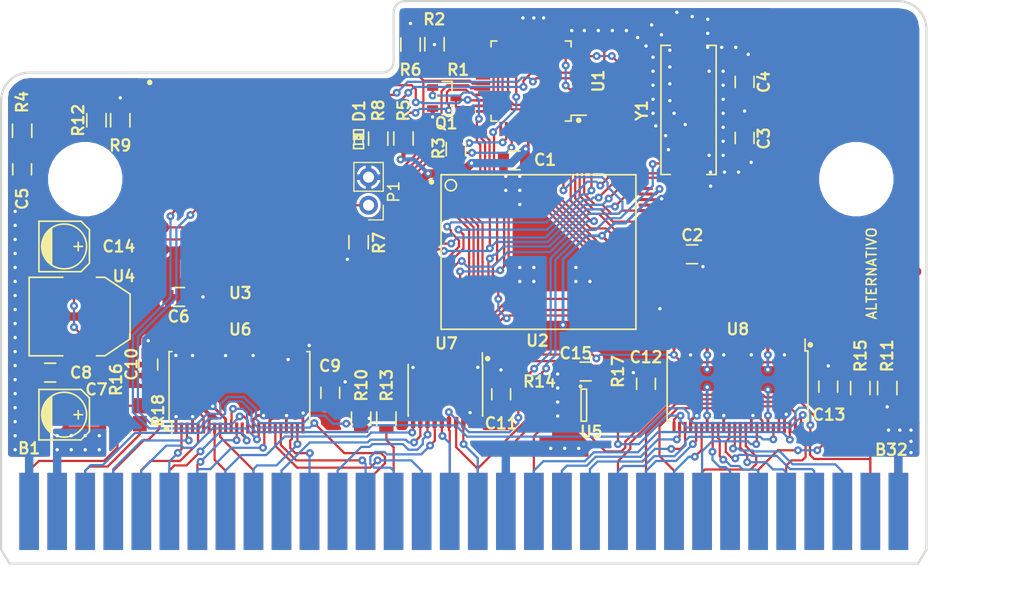
<source format=kicad_pcb>
(kicad_pcb (version 20171130) (host pcbnew 5.1.10)
  (title_block (title MeGaWiFi) (date 2015-10-20) (rev A1) (company "doragasu & 1985alternativo") (comment 1 "License: TBD"))
  (layers (0 F.Cu signal) (31 B.Cu signal) (34 B.Paste user) (35 F.Paste user) (36 B.SilkS user) (37 F.SilkS user) (38 B.Mask user) (39 F.Mask user) (44 Edge.Cuts user))
  (net 0 "")
  (net 1 +5V)
  (net 2 GND)
  (net 3 VCC)
  (net 4 "Net-(D1-Pad1)")
  (net 5 /C_A9)
  (net 6 /C_A10)
  (net 7 /C_A18)
  (net 8 /C_A19)
  (net 9 /C_A20)
  (net 10 /C_A21)
  (net 11 /#C_OE)
  (net 12 /#C_CE)
  (net 13 /C_D15)
  (net 14 /C_D14)
  (net 15 /C_D13)
  (net 16 /C_D12)
  (net 17 /#C_W)
  (net 18 /C_A8)
  (net 19 /C_A11)
  (net 20 /C_A7)
  (net 21 /C_D11)
  (net 22 /C_D3)
  (net 23 /C_D4)
  (net 24 /C_A12)
  (net 25 /C_A6)
  (net 26 /C_A13)
  (net 27 /C_A5)
  (net 28 /C_A14)
  (net 29 /C_A4)
  (net 30 /C_A15)
  (net 31 /C_A3)
  (net 32 /C_A16)
  (net 33 /C_A2)
  (net 34 /C_A17)
  (net 35 /C_A1)
  (net 36 /C_D7)
  (net 37 /C_D0)
  (net 38 /C_D8)
  (net 39 /C_D6)
  (net 40 /C_D1)
  (net 41 /C_D9)
  (net 42 /C_D5)
  (net 43 /C_D2)
  (net 44 /C_D10)
  (net 45 /WiFi/W_RX)
  (net 46 /WiFi/W_TX)
  (net 47 "Net-(Q1-Pad3)")
  (net 48 /WiFi/#W_RTS)
  (net 49 /WiFi/#W_PRG)
  (net 50 /WiFi/#W_CTS)
  (net 51 /WiFi/#W_PD)
  (net 52 /WiFi/#W_RST)
  (net 53 /WiFi/#W_DAT)
  (net 54 /#T_OE)
  (net 55 "Net-(D1-Pad2)")
  (net 56 /WiFi/PWM)
  (net 57 /WiFi/VSYNC)
  (net 58 /WiFi/HSYNC)
  (net 59 "Net-(C4-Pad2)")
  (net 60 "Net-(P1-Pad1)")
  (net 61 "Net-(P2-PadB3)")
  (net 62 "Net-(P2-PadB13)")
  (net 63 "Net-(P2-PadB14)")
  (net 64 "Net-(P2-PadB19)")
  (net 65 "Net-(P2-PadB27)")
  (net 66 "Net-(R1-Pad1)")
  (net 67 "Net-(R4-Pad2)")
  (net 68 "Net-(U1-Pad12)")
  (net 69 /C_CLK)
  (net 70 "Net-(P2-PadB1)")
  (net 71 /#C_AS)
  (net 72 /#C_TIME)
  (net 73 /#RST)
  (net 74 /D5)
  (net 75 /D6)
  (net 76 /D7)
  (net 77 /A6)
  (net 78 /A7)
  (net 79 /#W)
  (net 80 /#OE)
  (net 81 /A3)
  (net 82 /A2)
  (net 83 /A1)
  (net 84 /D0)
  (net 85 /D1)
  (net 86 /D2)
  (net 87 /D3)
  (net 88 /D4)
  (net 89 /A16)
  (net 90 /A15)
  (net 91 /A14)
  (net 92 /A13)
  (net 93 /A12)
  (net 94 /A11)
  (net 95 /A10)
  (net 96 /A9)
  (net 97 /A20)
  (net 98 /A21)
  (net 99 /A19)
  (net 100 /D10)
  (net 101 /D11)
  (net 102 /D12)
  (net 103 /D13)
  (net 104 /D14)
  (net 105 /D15)
  (net 106 /A17)
  (net 107 /A18)
  (net 108 /A8)
  (net 109 /A5)
  (net 110 /A4)
  (net 111 /#CE)
  (net 112 /D8)
  (net 113 /D9)
  (module Connector_PinHeader_2.54mm:PinHeader_1x02_P2.54mm_Vertical (layer F.Cu) (at 137.4267 98.5012 180)
    (fp_text reference P1 (at -2.2733 1.2192 90) (layer F.SilkS) (effects (font (size 1.016 1.016) (thickness 0.1524))))
    (fp_text value NP)
    (pad 2 thru_hole oval (at 0 2.54 180) (size 1.7 1.7) (drill 1) (layers *.Cu *.Mask) (net 2 GND))
    (pad 1 thru_hole circle (at 0 0 180) (size 1.7 1.7) (drill 1) (layers *.Cu *.Mask) (net 60 "Net-(P1-Pad1)"))
  )
  (module ESP8266:ESP-12E (layer F.Cu) (at 118.1608 88.5068)
    (fp_text reference U3 (at 7.6454 17.9446) (layer F.SilkS) (effects (font (size 1.016 1.016) (thickness 0.2032))))
    (fp_text value ESP-12E hide)
    (pad 9 smd oval (at 2.99 15.75 90) (size 2.4 1.1) (layers F.Cu F.Paste F.Mask))
    (pad 10 smd oval (at 4.99 15.75 90) (size 2.4 1.1) (layers F.Cu F.Paste F.Mask))
    (pad 11 smd oval (at 6.99 15.75 90) (size 2.4 1.1) (layers F.Cu F.Paste F.Mask))
    (pad 12 smd oval (at 8.99 15.75 90) (size 2.4 1.1) (layers F.Cu F.Paste F.Mask))
    (pad 13 smd oval (at 10.99 15.75 90) (size 2.4 1.1) (layers F.Cu F.Paste F.Mask))
    (pad 14 smd oval (at 12.99 15.75 90) (size 2.4 1.1) (layers F.Cu F.Paste F.Mask))
    (pad 1 smd rect (at 0 0) (size 2.4 1.1) (layers F.Cu F.Paste F.Mask) (net 52 /WiFi/#W_RST))
    (pad 2 smd oval (at 0 2) (size 2.4 1.1) (layers F.Cu F.Paste F.Mask))
    (pad 3 smd oval (at 0 4) (size 2.4 1.1) (layers F.Cu F.Paste F.Mask) (net 51 /WiFi/#W_PD))
    (pad 4 smd oval (at 0 6) (size 2.4 1.1) (layers F.Cu F.Paste F.Mask) (net 67 "Net-(R4-Pad2)"))
    (pad 5 smd oval (at 0 8) (size 2.4 1.1) (layers F.Cu F.Paste F.Mask) (net 57 /WiFi/VSYNC))
    (pad 6 smd oval (at 0 10) (size 2.4 1.1) (layers F.Cu F.Paste F.Mask) (net 53 /WiFi/#W_DAT))
    (pad 7 smd oval (at 0 12) (size 2.4 1.1) (layers F.Cu F.Paste F.Mask) (net 50 /WiFi/#W_CTS))
    (pad 8 smd oval (at 0 14) (size 2.4 1.1) (layers F.Cu F.Paste F.Mask) (net 3 VCC))
    (pad 15 smd oval (at 16 14) (size 2.4 1.1) (layers F.Cu F.Paste F.Mask) (net 2 GND))
    (pad 16 smd oval (at 16 12) (size 2.4 1.1) (layers F.Cu F.Paste F.Mask) (net 48 /WiFi/#W_RTS))
    (pad 17 smd oval (at 16 10) (size 2.4 1.1) (layers F.Cu F.Paste F.Mask) (net 60 "Net-(P1-Pad1)"))
    (pad 18 smd oval (at 16 8) (size 2.4 1.1) (layers F.Cu F.Paste F.Mask) (net 49 /WiFi/#W_PRG))
    (pad 19 smd oval (at 16 6) (size 2.4 1.1) (layers F.Cu F.Paste F.Mask) (net 4 "Net-(D1-Pad1)"))
    (pad 20 smd oval (at 16 4) (size 2.4 1.1) (layers F.Cu F.Paste F.Mask) (net 58 /WiFi/HSYNC))
    (pad 21 smd oval (at 16 2) (size 2.4 1.1) (layers F.Cu F.Paste F.Mask) (net 45 /WiFi/W_RX))
    (pad 22 smd oval (at 16 0) (size 2.4 1.1) (layers F.Cu F.Paste F.Mask) (net 46 /WiFi/W_TX))
  )
  (module Resistors_SMD:R_0805 (layer F.Cu) (at 112.776 90.805 270)
    (fp_text reference R12 (at 0 1.651 270) (layer F.SilkS) (effects (font (size 1.016 1.016) (thickness 0.2032))))
    (fp_text value NP hide)
    (pad 1 smd rect (at -0.95 0 270) (size 0.7 1.3) (layers F.Cu F.Paste F.Mask) (net 57 /WiFi/VSYNC))
    (pad 2 smd rect (at 0.95 0 270) (size 0.7 1.3) (layers F.Cu F.Paste F.Mask) (net 62 "Net-(P2-PadB13)"))
  )
  (module Resistors_SMD:R_0805 (layer F.Cu) (at 114.935 90.805 270)
    (fp_text reference R9 (at 2.286 0) (layer F.SilkS) (effects (font (size 1.016 1.016) (thickness 0.2032))))
    (fp_text value NP hide)
    (pad 1 smd rect (at -0.95 0 270) (size 0.7 1.3) (layers F.Cu F.Paste F.Mask) (net 2 GND))
    (pad 2 smd rect (at 0.95 0 270) (size 0.7 1.3) (layers F.Cu F.Paste F.Mask) (net 57 /WiFi/VSYNC))
  )
  (module Resistors_SMD:R_0805 (layer F.Cu) (at 138.303 92.4687 270)
    (fp_text reference R8 (at -2.5527 0 90) (layer F.SilkS) (effects (font (size 1.016 1.016) (thickness 0.2032))))
    (fp_text value NP hide)
    (pad 1 smd rect (at -0.95 0 270) (size 0.7 1.3) (layers F.Cu F.Paste F.Mask) (net 55 "Net-(D1-Pad2)"))
    (pad 2 smd rect (at 0.95 0 270) (size 0.7 1.3) (layers F.Cu F.Paste F.Mask) (net 3 VCC))
  )
  (module Capacitors_SMD:C_0805 (layer F.Cu) (at 162.56 114.681 90)
    (fp_text reference C12 (at 2.413 0) (layer F.SilkS) (effects (font (size 1.016 1.016) (thickness 0.2032))))
    (fp_text value 100n hide)
    (pad 1 smd rect (at -1 0 90) (size 1 1.25) (layers F.Cu F.Paste F.Mask) (net 3 VCC))
    (pad 2 smd rect (at 1 0 90) (size 1 1.25) (layers F.Cu F.Paste F.Mask) (net 2 GND))
  )
  (module doragasu:TSOP48SP (layer F.Cu) (at 152.757041 102.738897 270)
    (fp_text reference U2 (at 8.030503 0.026841) (layer F.SilkS) (effects (font (size 1.016 1.016) (thickness 0.2032))))
    (fp_text value S29GL032N hide)
    (pad 1 smd rect (at -5.75 9.652 270) (size 0.2794 1.27) (layers F.Cu F.Paste F.Mask) (net 89 /A16))
    (pad 2 smd rect (at -5.25 9.652 270) (size 0.2794 1.27) (layers F.Cu F.Paste F.Mask) (net 90 /A15))
    (pad 3 smd rect (at -4.75 9.652 270) (size 0.2794 1.27) (layers F.Cu F.Paste F.Mask) (net 91 /A14))
    (pad 4 smd rect (at -4.25 9.652 270) (size 0.2794 1.27) (layers F.Cu F.Paste F.Mask) (net 92 /A13))
    (pad 5 smd rect (at -3.75 9.652 270) (size 0.2794 1.27) (layers F.Cu F.Paste F.Mask) (net 93 /A12))
    (pad 6 smd rect (at -3.25 9.652 270) (size 0.2794 1.27) (layers F.Cu F.Paste F.Mask) (net 94 /A11))
    (pad 7 smd rect (at -2.75 9.652 270) (size 0.2794 1.27) (layers F.Cu F.Paste F.Mask) (net 95 /A10))
    (pad 8 smd rect (at -2.25 9.652 270) (size 0.2794 1.27) (layers F.Cu F.Paste F.Mask) (net 96 /A9))
    (pad 9 smd rect (at -1.75 9.652 270) (size 0.2794 1.27) (layers F.Cu F.Paste F.Mask) (net 97 /A20))
    (pad 10 smd rect (at -1.25 9.652 270) (size 0.2794 1.27) (layers F.Cu F.Paste F.Mask) (net 98 /A21))
    (pad 11 smd rect (at -0.75 9.652 270) (size 0.2794 1.27) (layers F.Cu F.Paste F.Mask) (net 79 /#W))
    (pad 12 smd rect (at -0.25 9.652 270) (size 0.2794 1.27) (layers F.Cu F.Paste F.Mask) (net 73 /#RST))
    (pad 13 smd rect (at 0.25 9.652 270) (size 0.2794 1.27) (layers F.Cu F.Paste F.Mask))
    (pad 14 smd rect (at 0.75 9.652 270) (size 0.2794 1.27) (layers F.Cu F.Paste F.Mask))
    (pad 15 smd rect (at 1.25 9.652 270) (size 0.2794 1.27) (layers F.Cu F.Paste F.Mask))
    (pad 16 smd rect (at 1.75 9.652 270) (size 0.2794 1.27) (layers F.Cu F.Paste F.Mask) (net 99 /A19))
    (pad 33 smd rect (at 1.75 -9.779 270) (size 0.2794 1.27) (layers F.Cu F.Paste F.Mask) (net 86 /D2))
    (pad 34 smd rect (at 1.25 -9.779 270) (size 0.2794 1.27) (layers F.Cu F.Paste F.Mask) (net 100 /D10))
    (pad 35 smd rect (at 0.75 -9.779 270) (size 0.2794 1.27) (layers F.Cu F.Paste F.Mask) (net 87 /D3))
    (pad 36 smd rect (at 0.25 -9.779 270) (size 0.2794 1.27) (layers F.Cu F.Paste F.Mask) (net 101 /D11))
    (pad 37 smd rect (at -0.25 -9.779 270) (size 0.2794 1.27) (layers F.Cu F.Paste F.Mask) (net 3 VCC))
    (pad 38 smd rect (at -0.75 -9.779 270) (size 0.2794 1.27) (layers F.Cu F.Paste F.Mask) (net 88 /D4))
    (pad 39 smd rect (at -1.25 -9.779 270) (size 0.2794 1.27) (layers F.Cu F.Paste F.Mask) (net 102 /D12))
    (pad 40 smd rect (at -1.75 -9.779 270) (size 0.2794 1.27) (layers F.Cu F.Paste F.Mask) (net 74 /D5))
    (pad 41 smd rect (at -2.25 -9.779 270) (size 0.2794 1.27) (layers F.Cu F.Paste F.Mask) (net 103 /D13))
    (pad 42 smd rect (at -2.75 -9.779 270) (size 0.2794 1.27) (layers F.Cu F.Paste F.Mask) (net 75 /D6))
    (pad 43 smd rect (at -3.25 -9.779 270) (size 0.2794 1.27) (layers F.Cu F.Paste F.Mask) (net 104 /D14))
    (pad 44 smd rect (at -3.75 -9.779 270) (size 0.2794 1.27) (layers F.Cu F.Paste F.Mask) (net 76 /D7))
    (pad 45 smd rect (at -4.25 -9.779 270) (size 0.2794 1.27) (layers F.Cu F.Paste F.Mask) (net 105 /D15))
    (pad 46 smd rect (at -4.75 -9.779 270) (size 0.2794 1.27) (layers F.Cu F.Paste F.Mask) (net 2 GND))
    (pad 47 smd rect (at -5.25 -9.779 270) (size 0.2794 1.27) (layers F.Cu F.Paste F.Mask) (net 3 VCC))
    (pad 48 smd rect (at -5.75 -9.779 270) (size 0.2794 1.27) (layers F.Cu F.Paste F.Mask) (net 106 /A17))
    (pad 17 smd rect (at 2.25 9.652 270) (size 0.2794 1.27) (layers F.Cu F.Paste F.Mask) (net 107 /A18))
    (pad 18 smd rect (at 2.75 9.652 270) (size 0.2794 1.27) (layers F.Cu F.Paste F.Mask) (net 108 /A8))
    (pad 19 smd rect (at 3.25 9.652 270) (size 0.2794 1.27) (layers F.Cu F.Paste F.Mask) (net 78 /A7))
    (pad 20 smd rect (at 3.75 9.652 270) (size 0.2794 1.27) (layers F.Cu F.Paste F.Mask) (net 77 /A6))
    (pad 21 smd rect (at 4.25 9.652 270) (size 0.2794 1.27) (layers F.Cu F.Paste F.Mask) (net 109 /A5))
    (pad 22 smd rect (at 4.75 9.652 270) (size 0.2794 1.27) (layers F.Cu F.Paste F.Mask) (net 110 /A4))
    (pad 23 smd rect (at 5.25 9.652 270) (size 0.2794 1.27) (layers F.Cu F.Paste F.Mask) (net 81 /A3))
    (pad 24 smd rect (at 5.75 9.652 270) (size 0.2794 1.27) (layers F.Cu F.Paste F.Mask) (net 82 /A2))
    (pad 25 smd rect (at 5.75 -9.779 270) (size 0.2794 1.27) (layers F.Cu F.Paste F.Mask) (net 83 /A1))
    (pad 26 smd rect (at 5.25 -9.779 270) (size 0.2794 1.27) (layers F.Cu F.Paste F.Mask) (net 111 /#CE))
    (pad 27 smd rect (at 4.75 -9.779 270) (size 0.2794 1.27) (layers F.Cu F.Paste F.Mask) (net 2 GND))
    (pad 28 smd rect (at 4.25 -9.779 270) (size 0.2794 1.27) (layers F.Cu F.Paste F.Mask) (net 80 /#OE))
    (pad 29 smd rect (at 3.75 -9.779 270) (size 0.2794 1.27) (layers F.Cu F.Paste F.Mask) (net 84 /D0))
    (pad 30 smd rect (at 3.25 -9.779 270) (size 0.2794 1.27) (layers F.Cu F.Paste F.Mask) (net 112 /D8))
    (pad 31 smd rect (at 2.75 -9.779 270) (size 0.2794 1.27) (layers F.Cu F.Paste F.Mask) (net 85 /D1))
    (pad 32 smd rect (at 2.25 -9.779 270) (size 0.2794 1.27) (layers F.Cu F.Paste F.Mask) (net 113 /D9))
  )
  (module Capacitors_SMD:C_0805 (layer F.Cu) (at 166.7256 102.9462)
    (fp_text reference C2 (at 0.0254 -1.7272) (layer F.SilkS) (effects (font (size 1.016 1.016) (thickness 0.2032))))
    (fp_text value 100n hide)
    (pad 1 smd rect (at -1 0) (size 1 1.25) (layers F.Cu F.Paste F.Mask) (net 3 VCC))
    (pad 2 smd rect (at 1 0) (size 1 1.25) (layers F.Cu F.Paste F.Mask) (net 2 GND))
  )
  (module Housings_SSOP:TSSOP-48_6.1x12.5mm_Pitch0.5mm (layer F.Cu) (at 125.73 114.935 90)
    (fp_text reference U6 (at 5.1816 0.0762 180) (layer F.SilkS) (effects (font (size 1.016 1.016) (thickness 0.2032))))
    (fp_text value 74LVC162245 hide)
    (pad 1 smd rect (at -3.75 -5.75 90) (size 1 0.285) (layers F.Cu F.Paste F.Mask) (net 2 GND))
    (pad 2 smd rect (at -3.75 -5.25 90) (size 1 0.285) (layers F.Cu F.Paste F.Mask) (net 24 /C_A12))
    (pad 3 smd rect (at -3.75 -4.75 90) (size 1 0.285) (layers F.Cu F.Paste F.Mask) (net 19 /C_A11))
    (pad 4 smd rect (at -3.75 -4.25 90) (size 1 0.285) (layers F.Cu F.Paste F.Mask) (net 2 GND))
    (pad 5 smd rect (at -3.75 -3.75 90) (size 1 0.285) (layers F.Cu F.Paste F.Mask) (net 6 /C_A10))
    (pad 6 smd rect (at -3.75 -3.25 90) (size 1 0.285) (layers F.Cu F.Paste F.Mask) (net 5 /C_A9))
    (pad 7 smd rect (at -3.75 -2.75 90) (size 1 0.285) (layers F.Cu F.Paste F.Mask) (net 3 VCC))
    (pad 8 smd rect (at -3.75 -2.25 90) (size 1 0.285) (layers F.Cu F.Paste F.Mask) (net 9 /C_A20))
    (pad 9 smd rect (at -3.75 -1.75 90) (size 1 0.285) (layers F.Cu F.Paste F.Mask) (net 10 /C_A21))
    (pad 10 smd rect (at -3.75 -1.25 90) (size 1 0.285) (layers F.Cu F.Paste F.Mask) (net 2 GND))
    (pad 11 smd rect (at -3.75 -0.75 90) (size 1 0.285) (layers F.Cu F.Paste F.Mask) (net 17 /#C_W))
    (pad 12 smd rect (at -3.75 -0.25 90) (size 1 0.285) (layers F.Cu F.Paste F.Mask) (net 8 /C_A19))
    (pad 13 smd rect (at -3.75 0.25 90) (size 1 0.285) (layers F.Cu F.Paste F.Mask) (net 7 /C_A18))
    (pad 14 smd rect (at -3.75 0.75 90) (size 1 0.285) (layers F.Cu F.Paste F.Mask) (net 18 /C_A8))
    (pad 15 smd rect (at -3.75 1.25 90) (size 1 0.285) (layers F.Cu F.Paste F.Mask) (net 2 GND))
    (pad 16 smd rect (at -3.75 1.75 90) (size 1 0.285) (layers F.Cu F.Paste F.Mask) (net 20 /C_A7))
    (pad 17 smd rect (at -3.75 2.25 90) (size 1 0.285) (layers F.Cu F.Paste F.Mask) (net 25 /C_A6))
    (pad 18 smd rect (at -3.75 2.75 90) (size 1 0.285) (layers F.Cu F.Paste F.Mask) (net 3 VCC))
    (pad 19 smd rect (at -3.75 3.25 90) (size 1 0.285) (layers F.Cu F.Paste F.Mask) (net 33 /C_A2))
    (pad 20 smd rect (at -3.75 3.75 90) (size 1 0.285) (layers F.Cu F.Paste F.Mask) (net 31 /C_A3))
    (pad 21 smd rect (at -3.75 4.25 90) (size 1 0.285) (layers F.Cu F.Paste F.Mask) (net 2 GND))
    (pad 22 smd rect (at -3.75 4.75 90) (size 1 0.285) (layers F.Cu F.Paste F.Mask) (net 29 /C_A4))
    (pad 23 smd rect (at -3.75 5.25 90) (size 1 0.285) (layers F.Cu F.Paste F.Mask) (net 27 /C_A5))
    (pad 24 smd rect (at -3.75 5.75 90) (size 1 0.285) (layers F.Cu F.Paste F.Mask) (net 2 GND))
    (pad 25 smd rect (at 3.75 5.75 90) (size 1 0.285) (layers F.Cu F.Paste F.Mask) (net 2 GND))
    (pad 26 smd rect (at 3.75 5.25 90) (size 1 0.285) (layers F.Cu F.Paste F.Mask) (net 109 /A5))
    (pad 27 smd rect (at 3.75 4.75 90) (size 1 0.285) (layers F.Cu F.Paste F.Mask) (net 110 /A4))
    (pad 28 smd rect (at 3.75 4.25 90) (size 1 0.285) (layers F.Cu F.Paste F.Mask) (net 2 GND))
    (pad 29 smd rect (at 3.75 3.75 90) (size 1 0.285) (layers F.Cu F.Paste F.Mask) (net 81 /A3))
    (pad 30 smd rect (at 3.75 3.25 90) (size 1 0.285) (layers F.Cu F.Paste F.Mask) (net 82 /A2))
    (pad 31 smd rect (at 3.75 2.75 90) (size 1 0.285) (layers F.Cu F.Paste F.Mask) (net 3 VCC))
    (pad 32 smd rect (at 3.75 2.25 90) (size 1 0.285) (layers F.Cu F.Paste F.Mask) (net 77 /A6))
    (pad 33 smd rect (at 3.75 1.75 90) (size 1 0.285) (layers F.Cu F.Paste F.Mask) (net 78 /A7))
    (pad 34 smd rect (at 3.75 1.25 90) (size 1 0.285) (layers F.Cu F.Paste F.Mask) (net 2 GND))
    (pad 35 smd rect (at 3.75 0.75 90) (size 1 0.285) (layers F.Cu F.Paste F.Mask) (net 108 /A8))
    (pad 36 smd rect (at 3.75 0.25 90) (size 1 0.285) (layers F.Cu F.Paste F.Mask) (net 107 /A18))
    (pad 37 smd rect (at 3.75 -0.25 90) (size 1 0.285) (layers F.Cu F.Paste F.Mask) (net 99 /A19))
    (pad 38 smd rect (at 3.75 -0.75 90) (size 1 0.285) (layers F.Cu F.Paste F.Mask) (net 79 /#W))
    (pad 39 smd rect (at 3.75 -1.25 90) (size 1 0.285) (layers F.Cu F.Paste F.Mask) (net 2 GND))
    (pad 40 smd rect (at 3.75 -1.75 90) (size 1 0.285) (layers F.Cu F.Paste F.Mask) (net 98 /A21))
    (pad 41 smd rect (at 3.75 -2.25 90) (size 1 0.285) (layers F.Cu F.Paste F.Mask) (net 97 /A20))
    (pad 42 smd rect (at 3.75 -2.75 90) (size 1 0.285) (layers F.Cu F.Paste F.Mask) (net 3 VCC))
    (pad 43 smd rect (at 3.75 -3.25 90) (size 1 0.285) (layers F.Cu F.Paste F.Mask) (net 96 /A9))
    (pad 44 smd rect (at 3.75 -3.75 90) (size 1 0.285) (layers F.Cu F.Paste F.Mask) (net 95 /A10))
    (pad 45 smd rect (at 3.75 -4.25 90) (size 1 0.285) (layers F.Cu F.Paste F.Mask) (net 2 GND))
    (pad 46 smd rect (at 3.75 -4.75 90) (size 1 0.285) (layers F.Cu F.Paste F.Mask) (net 94 /A11))
    (pad 47 smd rect (at 3.75 -5.25 90) (size 1 0.285) (layers F.Cu F.Paste F.Mask) (net 93 /A12))
    (pad 48 smd rect (at 3.75 -5.75 90) (size 1 0.285) (layers F.Cu F.Paste F.Mask) (net 2 GND))
  )
  (module Housings_SSOP:SSOP-20_4.4x6.5mm_Pitch0.65mm (layer F.Cu) (at 144.387166 115.272334 270)
    (fp_text reference U7 (at -4.248934 -0.088034) (layer F.SilkS) (effects (font (size 1.016 1.016) (thickness 0.2032))))
    (fp_text value 74LVC245 hide)
    (pad 1 smd rect (at -2.9 -2.925 270) (size 1 0.4) (layers F.Cu F.Paste F.Mask) (net 2 GND))
    (pad 2 smd rect (at -2.9 -2.275 270) (size 1 0.4) (layers F.Cu F.Paste F.Mask) (net 83 /A1))
    (pad 3 smd rect (at -2.9 -1.625 270) (size 1 0.4) (layers F.Cu F.Paste F.Mask) (net 111 /#CE))
    (pad 4 smd rect (at -2.9 -0.975 270) (size 1 0.4) (layers F.Cu F.Paste F.Mask) (net 80 /#OE))
    (pad 5 smd rect (at -2.9 -0.325 270) (size 1 0.4) (layers F.Cu F.Paste F.Mask) (net 106 /A17))
    (pad 6 smd rect (at -2.9 0.325 270) (size 1 0.4) (layers F.Cu F.Paste F.Mask) (net 89 /A16))
    (pad 7 smd rect (at -2.9 0.975 270) (size 1 0.4) (layers F.Cu F.Paste F.Mask) (net 90 /A15))
    (pad 8 smd rect (at -2.9 1.625 270) (size 1 0.4) (layers F.Cu F.Paste F.Mask) (net 91 /A14))
    (pad 9 smd rect (at -2.9 2.275 270) (size 1 0.4) (layers F.Cu F.Paste F.Mask) (net 92 /A13))
    (pad 10 smd rect (at -2.9 2.925 270) (size 1 0.4) (layers F.Cu F.Paste F.Mask) (net 2 GND))
    (pad 11 smd rect (at 2.9 2.925 270) (size 1 0.4) (layers F.Cu F.Paste F.Mask) (net 26 /C_A13))
    (pad 12 smd rect (at 2.9 2.275 270) (size 1 0.4) (layers F.Cu F.Paste F.Mask) (net 28 /C_A14))
    (pad 13 smd rect (at 2.9 1.625 270) (size 1 0.4) (layers F.Cu F.Paste F.Mask) (net 30 /C_A15))
    (pad 14 smd rect (at 2.9 0.975 270) (size 1 0.4) (layers F.Cu F.Paste F.Mask) (net 32 /C_A16))
    (pad 15 smd rect (at 2.9 0.325 270) (size 1 0.4) (layers F.Cu F.Paste F.Mask) (net 34 /C_A17))
    (pad 16 smd rect (at 2.9 -0.325 270) (size 1 0.4) (layers F.Cu F.Paste F.Mask) (net 11 /#C_OE))
    (pad 17 smd rect (at 2.9 -0.975 270) (size 1 0.4) (layers F.Cu F.Paste F.Mask) (net 12 /#C_CE))
    (pad 18 smd rect (at 2.9 -1.625 270) (size 1 0.4) (layers F.Cu F.Paste F.Mask) (net 35 /C_A1))
    (pad 19 smd rect (at 2.9 -2.275 270) (size 1 0.4) (layers F.Cu F.Paste F.Mask) (net 2 GND))
    (pad 20 smd rect (at 2.9 -2.925 270) (size 1 0.4) (layers F.Cu F.Paste F.Mask) (net 3 VCC))
  )
  (module doragasu:HOLE_245 (layer F.Cu) (at 111.76 96.139)
    (fp_text reference REF** hide)
    (fp_text value HOLE_245 hide)
    (pad "" np_thru_hole circle (at 0 0) (size 6.223 6.223) (drill 6.223) (layers *.Cu *.Mask F.SilkS))
  )
  (module Capacitors_SMD:C_0805 (layer F.Cu) (at 108.585 113.665 180)
    (fp_text reference C8 (at -2.794 0) (layer F.SilkS) (effects (font (size 1.016 1.016) (thickness 0.2032))))
    (fp_text value 100n hide)
    (pad 1 smd rect (at -1 0 180) (size 1 1.25) (layers F.Cu F.Paste F.Mask) (net 1 +5V))
    (pad 2 smd rect (at 1 0 180) (size 1 1.25) (layers F.Cu F.Paste F.Mask) (net 2 GND))
  )
  (module Capacitors_SMD:C_0805 (layer F.Cu) (at 133.9596 115.4938 90)
    (fp_text reference C9 (at 2.4384 -0.0254 180) (layer F.SilkS) (effects (font (size 1.016 1.016) (thickness 0.2032))))
    (fp_text value 100n hide)
    (pad 1 smd rect (at -1 0 90) (size 1 1.25) (layers F.Cu F.Paste F.Mask) (net 3 VCC))
    (pad 2 smd rect (at 1 0 90) (size 1 1.25) (layers F.Cu F.Paste F.Mask) (net 2 GND))
  )
  (module Capacitors_SMD:C_0805 (layer F.Cu) (at 117.475 112.935 90)
    (fp_text reference C10 (at 0.032 -1.524 90) (layer F.SilkS) (effects (font (size 1.016 1.016) (thickness 0.2032))))
    (fp_text value 100n hide)
    (pad 1 smd rect (at -1 0 90) (size 1 1.25) (layers F.Cu F.Paste F.Mask) (net 3 VCC))
    (pad 2 smd rect (at 1 0 90) (size 1 1.25) (layers F.Cu F.Paste F.Mask) (net 2 GND))
  )
  (module Capacitors_SMD:C_0805 (layer F.Cu) (at 149.4409 115.6241 90)
    (fp_text reference C11 (at -2.634902 -0.003928 180) (layer F.SilkS) (effects (font (size 1.016 1.016) (thickness 0.2032))))
    (fp_text value 100n hide)
    (pad 1 smd rect (at -1 0 90) (size 1 1.25) (layers F.Cu F.Paste F.Mask) (net 3 VCC))
    (pad 2 smd rect (at 1 0 90) (size 1 1.25) (layers F.Cu F.Paste F.Mask) (net 2 GND))
  )
  (module Capacitors_SMD:C_0805 (layer F.Cu) (at 179.07 114.935 90)
    (fp_text reference C13 (at -2.54 0.0762 180) (layer F.SilkS) (effects (font (size 1.016 1.016) (thickness 0.2032))))
    (fp_text value 100n hide)
    (pad 1 smd rect (at -1 0 90) (size 1 1.25) (layers F.Cu F.Paste F.Mask) (net 3 VCC))
    (pad 2 smd rect (at 1 0 90) (size 1 1.25) (layers F.Cu F.Paste F.Mask) (net 2 GND))
  )
  (module Capacitors_SMD:C_0805 (layer F.Cu) (at 150.6474 94.4372 180)
    (fp_text reference C1 (at -2.7686 0.0508 180) (layer F.SilkS) (effects (font (size 1.016 1.016) (thickness 0.2032))))
    (fp_text value 100n hide)
    (pad 1 smd rect (at -1 0 180) (size 1 1.25) (layers F.Cu F.Paste F.Mask) (net 3 VCC))
    (pad 2 smd rect (at 1 0 180) (size 1 1.25) (layers F.Cu F.Paste F.Mask) (net 2 GND))
  )
  (module Capacitors_SMD:C_0805 (layer F.Cu) (at 171.492956 92.408816 270)
    (fp_text reference C3 (at 0.047184 -1.735044 270) (layer F.SilkS) (effects (font (size 1.016 1.016) (thickness 0.2032))))
    (fp_text value 22p hide)
    (pad 1 smd rect (at -1 0 270) (size 1 1.25) (layers F.Cu F.Paste F.Mask) (net 2 GND))
    (pad 2 smd rect (at 1 0 270) (size 1 1.25) (layers F.Cu F.Paste F.Mask) (net 69 /C_CLK))
  )
  (module Capacitors_SMD:C_0805 (layer F.Cu) (at 171.492956 87.328816 90)
    (fp_text reference C4 (at 0 1.735044 90) (layer F.SilkS) (effects (font (size 1.016 1.016) (thickness 0.2032))))
    (fp_text value 22p hide)
    (pad 1 smd rect (at -1 0 90) (size 1 1.25) (layers F.Cu F.Paste F.Mask) (net 2 GND))
    (pad 2 smd rect (at 1 0 90) (size 1 1.25) (layers F.Cu F.Paste F.Mask) (net 59 "Net-(C4-Pad2)"))
  )
  (module Capacitors_SMD:C_0805 (layer F.Cu) (at 120.253 106.807)
    (fp_text reference C6 (at -0.0254 1.778) (layer F.SilkS) (effects (font (size 1.016 1.016) (thickness 0.2032))))
    (fp_text value 100n hide)
    (pad 1 smd rect (at -1 0) (size 1 1.25) (layers F.Cu F.Paste F.Mask) (net 3 VCC))
    (pad 2 smd rect (at 1 0) (size 1 1.25) (layers F.Cu F.Paste F.Mask) (net 2 GND))
  )
  (module LEDs:LED-0603 (layer F.Cu) (at 136.525 92.5195 90)
    (fp_text reference D1 (at 2.54 0.0508 90) (layer F.SilkS) (effects (font (size 1.016 1.016) (thickness 0.2032))))
    (fp_text value NP hide)
    (pad 1 smd rect (at -0.7493 0 90) (size 0.79756 0.79756) (layers F.Cu F.Paste F.Mask) (net 4 "Net-(D1-Pad1)"))
    (pad 2 smd rect (at 0.7493 0 90) (size 0.79756 0.79756) (layers F.Cu F.Paste F.Mask) (net 55 "Net-(D1-Pad2)"))
  )
  (module Transistors_SMD:sot23 (layer F.Cu) (at 144.286942 88.789548 270)
    (fp_text reference Q1 (at 2.294852 -0.175558) (layer F.SilkS) (effects (font (size 1.016 1.016) (thickness 0.2032))))
    (fp_text value 2N7002 hide)
    (pad 1 smd rect (at -0.9525 1.05664 270) (size 0.59944 1.00076) (layers F.Cu F.Paste F.Mask) (net 73 /#RST))
    (pad 3 smd rect (at 0 -1.05664 270) (size 0.59944 1.00076) (layers F.Cu F.Paste F.Mask) (net 47 "Net-(Q1-Pad3)"))
    (pad 2 smd rect (at 0.9525 1.05664 270) (size 0.59944 1.00076) (layers F.Cu F.Paste F.Mask) (net 2 GND))
  )
  (module Resistors_SMD:R_0805 (layer F.Cu) (at 184.413345 115.062813 90)
    (fp_text reference R11 (at 2.921813 -0.009345 270) (layer F.SilkS) (effects (font (size 1.016 1.016) (thickness 0.2032))))
    (fp_text value 100k hide)
    (pad 1 smd rect (at -0.95 0 90) (size 0.7 1.3) (layers F.Cu F.Paste F.Mask) (net 2 GND))
    (pad 2 smd rect (at 0.95 0 90) (size 0.7 1.3) (layers F.Cu F.Paste F.Mask) (net 73 /#RST))
  )
  (module Resistors_SMD:R_0805 (layer F.Cu) (at 140.589 92.456 270)
    (fp_text reference R5 (at -2.54 0 270) (layer F.SilkS) (effects (font (size 1.016 1.016) (thickness 0.2032))))
    (fp_text value 10k hide)
    (pad 1 smd rect (at -0.95 0 270) (size 0.7 1.3) (layers F.Cu F.Paste F.Mask) (net 51 /WiFi/#W_PD))
    (pad 2 smd rect (at 0.95 0 270) (size 0.7 1.3) (layers F.Cu F.Paste F.Mask) (net 3 VCC))
  )
  (module Resistors_SMD:R_0805 (layer F.Cu) (at 181.974945 115.062813 270)
    (fp_text reference R15 (at -2.921813 -0.016055 90) (layer F.SilkS) (effects (font (size 1.016 1.016) (thickness 0.2032))))
    (fp_text value 47k hide)
    (pad 1 smd rect (at -0.95 0 270) (size 0.7 1.3) (layers F.Cu F.Paste F.Mask) (net 73 /#RST))
    (pad 2 smd rect (at 0.95 0 270) (size 0.7 1.3) (layers F.Cu F.Paste F.Mask) (net 65 "Net-(P2-PadB27)"))
  )
  (module Resistors_SMD:R_0805 (layer F.Cu) (at 141.224 83.947 270)
    (fp_text reference R6 (at 2.286 0) (layer F.SilkS) (effects (font (size 1.016 1.016) (thickness 0.2032))))
    (fp_text value 10k hide)
    (pad 1 smd rect (at -0.95 0 270) (size 0.7 1.3) (layers F.Cu F.Paste F.Mask) (net 2 GND))
    (pad 2 smd rect (at 0.95 0 270) (size 0.7 1.3) (layers F.Cu F.Paste F.Mask) (net 49 /WiFi/#W_PRG))
  )
  (module Resistors_SMD:R_0805 (layer F.Cu) (at 143.398448 83.919734 270)
    (fp_text reference R2 (at -2.258734 0.015448 180) (layer F.SilkS) (effects (font (size 1.016 1.016) (thickness 0.2032))))
    (fp_text value NP hide)
    (pad 1 smd rect (at -0.95 0 270) (size 0.7 1.3) (layers F.Cu F.Paste F.Mask) (net 66 "Net-(R1-Pad1)"))
    (pad 2 smd rect (at 0.95 0 270) (size 0.7 1.3) (layers F.Cu F.Paste F.Mask) (net 2 GND))
  )
  (module Resistors_SMD:R_0805 (layer F.Cu) (at 145.3388 93.4212 90)
    (fp_text reference R3 (at 0.0762 -1.5748 90) (layer F.SilkS) (effects (font (size 1.016 1.016) (thickness 0.2032))))
    (fp_text value 10k hide)
    (pad 1 smd rect (at -0.95 0 90) (size 0.7 1.3) (layers F.Cu F.Paste F.Mask) (net 3 VCC))
    (pad 2 smd rect (at 0.95 0 90) (size 0.7 1.3) (layers F.Cu F.Paste F.Mask) (net 47 "Net-(Q1-Pad3)"))
  )
  (module Resistors_SMD:R_0805 (layer F.Cu) (at 136.525 101.854 90)
    (fp_text reference R7 (at -0.061 1.8542 90) (layer F.SilkS) (effects (font (size 1.016 1.016) (thickness 0.2032))))
    (fp_text value 10k hide)
    (pad 1 smd rect (at -0.95 0 90) (size 0.7 1.3) (layers F.Cu F.Paste F.Mask) (net 2 GND))
    (pad 2 smd rect (at 0.95 0 90) (size 0.7 1.3) (layers F.Cu F.Paste F.Mask) (net 48 /WiFi/#W_RTS))
  )
  (module SMD_Packages:SOT-223 (layer F.Cu) (at 111.252 108.585 270)
    (fp_text reference U4 (at -3.6576 -4.0132) (layer F.SilkS) (effects (font (size 1.016 1.016) (thickness 0.2032))))
    (fp_text value AZ1117CH-3.3 hide)
    (pad 4 smd rect (at 0 -3.302 270) (size 3.6576 2.032) (layers F.Cu F.Paste F.Mask) (net 3 VCC))
    (pad 2 smd rect (at 0 3.302 270) (size 1.016 2.032) (layers F.Cu F.Paste F.Mask) (net 3 VCC))
    (pad 3 smd rect (at 2.286 3.302 270) (size 1.016 2.032) (layers F.Cu F.Paste F.Mask) (net 1 +5V))
    (pad 1 smd rect (at -2.286 3.302 270) (size 1.016 2.032) (layers F.Cu F.Paste F.Mask) (net 2 GND))
  )
  (module Housings_SSOP:TSSOP-48_6.1x12.5mm_Pitch0.5mm (layer F.Cu) (at 170.85 114.875 270)
    (fp_text reference U8 (at -5.147 -0.0285) (layer F.SilkS) (effects (font (size 1.016 1.016) (thickness 0.2032))))
    (fp_text value 74LVC162245 hide)
    (pad 1 smd rect (at -3.75 -5.75 270) (size 1 0.285) (layers F.Cu F.Paste F.Mask) (net 11 /#C_OE))
    (pad 2 smd rect (at -3.75 -5.25 270) (size 1 0.285) (layers F.Cu F.Paste F.Mask) (net 105 /D15))
    (pad 3 smd rect (at -3.75 -4.75 270) (size 1 0.285) (layers F.Cu F.Paste F.Mask) (net 76 /D7))
    (pad 4 smd rect (at -3.75 -4.25 270) (size 1 0.285) (layers F.Cu F.Paste F.Mask) (net 2 GND))
    (pad 5 smd rect (at -3.75 -3.75 270) (size 1 0.285) (layers F.Cu F.Paste F.Mask) (net 104 /D14))
    (pad 6 smd rect (at -3.75 -3.25 270) (size 1 0.285) (layers F.Cu F.Paste F.Mask) (net 75 /D6))
    (pad 7 smd rect (at -3.75 -2.75 270) (size 1 0.285) (layers F.Cu F.Paste F.Mask) (net 3 VCC))
    (pad 8 smd rect (at -3.75 -2.25 270) (size 1 0.285) (layers F.Cu F.Paste F.Mask) (net 103 /D13))
    (pad 9 smd rect (at -3.75 -1.75 270) (size 1 0.285) (layers F.Cu F.Paste F.Mask) (net 74 /D5))
    (pad 10 smd rect (at -3.75 -1.25 270) (size 1 0.285) (layers F.Cu F.Paste F.Mask) (net 2 GND))
    (pad 11 smd rect (at -3.75 -0.75 270) (size 1 0.285) (layers F.Cu F.Paste F.Mask) (net 102 /D12))
    (pad 12 smd rect (at -3.75 -0.25 270) (size 1 0.285) (layers F.Cu F.Paste F.Mask) (net 88 /D4))
    (pad 13 smd rect (at -3.75 0.25 270) (size 1 0.285) (layers F.Cu F.Paste F.Mask) (net 101 /D11))
    (pad 14 smd rect (at -3.75 0.75 270) (size 1 0.285) (layers F.Cu F.Paste F.Mask) (net 87 /D3))
    (pad 15 smd rect (at -3.75 1.25 270) (size 1 0.285) (layers F.Cu F.Paste F.Mask) (net 2 GND))
    (pad 16 smd rect (at -3.75 1.75 270) (size 1 0.285) (layers F.Cu F.Paste F.Mask) (net 100 /D10))
    (pad 17 smd rect (at -3.75 2.25 270) (size 1 0.285) (layers F.Cu F.Paste F.Mask) (net 86 /D2))
    (pad 18 smd rect (at -3.75 2.75 270) (size 1 0.285) (layers F.Cu F.Paste F.Mask) (net 3 VCC))
    (pad 19 smd rect (at -3.75 3.25 270) (size 1 0.285) (layers F.Cu F.Paste F.Mask) (net 113 /D9))
    (pad 20 smd rect (at -3.75 3.75 270) (size 1 0.285) (layers F.Cu F.Paste F.Mask) (net 85 /D1))
    (pad 21 smd rect (at -3.75 4.25 270) (size 1 0.285) (layers F.Cu F.Paste F.Mask) (net 2 GND))
    (pad 22 smd rect (at -3.75 4.75 270) (size 1 0.285) (layers F.Cu F.Paste F.Mask) (net 112 /D8))
    (pad 23 smd rect (at -3.75 5.25 270) (size 1 0.285) (layers F.Cu F.Paste F.Mask) (net 84 /D0))
    (pad 24 smd rect (at -3.75 5.75 270) (size 1 0.285) (layers F.Cu F.Paste F.Mask) (net 11 /#C_OE))
    (pad 25 smd rect (at 3.75 5.75 270) (size 1 0.285) (layers F.Cu F.Paste F.Mask) (net 54 /#T_OE))
    (pad 26 smd rect (at 3.75 5.25 270) (size 1 0.285) (layers F.Cu F.Paste F.Mask) (net 37 /C_D0))
    (pad 27 smd rect (at 3.75 4.75 270) (size 1 0.285) (layers F.Cu F.Paste F.Mask) (net 38 /C_D8))
    (pad 28 smd rect (at 3.75 4.25 270) (size 1 0.285) (layers F.Cu F.Paste F.Mask) (net 2 GND))
    (pad 29 smd rect (at 3.75 3.75 270) (size 1 0.285) (layers F.Cu F.Paste F.Mask) (net 40 /C_D1))
    (pad 30 smd rect (at 3.75 3.25 270) (size 1 0.285) (layers F.Cu F.Paste F.Mask) (net 41 /C_D9))
    (pad 31 smd rect (at 3.75 2.75 270) (size 1 0.285) (layers F.Cu F.Paste F.Mask) (net 3 VCC))
    (pad 32 smd rect (at 3.75 2.25 270) (size 1 0.285) (layers F.Cu F.Paste F.Mask) (net 43 /C_D2))
    (pad 33 smd rect (at 3.75 1.75 270) (size 1 0.285) (layers F.Cu F.Paste F.Mask) (net 44 /C_D10))
    (pad 34 smd rect (at 3.75 1.25 270) (size 1 0.285) (layers F.Cu F.Paste F.Mask) (net 2 GND))
    (pad 35 smd rect (at 3.75 0.75 270) (size 1 0.285) (layers F.Cu F.Paste F.Mask) (net 22 /C_D3))
    (pad 36 smd rect (at 3.75 0.25 270) (size 1 0.285) (layers F.Cu F.Paste F.Mask) (net 21 /C_D11))
    (pad 37 smd rect (at 3.75 -0.25 270) (size 1 0.285) (layers F.Cu F.Paste F.Mask) (net 23 /C_D4))
    (pad 38 smd rect (at 3.75 -0.75 270) (size 1 0.285) (layers F.Cu F.Paste F.Mask) (net 16 /C_D12))
    (pad 39 smd rect (at 3.75 -1.25 270) (size 1 0.285) (layers F.Cu F.Paste F.Mask) (net 2 GND))
    (pad 40 smd rect (at 3.75 -1.75 270) (size 1 0.285) (layers F.Cu F.Paste F.Mask) (net 42 /C_D5))
    (pad 41 smd rect (at 3.75 -2.25 270) (size 1 0.285) (layers F.Cu F.Paste F.Mask) (net 15 /C_D13))
    (pad 42 smd rect (at 3.75 -2.75 270) (size 1 0.285) (layers F.Cu F.Paste F.Mask) (net 3 VCC))
    (pad 43 smd rect (at 3.75 -3.25 270) (size 1 0.285) (layers F.Cu F.Paste F.Mask) (net 39 /C_D6))
    (pad 44 smd rect (at 3.75 -3.75 270) (size 1 0.285) (layers F.Cu F.Paste F.Mask) (net 14 /C_D14))
    (pad 45 smd rect (at 3.75 -4.25 270) (size 1 0.285) (layers F.Cu F.Paste F.Mask) (net 2 GND))
    (pad 46 smd rect (at 3.75 -4.75 270) (size 1 0.285) (layers F.Cu F.Paste F.Mask) (net 36 /C_D7))
    (pad 47 smd rect (at 3.75 -5.25 270) (size 1 0.285) (layers F.Cu F.Paste F.Mask) (net 13 /C_D15))
    (pad 48 smd rect (at 3.75 -5.75 270) (size 1 0.285) (layers F.Cu F.Paste F.Mask) (net 54 /#T_OE))
  )
  (module Housings_QFP:TQFP-48_7x7mm_Pitch0.5mm (layer F.Cu) (at 152.146 87.249 180)
    (fp_text reference U1 (at -6.096 0 270) (layer F.SilkS) (effects (font (size 1.016 1.016) (thickness 0.2032))))
    (fp_text value SC16C550BIB48 hide)
    (pad 1 smd rect (at -4.35 -2.75 180) (size 1.3 0.25) (layers F.Cu F.Paste F.Mask))
    (pad 2 smd rect (at -4.35 -2.25 180) (size 1.3 0.25) (layers F.Cu F.Paste F.Mask) (net 74 /D5))
    (pad 3 smd rect (at -4.35 -1.75 180) (size 1.3 0.25) (layers F.Cu F.Paste F.Mask) (net 75 /D6))
    (pad 4 smd rect (at -4.35 -1.25 180) (size 1.3 0.25) (layers F.Cu F.Paste F.Mask) (net 76 /D7))
    (pad 5 smd rect (at -4.35 -0.75 180) (size 1.3 0.25) (layers F.Cu F.Paste F.Mask) (net 68 "Net-(U1-Pad12)"))
    (pad 6 smd rect (at -4.35 -0.25 180) (size 1.3 0.25) (layers F.Cu F.Paste F.Mask))
    (pad 7 smd rect (at -4.35 0.25 180) (size 1.3 0.25) (layers F.Cu F.Paste F.Mask) (net 46 /WiFi/W_TX))
    (pad 8 smd rect (at -4.35 0.75 180) (size 1.3 0.25) (layers F.Cu F.Paste F.Mask) (net 45 /WiFi/W_RX))
    (pad 9 smd rect (at -4.35 1.25 180) (size 1.3 0.25) (layers F.Cu F.Paste F.Mask) (net 77 /A6))
    (pad 10 smd rect (at -4.35 1.75 180) (size 1.3 0.25) (layers F.Cu F.Paste F.Mask) (net 78 /A7))
    (pad 11 smd rect (at -4.35 2.25 180) (size 1.3 0.25) (layers F.Cu F.Paste F.Mask) (net 72 /#C_TIME))
    (pad 12 smd rect (at -4.35 2.75 180) (size 1.3 0.25) (layers F.Cu F.Paste F.Mask) (net 68 "Net-(U1-Pad12)"))
    (pad 13 smd rect (at -2.75 4.35 270) (size 1.3 0.25) (layers F.Cu F.Paste F.Mask))
    (pad 14 smd rect (at -2.25 4.35 270) (size 1.3 0.25) (layers F.Cu F.Paste F.Mask) (net 69 /C_CLK))
    (pad 15 smd rect (at -1.75 4.35 270) (size 1.3 0.25) (layers F.Cu F.Paste F.Mask) (net 59 "Net-(C4-Pad2)"))
    (pad 16 smd rect (at -1.25 4.35 270) (size 1.3 0.25) (layers F.Cu F.Paste F.Mask) (net 79 /#W))
    (pad 17 smd rect (at -0.75 4.35 270) (size 1.3 0.25) (layers F.Cu F.Paste F.Mask) (net 2 GND))
    (pad 18 smd rect (at -0.25 4.35 270) (size 1.3 0.25) (layers F.Cu F.Paste F.Mask) (net 2 GND))
    (pad 19 smd rect (at 0.25 4.35 270) (size 1.3 0.25) (layers F.Cu F.Paste F.Mask) (net 80 /#OE))
    (pad 20 smd rect (at 0.75 4.35 270) (size 1.3 0.25) (layers F.Cu F.Paste F.Mask) (net 2 GND))
    (pad 21 smd rect (at 1.25 4.35 270) (size 1.3 0.25) (layers F.Cu F.Paste F.Mask))
    (pad 22 smd rect (at 1.75 4.35 270) (size 1.3 0.25) (layers F.Cu F.Paste F.Mask))
    (pad 23 smd rect (at 2.25 4.35 270) (size 1.3 0.25) (layers F.Cu F.Paste F.Mask))
    (pad 24 smd rect (at 2.75 4.35 270) (size 1.3 0.25) (layers F.Cu F.Paste F.Mask) (net 66 "Net-(R1-Pad1)"))
    (pad 25 smd rect (at 4.35 2.75 180) (size 1.3 0.25) (layers F.Cu F.Paste F.Mask))
    (pad 26 smd rect (at 4.35 2.25 180) (size 1.3 0.25) (layers F.Cu F.Paste F.Mask) (net 81 /A3))
    (pad 27 smd rect (at 4.35 1.75 180) (size 1.3 0.25) (layers F.Cu F.Paste F.Mask) (net 82 /A2))
    (pad 28 smd rect (at 4.35 1.25 180) (size 1.3 0.25) (layers F.Cu F.Paste F.Mask) (net 83 /A1))
    (pad 29 smd rect (at 4.35 0.75 180) (size 1.3 0.25) (layers F.Cu F.Paste F.Mask))
    (pad 30 smd rect (at 4.35 0.25 180) (size 1.3 0.25) (layers F.Cu F.Paste F.Mask))
    (pad 31 smd rect (at 4.35 -0.25 180) (size 1.3 0.25) (layers F.Cu F.Paste F.Mask) (net 49 /WiFi/#W_PRG))
    (pad 32 smd rect (at 4.35 -0.75 180) (size 1.3 0.25) (layers F.Cu F.Paste F.Mask) (net 50 /WiFi/#W_CTS))
    (pad 33 smd rect (at 4.35 -1.25 180) (size 1.3 0.25) (layers F.Cu F.Paste F.Mask) (net 51 /WiFi/#W_PD))
    (pad 34 smd rect (at 4.35 -1.75 180) (size 1.3 0.25) (layers F.Cu F.Paste F.Mask) (net 52 /WiFi/#W_RST))
    (pad 35 smd rect (at 4.35 -2.25 180) (size 1.3 0.25) (layers F.Cu F.Paste F.Mask) (net 47 "Net-(Q1-Pad3)"))
    (pad 36 smd rect (at 4.35 -2.75 180) (size 1.3 0.25) (layers F.Cu F.Paste F.Mask))
    (pad 37 smd rect (at 2.75 -4.35 270) (size 1.3 0.25) (layers F.Cu F.Paste F.Mask))
    (pad 38 smd rect (at 2.25 -4.35 270) (size 1.3 0.25) (layers F.Cu F.Paste F.Mask) (net 48 /WiFi/#W_RTS))
    (pad 39 smd rect (at 1.75 -4.35 270) (size 1.3 0.25) (layers F.Cu F.Paste F.Mask) (net 53 /WiFi/#W_DAT))
    (pad 40 smd rect (at 1.25 -4.35 270) (size 1.3 0.25) (layers F.Cu F.Paste F.Mask))
    (pad 41 smd rect (at 0.75 -4.35 270) (size 1.3 0.25) (layers F.Cu F.Paste F.Mask))
    (pad 42 smd rect (at 0.25 -4.35 270) (size 1.3 0.25) (layers F.Cu F.Paste F.Mask) (net 3 VCC))
    (pad 43 smd rect (at -0.25 -4.35 270) (size 1.3 0.25) (layers F.Cu F.Paste F.Mask) (net 84 /D0))
    (pad 44 smd rect (at -0.75 -4.35 270) (size 1.3 0.25) (layers F.Cu F.Paste F.Mask) (net 85 /D1))
    (pad 45 smd rect (at -1.25 -4.35 270) (size 1.3 0.25) (layers F.Cu F.Paste F.Mask) (net 86 /D2))
    (pad 46 smd rect (at -1.75 -4.35 270) (size 1.3 0.25) (layers F.Cu F.Paste F.Mask) (net 87 /D3))
    (pad 47 smd rect (at -2.25 -4.35 270) (size 1.3 0.25) (layers F.Cu F.Paste F.Mask) (net 88 /D4))
    (pad 48 smd rect (at -2.75 -4.35 270) (size 1.3 0.25) (layers F.Cu F.Paste F.Mask))
  )
  (module Crystals:Crystal_HC49-SD_SMD (layer F.Cu) (at 166.412956 89.868816 90)
    (fp_text reference Y1 (at -0.047184 -4.233956 90) (layer F.SilkS) (effects (font (size 1.016 1.016) (thickness 0.2032))))
    (fp_text value "24 MHz" hide)
    (pad 1 smd rect (at -4.84886 0 90) (size 5.6007 2.10058) (layers F.Cu F.Paste F.Mask) (net 69 /C_CLK))
    (pad 2 smd rect (at 4.84886 0 90) (size 5.6007 2.10058) (layers F.Cu F.Paste F.Mask) (net 59 "Net-(C4-Pad2)"))
  )
  (module doragasu:HOLE_245 (layer F.Cu) (at 181.61 96.139)
    (fp_text reference REF** hide)
    (fp_text value HOLE_245 hide)
    (pad "" np_thru_hole circle (at 0 0) (size 6.223 6.223) (drill 6.223) (layers *.Cu *.Mask F.SilkS))
  )
  (module Capacitors_SMD:c_elec_4x4.5 (layer F.Cu) (at 109.855 117.475)
    (fp_text reference C7 (at 2.921 -2.286) (layer F.SilkS) (effects (font (size 1.016 1.016) (thickness 0.2032))))
    (fp_text value 22u_6.3V hide)
    (pad 1 smd rect (at 1.80086 0) (size 2.60096 1.6002) (layers F.Cu F.Paste F.Mask) (net 1 +5V))
    (pad 2 smd rect (at -1.80086 0) (size 2.60096 1.6002) (layers F.Cu F.Paste F.Mask) (net 2 GND))
  )
  (module Capacitors_SMD:c_elec_4x4.5 (layer F.Cu) (at 109.855 102.235)
    (fp_text reference C14 (at 4.953 0) (layer F.SilkS) (effects (font (size 1.016 1.016) (thickness 0.2032))))
    (fp_text value 22u_6.3V hide)
    (pad 1 smd rect (at 1.80086 0) (size 2.60096 1.6002) (layers F.Cu F.Paste F.Mask) (net 3 VCC))
    (pad 2 smd rect (at -1.80086 0) (size 2.60096 1.6002) (layers F.Cu F.Paste F.Mask) (net 2 GND))
  )
  (module Symbols:Symbol_OSHW-Logo_CopperTop_Negative (layer F.Cu) (at 180.086 86.741 90)
    (fp_text reference Symbol_OSHW-Logo_CopperTop_Negative hide)
    (fp_text value VAL** hide)
    (fp_line (start 0 0.59944) (end -0.59944 2.19964) (layer F.Cu) (width 0.381))
    (fp_line (start 0.09906 0.70104) (end 0.50038 2.19964) (layer F.Cu) (width 0.381))
    (fp_line (start -0.39878 0.29972) (end 0.39878 0.29972) (layer F.Cu) (width 0.381))
    (fp_line (start 0.59944 0) (end -0.39878 0) (layer F.Cu) (width 0.381))
    (fp_line (start -0.39878 -0.29972) (end 0.39878 -0.29972) (layer F.Cu) (width 0.381))
    (fp_line (start -4.0005 2.19964) (end -1.99898 2.19964) (layer F.Cu) (width 0.381))
    (fp_line (start -2.30124 1.89992) (end -3.8989 1.89992) (layer F.Cu) (width 0.381))
    (fp_line (start -4.0005 1.6002) (end -2.49936 1.6002) (layer F.Cu) (width 0.381))
    (fp_line (start -2.4003 1.30048) (end -4.0005 1.30048) (layer F.Cu) (width 0.381))
    (fp_line (start -3.8989 1.00076) (end -2.49936 1.00076) (layer F.Cu) (width 0.381))
    (fp_line (start -2.79908 0.70104) (end -3.8989 0.70104) (layer F.Cu) (width 0.381))
    (fp_line (start -4.0005 0.39878) (end -2.99974 0.39878) (layer F.Cu) (width 0.381))
    (fp_line (start -2.99974 0.09906) (end -4.0005 0.09906) (layer F.Cu) (width 0.381))
    (fp_line (start -3.8989 -0.20066) (end -2.99974 -0.20066) (layer F.Cu) (width 0.381))
    (fp_line (start -2.90068 -0.50038) (end -3.8989 -0.50038) (layer F.Cu) (width 0.381))
    (fp_line (start -4.0005 -0.8001) (end -2.49936 -0.8001) (layer F.Cu) (width 0.381))
    (fp_line (start -2.4003 -1.09982) (end -3.8989 -1.09982) (layer F.Cu) (width 0.381))
    (fp_line (start -4.0005 -1.19888) (end -2.60096 -1.19888) (layer F.Cu) (width 0.381))
    (fp_line (start -2.49936 -1.50114) (end -3.8989 -1.50114) (layer F.Cu) (width 0.381))
    (fp_line (start -3.8989 -1.80086) (end -2.49936 -1.80086) (layer F.Cu) (width 0.381))
    (fp_line (start -1.99898 -2.10058) (end -3.79984 -2.10058) (layer F.Cu) (width 0.381))
    (fp_line (start -3.8989 -2.4003) (end -0.89916 -2.4003) (layer F.Cu) (width 0.381))
    (fp_line (start -0.70104 -2.70002) (end -3.8989 -2.70002) (layer F.Cu) (width 0.381))
    (fp_line (start 0.8001 -2.70002) (end 3.8989 -2.70002) (layer F.Cu) (width 0.381))
    (fp_line (start 4.0005 -2.49936) (end 0.89916 -2.49936) (layer F.Cu) (width 0.381))
    (fp_line (start 1.99898 -2.19964) (end 3.8989 -2.19964) (layer F.Cu) (width 0.381))
    (fp_line (start 4.0005 -1.99898) (end 2.30124 -1.99898) (layer F.Cu) (width 0.381))
    (fp_line (start 2.49936 -1.69926) (end 3.8989 -1.69926) (layer F.Cu) (width 0.381))
    (fp_line (start 3.8989 -1.39954) (end 2.60096 -1.39954) (layer F.Cu) (width 0.381))
    (fp_line (start 2.30124 -1.09982) (end 4.0005 -1.09982) (layer F.Cu) (width 0.381))
    (fp_line (start 4.0005 -0.8001) (end 2.4003 -0.8001) (layer F.Cu) (width 0.381))
    (fp_line (start 2.90068 -0.50038) (end 4.0005 -0.50038) (layer F.Cu) (width 0.381))
    (fp_line (start 4.0005 -0.20066) (end 2.99974 -0.20066) (layer F.Cu) (width 0.381))
    (fp_line (start 2.90068 0.09906) (end 4.0005 0.09906) (layer F.Cu) (width 0.381))
    (fp_line (start 4.0005 0.39878) (end 2.90068 0.39878) (layer F.Cu) (width 0.381))
    (fp_line (start 2.79908 0.70104) (end 3.8989 0.70104) (layer F.Cu) (width 0.381))
    (fp_line (start 4.0005 1.00076) (end 2.30124 1.00076) (layer F.Cu) (width 0.381))
    (fp_line (start 2.4003 1.30048) (end 3.8989 1.30048) (layer F.Cu) (width 0.381))
    (fp_line (start 2.4003 1.6002) (end 3.79984 1.6002) (layer F.Cu) (width 0.381))
    (fp_line (start 3.8989 1.89992) (end 2.4003 1.89992) (layer F.Cu) (width 0.381))
    (fp_line (start 2.10058 2.19964) (end 3.79984 2.19964) (layer F.Cu) (width 0.381))
    (fp_line (start 0 1.6002) (end 0.20066 2.30124) (layer F.Cu) (width 0.381))
    (fp_line (start 0 1.50114) (end -0.20066 2.30124) (layer F.Cu) (width 0.381))
    (fp_line (start 3.70078 2.49936) (end 3.79984 4.8006) (layer F.Cu) (width 0.381))
    (fp_line (start -3.79984 2.49936) (end -3.79984 4.8006) (layer F.Cu) (width 0.381))
    (fp_line (start -3.50012 2.49936) (end -3.50012 5.00126) (layer F.Cu) (width 0.381))
    (fp_line (start 3.50012 2.49936) (end 3.50012 5.00126) (layer F.Cu) (width 0.381))
    (fp_line (start -4.0005 2.49936) (end 4.0005 2.49936) (layer F.Cu) (width 0.381))
    (fp_line (start 0.02032 0.68072) (end -0.01016 0.97028) (layer F.Cu) (width 0.381))
    (fp_line (start -0.01016 0.97028) (end 0.5588 2.33934) (layer F.Cu) (width 0.381))
    (fp_line (start 0.5588 2.33934) (end 1.00076 2.18948) (layer F.Cu) (width 0.381))
    (fp_line (start 1.00076 2.18948) (end 1.03886 2.14122) (layer F.Cu) (width 0.381))
    (fp_line (start 1.03886 2.14122) (end 1.43002 2.41046) (layer F.Cu) (width 0.381))
    (fp_line (start 1.41986 2.36982) (end 1.62052 2.33934) (layer F.Cu) (width 0.381))
    (fp_line (start 1.63068 2.37998) (end 2.30886 1.7399) (layer F.Cu) (width 0.381))
    (fp_line (start 2.30886 1.7399) (end 2.4003 1.50876) (layer F.Cu) (width 0.381))
    (fp_line (start 2.4003 1.50876) (end 2.13106 1.03124) (layer F.Cu) (width 0.381))
    (fp_line (start 2.13106 1.03124) (end 2.159 0.87884) (layer F.Cu) (width 0.381))
    (fp_line (start 2.159 0.87884) (end 2.83972 0.69088) (layer F.Cu) (width 0.381))
    (fp_line (start 2.83972 0.69088) (end 2.90068 -0.49022) (layer F.Cu) (width 0.381))
    (fp_line (start 2.90068 -0.49022) (end 2.23012 -0.73914) (layer F.Cu) (width 0.381))
    (fp_line (start 2.23012 -0.73914) (end 2.159 -0.9398) (layer F.Cu) (width 0.381))
    (fp_line (start 2.159 -0.9398) (end 2.43078 -1.47066) (layer F.Cu) (width 0.381))
    (fp_line (start 2.43078 -1.47066) (end 2.30886 -1.78054) (layer F.Cu) (width 0.381))
    (fp_line (start 2.30886 -1.78054) (end 1.66878 -2.39014) (layer F.Cu) (width 0.381))
    (fp_line (start 1.66878 -2.39014) (end 1.4605 -2.4003) (layer F.Cu) (width 0.381))
    (fp_line (start 1.4605 -2.4003) (end 1.03886 -2.14122) (layer F.Cu) (width 0.381))
    (fp_line (start 1.03886 -2.14122) (end 0.86106 -2.21996) (layer F.Cu) (width 0.381))
    (fp_line (start 0.86106 -2.21996) (end 0.64008 -2.77876) (layer F.Cu) (width 0.381))
    (fp_line (start 0.64008 -2.77876) (end 0.61976 -2.84988) (layer F.Cu) (width 0.381))
    (fp_line (start 0.61976 -2.84988) (end -0.55118 -2.8702) (layer F.Cu) (width 0.381))
    (fp_line (start -0.54102 -2.91084) (end -0.78994 -2.24028) (layer F.Cu) (width 0.381))
    (fp_line (start -0.78994 -2.24028) (end -0.90932 -2.16916) (layer F.Cu) (width 0.381))
    (fp_line (start -0.90932 -2.16916) (end -1.61036 -2.46888) (layer F.Cu) (width 0.381))
    (fp_line (start -1.61036 -2.46888) (end -2.46126 -1.56972) (layer F.Cu) (width 0.381))
    (fp_line (start -2.46126 -1.56972) (end -2.18948 -0.9398) (layer F.Cu) (width 0.381))
    (fp_line (start -2.18948 -0.9398) (end -2.23012 -0.81026) (layer F.Cu) (width 0.381))
    (fp_line (start -2.23012 -0.81026) (end -2.75082 -0.72898) (layer F.Cu) (width 0.381))
    (fp_line (start -2.75082 -0.72898) (end -2.90068 -0.67056) (layer F.Cu) (width 0.381))
    (fp_line (start -2.90068 -0.67056) (end -2.8702 0.58928) (layer F.Cu) (width 0.381))
    (fp_line (start -2.8702 0.58928) (end -2.23012 0.82042) (layer F.Cu) (width 0.381))
    (fp_line (start -2.23012 0.82042) (end -2.19964 0.91948) (layer F.Cu) (width 0.381))
    (fp_line (start -2.19964 0.91948) (end -2.49936 1.52908) (layer F.Cu) (width 0.381))
    (fp_line (start -2.49936 1.52908) (end -1.67894 2.36982) (layer F.Cu) (width 0.381))
    (fp_line (start -1.67894 2.36982) (end -1.56972 2.46126) (layer F.Cu) (width 0.381))
    (fp_line (start -1.56972 2.46126) (end -0.98044 2.16916) (layer F.Cu) (width 0.381))
    (fp_line (start -0.98044 2.16916) (end -0.71882 2.30886) (layer F.Cu) (width 0.381))
    (fp_line (start -0.71882 2.30886) (end -0.49022 2.30886) (layer F.Cu) (width 0.381))
    (fp_line (start -0.49022 2.30886) (end 0.0508 0.8001) (layer F.Cu) (width 0.381))
    (fp_line (start 0.0508 0.8001) (end -0.1905 0.49022) (layer F.Cu) (width 0.381))
    (fp_line (start -0.1905 0.49022) (end -0.26924 0.50038) (layer F.Cu) (width 0.381))
    (fp_line (start -0.26924 0.50038) (end -0.48006 0.36068) (layer F.Cu) (width 0.381))
    (fp_line (start -0.48006 0.36068) (end -0.61976 0.16002) (layer F.Cu) (width 0.381))
    (fp_line (start -0.61976 0.16002) (end -0.57912 -0.2794) (layer F.Cu) (width 0.381))
    (fp_line (start -0.57912 -0.2794) (end -0.29972 -0.56896) (layer F.Cu) (width 0.381))
    (fp_line (start -0.29972 -0.56896) (end 0.06096 -0.64008) (layer F.Cu) (width 0.381))
    (fp_line (start 0.06096 -0.64008) (end 0.39878 -0.5207) (layer F.Cu) (width 0.381))
    (fp_line (start 0.39878 -0.5207) (end 0.62992 -0.22098) (layer F.Cu) (width 0.381))
    (fp_line (start 0.62992 -0.22098) (end 0.61976 0.18034) (layer F.Cu) (width 0.381))
    (fp_line (start 0.61976 0.18034) (end 0.51054 0.37084) (layer F.Cu) (width 0.381))
    (fp_line (start 0.51054 0.37084) (end 0 0.68072) (layer F.Cu) (width 0.381))
    (fp_line (start -4.0005 -2.99974) (end 4.0005 -2.99974) (layer F.Cu) (width 0.381))
    (fp_line (start 4.0005 -2.99974) (end 4.0005 5.00126) (layer F.Cu) (width 0.381))
    (fp_line (start 4.0005 5.00126) (end -4.0005 5.00126) (layer F.Cu) (width 0.381))
    (fp_line (start -4.0005 5.00126) (end -4.0005 -2.99974) (layer F.Cu) (width 0.381))
    (fp_line (start 1.71704 3.08102) (end 2.07772 4.55168) (layer F.Cu) (width 0.381))
    (fp_line (start 2.07772 4.55168) (end 2.35712 3.48996) (layer F.Cu) (width 0.381))
    (fp_line (start 2.35712 3.48996) (end 2.667 4.56184) (layer F.Cu) (width 0.381))
    (fp_line (start 2.667 4.56184) (end 3.00736 3.1115) (layer F.Cu) (width 0.381))
    (fp_line (start 0.29718 3.7719) (end 1.08712 3.76174) (layer F.Cu) (width 0.381))
    (fp_line (start 1.08712 3.76174) (end 1.09728 3.7719) (layer F.Cu) (width 0.381))
    (fp_line (start 1.09728 3.7719) (end 1.09728 3.76174) (layer F.Cu) (width 0.381))
    (fp_line (start 1.13792 3.05054) (end 1.13792 4.59232) (layer F.Cu) (width 0.381))
    (fp_line (start 0.24892 3.04038) (end 0.24892 4.6101) (layer F.Cu) (width 0.381))
    (fp_line (start 0.24892 4.6101) (end 0.25908 4.59994) (layer F.Cu) (width 0.381))
    (fp_line (start -0.30226 3.14198) (end -0.65278 3.0607) (layer F.Cu) (width 0.381))
    (fp_line (start -0.65278 3.0607) (end -0.97282 3.05054) (layer F.Cu) (width 0.381))
    (fp_line (start -0.97282 3.05054) (end -1.21158 3.2512) (layer F.Cu) (width 0.381))
    (fp_line (start -1.21158 3.2512) (end -1.24206 3.52044) (layer F.Cu) (width 0.381))
    (fp_line (start -1.24206 3.52044) (end -1.00076 3.76174) (layer F.Cu) (width 0.381))
    (fp_line (start -1.00076 3.76174) (end -0.61214 3.89128) (layer F.Cu) (width 0.381))
    (fp_line (start -0.61214 3.89128) (end -0.4318 4.0513) (layer F.Cu) (width 0.381))
    (fp_line (start -0.4318 4.0513) (end -0.39116 4.35102) (layer F.Cu) (width 0.381))
    (fp_line (start -0.39116 4.35102) (end -0.6223 4.572) (layer F.Cu) (width 0.381))
    (fp_line (start -0.6223 4.572) (end -0.94234 4.59994) (layer F.Cu) (width 0.381))
    (fp_line (start -0.94234 4.59994) (end -1.29286 4.49072) (layer F.Cu) (width 0.381))
    (fp_line (start -2.33172 3.04038) (end -2.58064 3.0607) (layer F.Cu) (width 0.381))
    (fp_line (start -2.58064 3.0607) (end -2.82194 3.302) (layer F.Cu) (width 0.381))
    (fp_line (start -2.82194 3.302) (end -2.91084 3.79222) (layer F.Cu) (width 0.381))
    (fp_line (start -2.91084 3.79222) (end -2.8829 4.1402) (layer F.Cu) (width 0.381))
    (fp_line (start -2.8829 4.1402) (end -2.68224 4.46024) (layer F.Cu) (width 0.381))
    (fp_line (start -2.68224 4.46024) (end -2.43078 4.58216) (layer F.Cu) (width 0.381))
    (fp_line (start -2.43078 4.58216) (end -2.1209 4.51104) (layer F.Cu) (width 0.381))
    (fp_line (start -2.1209 4.51104) (end -1.90246 4.3307) (layer F.Cu) (width 0.381))
    (fp_line (start -1.90246 4.3307) (end -1.83134 3.87096) (layer F.Cu) (width 0.381))
    (fp_line (start -1.83134 3.87096) (end -1.88214 3.46202) (layer F.Cu) (width 0.381))
    (fp_line (start -1.88214 3.46202) (end -1.99136 3.18008) (layer F.Cu) (width 0.381))
    (fp_line (start -1.99136 3.18008) (end -2.35204 3.05054) (layer F.Cu) (width 0.381))
  )
  (module doragasu:MD-CART-FINGERS (layer F.Cu) (at 146.05 126.238)
    (fp_text reference P2 hide)
    (fp_text value MD-CART-FINGERS hide)
    (pad B1 smd rect (at -39.37 0) (size 1.778 6.985) (layers F.Cu F.Mask) (net 70 "Net-(P2-PadB1)"))
    (pad B2 smd rect (at -36.83 0) (size 1.778 6.985) (layers F.Cu F.Mask))
    (pad B3 smd rect (at -34.29 0) (size 1.778 6.985) (layers F.Cu F.Mask) (net 61 "Net-(P2-PadB3)"))
    (pad B4 smd rect (at -31.75 0) (size 1.778 6.985) (layers F.Cu F.Mask) (net 5 /C_A9))
    (pad B5 smd rect (at -29.21 0) (size 1.778 6.985) (layers F.Cu F.Mask) (net 6 /C_A10))
    (pad B6 smd rect (at -26.67 0) (size 1.778 6.985) (layers F.Cu F.Mask) (net 7 /C_A18))
    (pad B7 smd rect (at -24.13 0) (size 1.778 6.985) (layers F.Cu F.Mask) (net 8 /C_A19))
    (pad B8 smd rect (at -21.59 0) (size 1.778 6.985) (layers F.Cu F.Mask) (net 9 /C_A20))
    (pad B9 smd rect (at -19.05 0) (size 1.778 6.985) (layers F.Cu F.Mask) (net 10 /C_A21))
    (pad B10 smd rect (at -16.51 0) (size 1.778 6.985) (layers F.Cu F.Mask))
    (pad B11 smd rect (at -13.97 0) (size 1.778 6.985) (layers F.Cu F.Mask))
    (pad B12 smd rect (at -11.43 0) (size 1.778 6.985) (layers F.Cu F.Mask))
    (pad B13 smd rect (at -8.89 0) (size 1.778 6.985) (layers F.Cu F.Mask) (net 62 "Net-(P2-PadB13)"))
    (pad B14 smd rect (at -6.35 0) (size 1.778 6.985) (layers F.Cu F.Mask) (net 63 "Net-(P2-PadB14)"))
    (pad B15 smd rect (at -3.81 0) (size 1.778 6.985) (layers F.Cu F.Mask))
    (pad B16 smd rect (at -1.27 0) (size 1.778 6.985) (layers F.Cu F.Mask) (net 11 /#C_OE))
    (pad B17 smd rect (at 1.27 0) (size 1.778 6.985) (layers F.Cu F.Mask) (net 12 /#C_CE))
    (pad B18 smd rect (at 3.81 0) (size 1.778 6.985) (layers F.Cu F.Mask) (net 71 /#C_AS))
    (pad B19 smd rect (at 6.35 0) (size 1.778 6.985) (layers F.Cu F.Mask) (net 64 "Net-(P2-PadB19)"))
    (pad B20 smd rect (at 8.89 0) (size 1.778 6.985) (layers F.Cu F.Mask))
    (pad B21 smd rect (at 11.43 0) (size 1.778 6.985) (layers F.Cu F.Mask))
    (pad B22 smd rect (at 13.97 0) (size 1.778 6.985) (layers F.Cu F.Mask) (net 13 /C_D15))
    (pad B23 smd rect (at 16.51 0) (size 1.778 6.985) (layers F.Cu F.Mask) (net 14 /C_D14))
    (pad B24 smd rect (at 19.05 0) (size 1.778 6.985) (layers F.Cu F.Mask) (net 15 /C_D13))
    (pad B25 smd rect (at 21.59 0) (size 1.778 6.985) (layers F.Cu F.Mask) (net 16 /C_D12))
    (pad B26 smd rect (at 24.13 0) (size 1.778 6.985) (layers F.Cu F.Mask))
    (pad B27 smd rect (at 26.67 0) (size 1.778 6.985) (layers F.Cu F.Mask) (net 65 "Net-(P2-PadB27)"))
    (pad B28 smd rect (at 29.21 0) (size 1.778 6.985) (layers F.Cu F.Mask) (net 17 /#C_W))
    (pad B29 smd rect (at 31.75 0) (size 1.778 6.985) (layers F.Cu F.Mask))
    (pad B30 smd rect (at 34.29 0) (size 1.778 6.985) (layers F.Cu F.Mask))
    (pad B31 smd rect (at 36.83 0) (size 1.778 6.985) (layers F.Cu F.Mask) (net 72 /#C_TIME))
    (pad B32 smd rect (at 39.37 0) (size 1.778 6.985) (layers F.Cu F.Mask) (net 2 GND))
    (pad A1 smd rect (at -39.37 0) (size 1.778 6.985) (layers B.Cu B.Mask) (net 2 GND))
    (pad A3 smd rect (at -34.29 0) (size 1.778 6.985) (layers B.Cu B.Mask) (net 18 /C_A8))
    (pad A4 smd rect (at -31.75 0) (size 1.778 6.985) (layers B.Cu B.Mask) (net 19 /C_A11))
    (pad A2 smd rect (at -36.83 0) (size 1.778 6.985) (layers B.Cu B.Mask) (net 1 +5V))
    (pad A5 smd rect (at -29.21 0) (size 1.778 6.985) (layers B.Cu B.Mask) (net 20 /C_A7))
    (pad A30 smd rect (at 34.29 0) (size 1.778 6.985) (layers B.Cu B.Mask) (net 21 /C_D11))
    (pad A29 smd rect (at 31.75 0) (size 1.778 6.985) (layers B.Cu B.Mask) (net 22 /C_D3))
    (pad A31 smd rect (at 36.83 0) (size 1.778 6.985) (layers B.Cu B.Mask) (net 1 +5V))
    (pad A28 smd rect (at 29.21 0) (size 1.778 6.985) (layers B.Cu B.Mask) (net 23 /C_D4))
    (pad A32 smd rect (at 39.37 0) (size 1.778 6.985) (layers B.Cu B.Mask) (net 2 GND))
    (pad A6 smd rect (at -26.67 0) (size 1.778 6.985) (layers B.Cu B.Mask) (net 24 /C_A12))
    (pad A7 smd rect (at -24.13 0) (size 1.778 6.985) (layers B.Cu B.Mask) (net 25 /C_A6))
    (pad A8 smd rect (at -21.59 0) (size 1.778 6.985) (layers B.Cu B.Mask) (net 26 /C_A13))
    (pad A9 smd rect (at -19.05 0) (size 1.778 6.985) (layers B.Cu B.Mask) (net 27 /C_A5))
    (pad A10 smd rect (at -16.51 0) (size 1.778 6.985) (layers B.Cu B.Mask) (net 28 /C_A14))
    (pad A11 smd rect (at -13.97 0) (size 1.778 6.985) (layers B.Cu B.Mask) (net 29 /C_A4))
    (pad A12 smd rect (at -11.43 0) (size 1.778 6.985) (layers B.Cu B.Mask) (net 30 /C_A15))
    (pad A13 smd rect (at -8.89 0) (size 1.778 6.985) (layers B.Cu B.Mask) (net 31 /C_A3))
    (pad A14 smd rect (at -6.35 0) (size 1.778 6.985) (layers B.Cu B.Mask) (net 32 /C_A16))
    (pad A15 smd rect (at -3.81 0) (size 1.778 6.985) (layers B.Cu B.Mask) (net 33 /C_A2))
    (pad A16 smd rect (at -1.27 0) (size 1.778 6.985) (layers B.Cu B.Mask) (net 34 /C_A17))
    (pad A17 smd rect (at 1.27 0) (size 1.778 6.985) (layers B.Cu B.Mask) (net 35 /C_A1))
    (pad A18 smd rect (at 3.81 0) (size 1.778 6.985) (layers B.Cu B.Mask) (net 2 GND))
    (pad A19 smd rect (at 6.35 0) (size 1.778 6.985) (layers B.Cu B.Mask) (net 36 /C_D7))
    (pad A20 smd rect (at 8.89 0) (size 1.778 6.985) (layers B.Cu B.Mask) (net 37 /C_D0))
    (pad A21 smd rect (at 11.43 0) (size 1.778 6.985) (layers B.Cu B.Mask) (net 38 /C_D8))
    (pad A22 smd rect (at 13.97 0) (size 1.778 6.985) (layers B.Cu B.Mask) (net 39 /C_D6))
    (pad A23 smd rect (at 16.51 0) (size 1.778 6.985) (layers B.Cu B.Mask) (net 40 /C_D1))
    (pad A24 smd rect (at 19.05 0) (size 1.778 6.985) (layers B.Cu B.Mask) (net 41 /C_D9))
    (pad A25 smd rect (at 21.59 0) (size 1.778 6.985) (layers B.Cu B.Mask) (net 42 /C_D5))
    (pad A26 smd rect (at 24.13 0) (size 1.778 6.985) (layers B.Cu B.Mask) (net 43 /C_D2))
    (pad A27 smd rect (at 26.67 0) (size 1.778 6.985) (layers B.Cu B.Mask) (net 44 /C_D10))
  )
  (module doragasu:LOGO-1985alt (layer F.Cu) (at 180.594 104.775 90)
    (fp_text reference REF** hide)
    (fp_text value ALTERNATIVO (at 0.1 2.4 90) (layer F.SilkS) (effects (font (size 0.889 0.889) (thickness 0.1524))))
    (fp_poly (pts (xy -0.43902 -1.02466) (xy -0.09423 -1.33407) (xy -0.20485 -0.12145) (xy -0.32926 -0.00601) (xy -0.51367 -0.20001) (xy -0.43902 -1.02466)) (layer F.Cu) (width 0.01))
    (fp_poly (pts (xy -4.013449 -1.38366) (xy -2.35162 -1.38366) (xy -2.69162 -1.06546) (xy -3.724441 -1.06546) (xy -4.013449 -1.38366)) (layer F.Cu) (width 0.01))
    (fp_poly (pts (xy -2.75824 -0.09731) (xy -2.61588 0.05243) (xy -2.78688 0.20217) (xy -3.852424 0.20217) (xy -3.984477 0.05243) (xy -3.821609 -0.09731) (xy -2.75824 -0.09731)) (layer F.Cu) (width 0.01))
    (fp_poly (pts (xy -4.152175 -0.07838) (xy -4.042474 -1.32599) (xy -3.754715 -1.0078) (xy -3.829368 -0.15938) (xy -4.04318 0.04038) (xy -4.152175 -0.07838)) (layer F.Cu) (width 0.01))
    (fp_poly (pts (xy -2.63757 1.49655) (xy -4.239523 1.49655) (xy -3.904997 1.178299) (xy -2.91156 1.178299) (xy -2.63757 1.49655)) (layer F.Cu) (width 0.01))
    (fp_poly (pts (xy -2.08452 1.427811) (xy -1.97737 0.20884) (xy -1.85307 0.08829) (xy -1.67485 0.28366) (xy -1.7437 1.115744) (xy -2.08452 1.427811)) (layer F.Cu) (width 0.01))
    (fp_poly (pts (xy -3.872227 0.29787) (xy -3.942594 1.116721) (xy -4.29063 1.423796) (xy -4.181255 0.22425) (xy -4.054248 0.10565) (xy -3.872227 0.29787)) (layer F.Cu) (width 0.01))
    (fp_poly (pts (xy -2.74234 -0.20863) (xy -2.66785 -1.05699) (xy -2.31966 -1.37634) (xy -2.42995 -0.1278) (xy -2.55831 -0.00903) (xy -2.74234 -0.20863)) (layer F.Cu) (width 0.01))
    (fp_poly (pts (xy -2.46159 0.23266) (xy -2.57085 1.476964) (xy -2.85796 1.157846) (xy -2.78775 0.30905) (xy -2.57166 0.10967) (xy -2.46159 0.23266)) (layer F.Cu) (width 0.01))
    (fp_poly (pts (xy 3.89659 -0.19713) (xy 3.97109 -1.01756) (xy 4.31419 -1.32528) (xy 4.2047 -0.11895) (xy 4.08058 -0.00405) (xy 3.89659 -0.19713)) (layer F.Cu) (width 0.01))
    (fp_poly (pts (xy 2.7505 0.29966) (xy 2.68029 1.135331) (xy 2.3328 1.448753) (xy 2.44201 0.22452) (xy 2.56875 0.10348) (xy 2.7505 0.29966)) (layer F.Cu) (width 0.01))
    (fp_poly (pts (xy 4.22645 0.21167) (xy 4.11616 1.403722) (xy 3.8334 1.09871) (xy 3.90441 0.28496) (xy 4.1204 0.09366) (xy 4.22645 0.21167)) (layer F.Cu) (width 0.01))
    (fp_poly (pts (xy 4.35938 -1.38235) (xy 4.01991 -1.07614) (xy 2.98894 -1.07614) (xy 2.70041 -1.38235) (xy 4.35938 -1.38235)) (layer F.Cu) (width 0.01))
    (fp_poly (pts (xy 3.93073 -0.1227) (xy 4.07477 0.03637) (xy 3.90191 0.1955) (xy 2.82775 0.1955) (xy 2.6919 0.03637) (xy 2.85656 -0.1227) (xy 3.93073 -0.1227)) (layer F.Cu) (width 0.01))
    (fp_poly (pts (xy 2.52654 -0.12574) (xy 2.63677 -1.34324) (xy 2.92383 -1.03274) (xy 2.85298 -0.20441) (xy 2.63677 -0.00974) (xy 2.52654 -0.12574)) (layer F.Cu) (width 0.01))
    (fp_poly (pts (xy 4.06847 1.471159) (xy 2.47565 1.471159) (xy 2.80568 1.152908) (xy 3.79552 1.152908) (xy 4.06847 1.471159)) (layer F.Cu) (width 0.01))
    (fp_poly (pts (xy -0.23182 0.21796) (xy -0.34098 1.437468) (xy -0.6238 1.125456) (xy -0.55355 0.29294) (xy -0.33767 0.09741) (xy -0.23182 0.21796)) (layer F.Cu) (width 0.01))
    (fp_poly (pts (xy -0.14849 -1.38767) (xy -0.47731 -1.07838) (xy -1.47623 -1.07838) (xy -1.75574 -1.38767) (xy -0.14849 -1.38767)) (layer F.Cu) (width 0.01))
    (fp_poly (pts (xy -0.52484 -0.11695) (xy -0.38096 0.03773) (xy -0.5537 0.19241) (xy -1.62814 0.19241) (xy -1.76399 0.03773) (xy -1.59928 -0.11695) (xy -0.52484 -0.11695)) (layer F.Cu) (width 0.01))
    (fp_poly (pts (xy -1.9242 -0.12151) (xy -1.81482 -1.33419) (xy -1.52994 -1.02488) (xy -1.6002 -0.19991) (xy -1.81482 -0.00601) (xy -1.9242 -0.12151)) (layer F.Cu) (width 0.01))
    (fp_poly (pts (xy -0.39924 1.481847) (xy -2.0466 1.481847) (xy -1.70534 1.185894) (xy -0.68153 1.185894) (xy -0.39924 1.481847)) (layer F.Cu) (width 0.01))
    (fp_poly (pts (xy 1.68598 -0.18726) (xy 1.76048 -1.0226) (xy 2.10358 -1.33596) (xy 1.99409 -0.10767) (xy 1.86997 0.0093) (xy 1.68598 -0.18726)) (layer F.Cu) (width 0.01))
    (fp_poly (pts (xy 1.96506 0.21785) (xy 1.85586 1.442079) (xy 1.57293 1.128874) (xy 1.64318 0.2931) (xy 1.85916 0.09681) (xy 1.96506 0.21785)) (layer F.Cu) (width 0.01))
    (fp_poly (pts (xy 2.05643 -1.38502) (xy 1.71702 -1.07164) (xy 0.68598 -1.07164) (xy 0.39747 -1.38502) (xy 2.05643 -1.38502)) (layer F.Cu) (width 0.01))
    (fp_poly (pts (xy 1.68398 -0.11624) (xy 1.83252 0.04038) (xy 1.65419 0.19707) (xy 0.54281 0.19707) (xy 0.40501 0.04038) (xy 0.57493 -0.11624) (xy 1.68398 -0.11624)) (layer F.Cu) (width 0.01))
    (fp_poly (pts (xy 0.27241 -0.10502) (xy 0.38195 -1.33348) (xy 0.66922 -1.02016) (xy 0.59468 -0.18477) (xy 0.38119 0.01195) (xy 0.27241 -0.10502)) (layer F.Cu) (width 0.01))
    (fp_poly (pts (xy 1.82168 1.481847) (xy 0.15583 1.481847) (xy 0.50375 1.168533) (xy 1.53684 1.168533) (xy 1.82168 1.481847)) (layer F.Cu) (width 0.01))
    (fp_poly (pts (xy 0.47901 1.131315) (xy 0.13156 1.444738) (xy 0.24079 0.22051) (xy 0.36752 0.09947) (xy 0.54922 0.29565) (xy 0.47901 1.131315)) (layer F.Cu) (width 0.01))
  )
  (module doragasu:LOGO-1985alt-MaskTop (layer B.Cu) (at 182.245 83.82 180)
    (fp_text reference REF** hide)
    (fp_text value ALTERNATIVO)
  )
  (module Housings_SOT-23_SOT-143_TSOT-6:SOT23-5 (layer F.Cu) (at 156.929 116.6114)
    (fp_text reference U5 (at 0.678 2.413) (layer F.SilkS) (effects (font (size 1.016 1.016) (thickness 0.2032))))
    (fp_text value 74LVC1G08GW hide)
    (pad 1 smd rect (at -1.1 -0.95) (size 1.06 0.65) (layers F.Cu F.Paste F.Mask) (net 12 /#C_CE))
    (pad 2 smd rect (at -1.1 0) (size 1.06 0.65) (layers F.Cu F.Paste F.Mask) (net 72 /#C_TIME))
    (pad 3 smd rect (at -1.1 0.95) (size 1.06 0.65) (layers F.Cu F.Paste F.Mask) (net 2 GND))
    (pad 4 smd rect (at 1.1 0.95) (size 1.06 0.65) (layers F.Cu F.Paste F.Mask) (net 54 /#T_OE))
    (pad 5 smd rect (at 1.1 -0.95) (size 1.06 0.65) (layers F.Cu F.Paste F.Mask) (net 3 VCC))
  )
  (module doragasu:JUMPER_0805 (layer F.Cu) (at 153.162 116.713 90)
    (fp_text reference R14 (at 2.238 -0.254) (layer F.SilkS) (effects (font (size 1.016 1.016) (thickness 0.2032))))
    (fp_text value NP hide)
    (pad 1 smd rect (at -0.81 0 90) (size 1.38 1.25) (layers F.Cu F.Paste F.Mask) (net 64 "Net-(P2-PadB19)"))
    (pad 2 smd rect (at 0.81 0 90) (size 1.38 1.25) (layers F.Cu F.Paste F.Mask) (net 69 /C_CLK))
  )
  (module doragasu:JUMPER_0805 (layer F.Cu) (at 145.557448 83.792734 270)
    (fp_text reference R1 (at 2.440266 0.015448) (layer F.SilkS) (effects (font (size 1.016 1.016) (thickness 0.2032))))
    (fp_text value 0 hide)
    (pad 1 smd rect (at -0.81 0 270) (size 1.38 1.25) (layers F.Cu F.Paste F.Mask) (net 66 "Net-(R1-Pad1)"))
    (pad 2 smd rect (at 0.81 0 270) (size 1.38 1.25) (layers F.Cu F.Paste F.Mask) (net 71 /#C_AS))
  )
  (module Capacitors_SMD:C_0805 (layer F.Cu) (at 157.099 113.5634 180)
    (fp_text reference C15 (at 0.889 1.651) (layer F.SilkS) (effects (font (size 1.016 1.016) (thickness 0.2032))))
    (fp_text value 100n hide)
    (pad 1 smd rect (at -1 0 180) (size 1 1.25) (layers F.Cu F.Paste F.Mask) (net 3 VCC))
    (pad 2 smd rect (at 1 0 180) (size 1 1.25) (layers F.Cu F.Paste F.Mask) (net 2 GND))
  )
  (module doragasu:JUMPER_0805 (layer F.Cu) (at 160.02 116.7384 270)
    (fp_text reference R17 (at -3.175 0 270) (layer F.SilkS) (effects (font (size 1.016 1.016) (thickness 0.2032))))
    (fp_text value NP hide)
    (pad 1 smd rect (at -0.81 0 270) (size 1.38 1.25) (layers F.Cu F.Paste F.Mask) (net 12 /#C_CE))
    (pad 2 smd rect (at 0.81 0 270) (size 1.38 1.25) (layers F.Cu F.Paste F.Mask) (net 54 /#T_OE))
  )
  (module Capacitors_SMD:C_0805 (layer F.Cu) (at 106.045 95.25 270)
    (fp_text reference C5 (at 2.667 0 270) (layer F.SilkS) (effects (font (size 1.016 1.016) (thickness 0.2032))))
    (fp_text value NP hide)
    (pad 1 smd rect (at -1 0 270) (size 1 1.25) (layers F.Cu F.Paste F.Mask) (net 56 /WiFi/PWM))
    (pad 2 smd rect (at 1 0 270) (size 1 1.25) (layers F.Cu F.Paste F.Mask) (net 2 GND))
  )
  (module Resistors_SMD:R_0805 (layer F.Cu) (at 136.7536 117.8306 90)
    (fp_text reference R10 (at 3.0226 0.0254 90) (layer F.SilkS) (effects (font (size 1.016 1.016) (thickness 0.2032))))
    (fp_text value NP hide)
    (pad 1 smd rect (at -0.95 0 90) (size 0.7 1.3) (layers F.Cu F.Paste F.Mask) (net 2 GND))
    (pad 2 smd rect (at 0.95 0 90) (size 0.7 1.3) (layers F.Cu F.Paste F.Mask) (net 58 /WiFi/HSYNC))
  )
  (module Resistors_SMD:R_0805 (layer F.Cu) (at 139.0396 117.8306 270)
    (fp_text reference R13 (at -3.0226 -0.0254 270) (layer F.SilkS) (effects (font (size 1.016 1.016) (thickness 0.2032))))
    (fp_text value NP hide)
    (pad 1 smd rect (at -0.95 0 270) (size 0.7 1.3) (layers F.Cu F.Paste F.Mask) (net 58 /WiFi/HSYNC))
    (pad 2 smd rect (at 0.95 0 270) (size 0.7 1.3) (layers F.Cu F.Paste F.Mask) (net 63 "Net-(P2-PadB14)"))
  )
  (module Resistors_SMD:R_0805 (layer F.Cu) (at 106.045 91.755 90)
    (fp_text reference R4 (at 2.601 0 90) (layer F.SilkS) (effects (font (size 1.016 1.016) (thickness 0.2032))))
    (fp_text value NP hide)
    (pad 1 smd rect (at -0.95 0 90) (size 0.7 1.3) (layers F.Cu F.Paste F.Mask) (net 56 /WiFi/PWM))
    (pad 2 smd rect (at 0.95 0 90) (size 0.7 1.3) (layers F.Cu F.Paste F.Mask) (net 67 "Net-(R4-Pad2)"))
  )
  (module doragasu:JUMPER_0805 (layer F.Cu) (at 114.681 117.475 270)
    (fp_text reference R16 (at -3.175 0.127 270) (layer F.SilkS) (effects (font (size 1.016 1.016) (thickness 0.2032))))
    (fp_text value NP hide)
    (pad 1 smd rect (at -0.81 0 270) (size 1.38 1.25) (layers F.Cu F.Paste F.Mask) (net 56 /WiFi/PWM))
    (pad 2 smd rect (at 0.81 0 270) (size 1.38 1.25) (layers F.Cu F.Paste F.Mask) (net 70 "Net-(P2-PadB1)"))
  )
  (module doragasu:JUMPER_0805 (layer F.Cu) (at 116.713 117.475 270)
    (fp_text reference R18 (at -0.381 -1.651 270) (layer F.SilkS) (effects (font (size 1.016 1.016) (thickness 0.2032))))
    (fp_text value NP hide)
    (pad 1 smd rect (at -0.81 0 270) (size 1.38 1.25) (layers F.Cu F.Paste F.Mask) (net 56 /WiFi/PWM))
    (pad 2 smd rect (at 0.81 0 270) (size 1.38 1.25) (layers F.Cu F.Paste F.Mask) (net 61 "Net-(P2-PadB3)"))
  )
  (gr_arc (start 140.7414 81.0514) (end 139.7 81.0514) (angle 90) (layer Edge.Cuts) (width 0.2))
  (gr_arc (start 138.6586 85.4456) (end 139.7 85.4456) (angle 90) (layer Edge.Cuts) (width 0.2))
  (gr_arc (start 106.68 89.027) (end 104.14 89.027) (angle 90) (layer Edge.Cuts) (width 0.2))
  (gr_line (start 139.7 85.4456) (end 139.7 81.0514) (layer Edge.Cuts) (width 0.2))
  (gr_line (start 106.68 86.487) (end 138.6586 86.487) (layer Edge.Cuts) (width 0.2))
  (gr_text B32 (at 184.785 120.65) (layer F.SilkS) (effects (font (size 1.016 1.016) (thickness 0.2032))))
  (gr_text B1 (at 106.68 120.523) (layer F.SilkS) (effects (font (size 1.016 1.016) (thickness 0.2032))))
  (gr_arc (start 185.42 82.55) (end 185.42 80.01) (angle 90) (layer Edge.Cuts) (width 0.2))
  (gr_circle (center 117.602 87.376) (end 117.729 87.376) (layer F.SilkS) (width 0.254))
  (gr_circle (center 156.464 90.805) (end 156.591 90.805) (layer F.SilkS) (width 0.254))
  (gr_circle (center 143.129 96.393) (end 143.256 96.393) (layer F.SilkS) (width 0.254))
  (gr_circle (center 177.4444 111.1504) (end 177.5714 111.1504) (layer F.SilkS) (width 0.254))
  (gr_circle (center 148.209 112.395) (end 148.336 112.395) (layer F.SilkS) (width 0.254))
  (gr_circle (center 119.126 118.745) (end 119.253 118.745) (layer F.SilkS) (width 0.254))
  (gr_text "doragasu & 1985alternativo" (at 186.3852 95.6564 90) (layer F.Cu) (effects (font (size 1.27 1.27) (thickness 0.2032))))
  (gr_text "MeGaWiFi Rev.A2 (2021)" (at 175.514 94.1324 90) (layer F.Cu) (effects (font (size 1.27 1.27) (thickness 0.2032))))
  (gr_line (start 187.96 129.6924) (end 187.198 130.9624) (layer Edge.Cuts) (width 0.2))
  (gr_line (start 104.902 130.9624) (end 104.14 129.6924) (layer Edge.Cuts) (width 0.2))
  (gr_line (start 104.14 89.027) (end 104.14 129.6924) (layer Edge.Cuts) (width 0.2))
  (gr_line (start 185.42 80.01) (end 140.7414 80.01) (layer Edge.Cuts) (width 0.2))
  (gr_line (start 187.96 129.6924) (end 187.96 82.55) (layer Edge.Cuts) (width 0.2))
  (gr_line (start 104.902 130.9624) (end 187.198 130.9624) (layer Edge.Cuts) (width 0.2))
  (segment (start 110.49 119.38) (end 109.22 119.38) (width 0.762) (layer F.Cu) (net 1))
  (via (at 109.22 119.38) (size 0.7112) (drill 0.3048) (layers F.Cu B.Cu) (net 1))
  (segment (start 111.76 119.38) (end 110.49 119.38) (width 0.762) (layer B.Cu) (net 1))
  (via (at 110.49 119.38) (size 0.7112) (drill 0.3048) (layers F.Cu B.Cu) (net 1))
  (segment (start 113.03 119.38) (end 111.76 119.38) (width 0.762) (layer F.Cu) (net 1))
  (via (at 111.76 119.38) (size 0.7112) (drill 0.3048) (layers F.Cu B.Cu) (net 1))
  (segment (start 113.03 120.65) (end 113.03 119.38) (width 0.762) (layer B.Cu) (net 1))
  (via (at 113.03 119.38) (size 0.7112) (drill 0.3048) (layers F.Cu B.Cu) (net 1))
  (segment (start 111.76 120.65) (end 113.03 120.65) (width 0.762) (layer F.Cu) (net 1))
  (via (at 113.03 120.65) (size 0.7112) (drill 0.3048) (layers F.Cu B.Cu) (net 1))
  (segment (start 110.49 120.65) (end 111.76 120.65) (width 0.762) (layer B.Cu) (net 1))
  (via (at 111.76 120.65) (size 0.7112) (drill 0.3048) (layers F.Cu B.Cu) (net 1))
  (segment (start 109.22 120.65) (end 110.49 120.65) (width 0.762) (layer F.Cu) (net 1))
  (via (at 110.49 120.65) (size 0.7112) (drill 0.3048) (layers F.Cu B.Cu) (net 1))
  (segment (start 109.22 120.8786) (end 109.22 120.65) (width 0.762) (layer B.Cu) (net 1))
  (via (at 109.22 120.65) (size 0.7112) (drill 0.3048) (layers F.Cu B.Cu) (net 1))
  (segment (start 109.22 126.238) (end 109.22 120.8786) (width 0.762) (layer B.Cu) (net 1))
  (via (at 149.420294 113.424832) (size 0.7112) (drill 0.3048) (layers F.Cu B.Cu) (net 2))
  (segment (start 149.420294 113.927726) (end 149.420294 113.424832) (width 0.762) (layer F.Cu) (net 2))
  (segment (start 149.420294 114.615664) (end 149.420294 113.927726) (width 0.762) (layer F.Cu) (net 2))
  (segment (start 149.432128 114.627498) (end 149.420294 114.615664) (width 0.762) (layer F.Cu) (net 2))
  (segment (start 117.475 111.935) (end 117.475 110.7694) (width 0.762) (layer F.Cu) (net 2))
  (via (at 117.475 110.7694) (size 0.7112) (drill 0.3048) (layers F.Cu B.Cu) (net 2))
  (segment (start 154.559 115.062) (end 154.559 113.792) (width 0.254) (layer B.Cu) (net 2))
  (via (at 154.559 113.792) (size 0.7112) (drill 0.3048) (layers F.Cu B.Cu) (net 2))
  (segment (start 154.559 116.332) (end 154.559 115.062) (width 0.254) (layer F.Cu) (net 2))
  (via (at 154.559 115.062) (size 0.7112) (drill 0.3048) (layers F.Cu B.Cu) (net 2))
  (segment (start 154.559 117.602) (end 154.559 116.332) (width 0.254) (layer B.Cu) (net 2))
  (via (at 154.559 116.332) (size 0.7112) (drill 0.3048) (layers F.Cu B.Cu) (net 2))
  (segment (start 153.924 120.523) (end 154.559 119.888) (width 0.254) (layer F.Cu) (net 2))
  (segment (start 154.559 119.888) (end 154.559 117.602) (width 0.254) (layer F.Cu) (net 2))
  (via (at 154.559 117.602) (size 0.7112) (drill 0.3048) (layers F.Cu B.Cu) (net 2))
  (segment (start 155.194 120.523) (end 153.924 120.523) (width 0.254) (layer F.Cu) (net 2))
  (via (at 153.924 120.523) (size 0.7112) (drill 0.3048) (layers F.Cu B.Cu) (net 2))
  (segment (start 155.448 120.523) (end 155.194 120.523) (width 0.254) (layer B.Cu) (net 2))
  (via (at 155.194 120.523) (size 0.7112) (drill 0.3048) (layers F.Cu B.Cu) (net 2))
  (segment (start 156.464 120.523) (end 155.448 120.523) (width 0.254) (layer B.Cu) (net 2))
  (segment (start 155.829 117.5614) (end 155.829 119.888) (width 0.254) (layer F.Cu) (net 2))
  (segment (start 155.829 119.888) (end 156.464 120.523) (width 0.254) (layer F.Cu) (net 2))
  (via (at 156.464 120.523) (size 0.7112) (drill 0.3048) (layers F.Cu B.Cu) (net 2))
  (segment (start 131.48 117.3384) (end 131.4958 117.3226) (width 0.254) (layer F.Cu) (net 2))
  (segment (start 131.48 118.685) (end 131.48 117.3384) (width 0.254) (layer F.Cu) (net 2))
  (via (at 131.4958 117.3226) (size 0.7112) (drill 0.3048) (layers F.Cu B.Cu) (net 2))
  (segment (start 129.98 117.5684) (end 129.9972 117.5512) (width 0.254) (layer F.Cu) (net 2))
  (segment (start 129.98 118.685) (end 129.98 117.5684) (width 0.254) (layer F.Cu) (net 2))
  (via (at 129.9972 117.5512) (size 0.7112) (drill 0.3048) (layers F.Cu B.Cu) (net 2))
  (segment (start 127.411506 117.5512) (end 127.9144 117.5512) (width 0.254) (layer F.Cu) (net 2))
  (segment (start 127.3598 117.5512) (end 127.411506 117.5512) (width 0.254) (layer F.Cu) (net 2))
  (via (at 127.9144 117.5512) (size 0.7112) (drill 0.3048) (layers F.Cu B.Cu) (net 2))
  (segment (start 126.98 117.931) (end 127.3598 117.5512) (width 0.254) (layer F.Cu) (net 2))
  (segment (start 126.98 118.685) (end 126.98 117.931) (width 0.254) (layer F.Cu) (net 2))
  (segment (start 123.672599 117.068599) (end 123.317 116.713) (width 0.254) (layer F.Cu) (net 2))
  (segment (start 124.48 117.876) (end 123.672599 117.068599) (width 0.254) (layer F.Cu) (net 2))
  (segment (start 124.48 118.685) (end 124.48 117.876) (width 0.254) (layer F.Cu) (net 2))
  (via (at 123.317 116.713) (size 0.7112) (drill 0.3048) (layers F.Cu B.Cu) (net 2))
  (segment (start 136.525 102.804) (end 135.8062 102.804) (width 0.635) (layer F.Cu) (net 2))
  (segment (start 135.8062 102.804) (end 135.509 102.5068) (width 0.635) (layer F.Cu) (net 2))
  (segment (start 134.1608 102.5068) (end 135.509 102.5068) (width 0.635) (layer F.Cu) (net 2))
  (segment (start 135.509 103.4034) (end 135.509 102.900506) (width 0.635) (layer F.Cu) (net 2))
  (segment (start 135.509 102.900506) (end 135.509 102.5068) (width 0.635) (layer F.Cu) (net 2))
  (segment (start 134.1608 102.5068) (end 134.6124 102.5068) (width 0.762) (layer F.Cu) (net 2))
  (segment (start 114.935 89.855) (end 114.935 88.773) (width 0.508) (layer F.Cu) (net 2))
  (segment (start 136.7536 118.7806) (end 136.7536 118.2624) (width 0.381) (layer F.Cu) (net 2))
  (segment (start 136.7536 118.2624) (end 137.2108 117.8052) (width 0.381) (layer F.Cu) (net 2))
  (segment (start 137.2108 117.8052) (end 137.4902 117.8052) (width 0.381) (layer F.Cu) (net 2))
  (via (at 137.4902 117.8052) (size 0.7112) (drill 0.3048) (layers F.Cu B.Cu) (net 2))
  (via (at 114.935 88.773) (size 0.7112) (drill 0.3048) (layers F.Cu B.Cu) (net 2))
  (segment (start 121.253 106.807) (end 122.428 106.807) (width 0.762) (layer F.Cu) (net 2))
  (via (at 122.428 106.807) (size 0.7112) (drill 0.3048) (layers F.Cu B.Cu) (net 2))
  (segment (start 166.751 81.407) (end 167.893998 81.407) (width 0.762) (layer F.Cu) (net 2))
  (segment (start 168.148 82.931) (end 168.148 81.661002) (width 0.762) (layer B.Cu) (net 2))
  (segment (start 167.893998 81.407) (end 168.148 81.661002) (width 0.762) (layer F.Cu) (net 2))
  (via (at 168.148 81.661002) (size 0.7112) (drill 0.3048) (layers F.Cu B.Cu) (net 2))
  (segment (start 168.148 84.201) (end 168.148 82.931) (width 0.762) (layer F.Cu) (net 2))
  (via (at 168.148 82.931) (size 0.7112) (drill 0.3048) (layers F.Cu B.Cu) (net 2))
  (segment (start 168.650894 84.201) (end 168.148 84.201) (width 0.762) (layer B.Cu) (net 2))
  (segment (start 168.91 84.201) (end 168.650894 84.201) (width 0.762) (layer B.Cu) (net 2))
  (segment (start 169.164 83.947) (end 168.91 84.201) (width 0.762) (layer B.Cu) (net 2))
  (segment (start 169.418 84.201) (end 168.148 84.201) (width 0.762) (layer B.Cu) (net 2))
  (via (at 168.148 84.201) (size 0.7112) (drill 0.3048) (layers F.Cu B.Cu) (net 2))
  (segment (start 170.688 84.201) (end 169.418 84.201) (width 0.762) (layer F.Cu) (net 2))
  (via (at 169.418 84.201) (size 0.7112) (drill 0.3048) (layers F.Cu B.Cu) (net 2))
  (segment (start 171.043599 84.556599) (end 170.688 84.201) (width 0.762) (layer B.Cu) (net 2))
  (segment (start 171.323 84.836) (end 171.043599 84.556599) (width 0.762) (layer B.Cu) (net 2))
  (segment (start 171.831 84.836) (end 171.323 84.836) (width 0.762) (layer B.Cu) (net 2))
  (via (at 170.688 84.201) (size 0.7112) (drill 0.3048) (layers F.Cu B.Cu) (net 2))
  (segment (start 173.173237 93.905097) (end 172.463334 94.615) (width 0.762) (layer F.Cu) (net 2))
  (segment (start 173.173237 89.970763) (end 173.173237 93.905097) (width 0.762) (layer F.Cu) (net 2))
  (segment (start 172.463334 94.615) (end 172.085 94.615) (width 0.762) (layer F.Cu) (net 2))
  (segment (start 168.402 95.504) (end 168.402 96.774) (width 0.762) (layer F.Cu) (net 2))
  (via (at 168.402 96.774) (size 0.7112) (drill 0.3048) (layers F.Cu B.Cu) (net 2))
  (segment (start 169.672 95.504) (end 168.402 95.504) (width 0.762) (layer B.Cu) (net 2))
  (via (at 168.402 95.504) (size 0.7112) (drill 0.3048) (layers F.Cu B.Cu) (net 2))
  (segment (start 170.942 95.504) (end 169.672 95.504) (width 0.762) (layer F.Cu) (net 2))
  (via (at 169.672 95.504) (size 0.7112) (drill 0.3048) (layers F.Cu B.Cu) (net 2))
  (segment (start 172.085 94.615) (end 171.831 94.615) (width 0.762) (layer B.Cu) (net 2))
  (segment (start 171.831 94.615) (end 170.942 95.504) (width 0.762) (layer B.Cu) (net 2))
  (via (at 170.942 95.504) (size 0.7112) (drill 0.3048) (layers F.Cu B.Cu) (net 2))
  (via (at 172.085 94.615) (size 0.7112) (drill 0.3048) (layers F.Cu B.Cu) (net 2))
  (segment (start 171.492956 89.970763) (end 173.173237 89.970763) (width 0.762) (layer F.Cu) (net 2))
  (segment (start 166.248106 81.407) (end 166.751 81.407) (width 0.762) (layer B.Cu) (net 2))
  (segment (start 165.735 81.407) (end 166.248106 81.407) (width 0.762) (layer B.Cu) (net 2))
  (segment (start 165.354 81.026) (end 165.735 81.407) (width 0.762) (layer B.Cu) (net 2))
  (via (at 166.751 81.407) (size 0.7112) (drill 0.3048) (layers F.Cu B.Cu) (net 2))
  (via (at 165.354 81.026) (size 0.7112) (drill 0.3048) (layers F.Cu B.Cu) (net 2))
  (segment (start 173.228 89.916) (end 173.228 85.887298) (width 0.762) (layer F.Cu) (net 2))
  (segment (start 173.228 85.887298) (end 172.176702 84.836) (width 0.762) (layer F.Cu) (net 2))
  (segment (start 172.176702 84.836) (end 171.831 84.836) (width 0.762) (layer F.Cu) (net 2))
  (via (at 171.831 84.836) (size 0.7112) (drill 0.3048) (layers F.Cu B.Cu) (net 2))
  (segment (start 173.173237 89.970763) (end 173.228 89.916) (width 0.762) (layer F.Cu) (net 2))
  (segment (start 169.545 93.98) (end 168.275 93.98) (width 0.762) (layer B.Cu) (net 2))
  (via (at 168.275 93.98) (size 0.7112) (drill 0.3048) (layers F.Cu B.Cu) (net 2))
  (segment (start 169.545 92.71) (end 169.545 93.98) (width 0.762) (layer F.Cu) (net 2))
  (via (at 169.545 93.98) (size 0.7112) (drill 0.3048) (layers F.Cu B.Cu) (net 2))
  (segment (start 169.545 86.36) (end 168.275 86.36) (width 0.762) (layer B.Cu) (net 2))
  (via (at 168.275 86.36) (size 0.7112) (drill 0.3048) (layers F.Cu B.Cu) (net 2))
  (segment (start 169.545 87.63) (end 169.545 86.36) (width 0.762) (layer F.Cu) (net 2))
  (via (at 169.545 86.36) (size 0.7112) (drill 0.3048) (layers F.Cu B.Cu) (net 2))
  (segment (start 162.544 113.665) (end 161.919888 113.665) (width 0.762) (layer F.Cu) (net 2))
  (segment (start 161.919888 113.665) (end 161.416994 113.665) (width 0.762) (layer F.Cu) (net 2))
  (segment (start 162.56 113.681) (end 162.544 113.665) (width 0.762) (layer F.Cu) (net 2))
  (via (at 161.416994 113.665) (size 0.7112) (drill 0.3048) (layers F.Cu B.Cu) (net 2))
  (via (at 184.531 118.872) (size 0.7112) (drill 0.3048) (layers F.Cu B.Cu) (net 2))
  (segment (start 184.531 118.872) (end 185.546997 119.887997) (width 0.762) (layer F.Cu) (net 2))
  (segment (start 185.546997 119.887997) (end 186.562997 119.887997) (width 0.762) (layer F.Cu) (net 2))
  (segment (start 184.531 118.872) (end 185.547 118.872) (width 0.762) (layer B.Cu) (net 2))
  (segment (start 184.531 118.872) (end 185.42 119.761) (width 0.762) (layer B.Cu) (net 2))
  (segment (start 185.42 119.761) (end 185.42 126.238) (width 0.762) (layer B.Cu) (net 2))
  (segment (start 172.1 117.699163) (end 172.248018 117.551145) (width 0.254) (layer F.Cu) (net 2))
  (segment (start 172.1 118.625) (end 172.1 117.699163) (width 0.254) (layer F.Cu) (net 2))
  (via (at 172.248018 117.551145) (size 0.7112) (drill 0.3048) (layers F.Cu B.Cu) (net 2))
  (via (at 163.982919 97.91933) (size 0.7112) (drill 0.3048) (layers F.Cu B.Cu) (net 2))
  (segment (start 162.536041 97.988897) (end 163.913352 97.988897) (width 0.254) (layer F.Cu) (net 2))
  (segment (start 163.913352 97.988897) (end 163.982919 97.91933) (width 0.254) (layer F.Cu) (net 2))
  (segment (start 151.396 82.899) (end 151.396 81.5474) (width 0.2032) (layer F.Cu) (net 2))
  (segment (start 151.396 81.5474) (end 151.4094 81.534) (width 0.2032) (layer F.Cu) (net 2))
  (via (at 151.4094 81.534) (size 0.7112) (drill 0.3048) (layers F.Cu B.Cu) (net 2))
  (via (at 164.338 92.202) (size 0.7112) (drill 0.3048) (layers F.Cu B.Cu) (net 2))
  (segment (start 164.338 92.202) (end 164.338 93.218) (width 0.762) (layer F.Cu) (net 2))
  (segment (start 164.338 93.218) (end 164.592 93.472) (width 0.762) (layer F.Cu) (net 2))
  (via (at 163.449 91.313) (size 0.7112) (drill 0.3048) (layers F.Cu B.Cu) (net 2))
  (segment (start 163.449 91.313) (end 163.449 92.329) (width 0.762) (layer B.Cu) (net 2))
  (segment (start 163.449 91.313) (end 163.195 91.059) (width 0.762) (layer F.Cu) (net 2))
  (segment (start 163.449 92.329) (end 164.592 93.472) (width 0.762) (layer B.Cu) (net 2))
  (segment (start 163.449 91.313) (end 163.195 91.059) (width 0.762) (layer B.Cu) (net 2))
  (segment (start 163.195 91.059) (end 163.195 90.17) (width 0.762) (layer B.Cu) (net 2))
  (segment (start 163.195 91.059) (end 163.195 90.17) (width 0.762) (layer F.Cu) (net 2))
  (segment (start 163.449 91.313) (end 163.449 92.329) (width 0.762) (layer F.Cu) (net 2))
  (segment (start 163.449 92.329) (end 164.592 93.472) (width 0.762) (layer F.Cu) (net 2))
  (via (at 164.592 93.472) (size 0.7112) (drill 0.3048) (layers F.Cu B.Cu) (net 2))
  (segment (start 162.56 84.074) (end 162.56 84.455) (width 0.762) (layer F.Cu) (net 2))
  (segment (start 162.56 84.455) (end 163.195 85.09) (width 0.762) (layer F.Cu) (net 2))
  (segment (start 161.798 83.312) (end 162.56 84.074) (width 0.762) (layer F.Cu) (net 2))
  (segment (start 160.782 82.677) (end 161.163 82.677) (width 0.762) (layer F.Cu) (net 2))
  (segment (start 161.163 82.677) (end 161.798 83.312) (width 0.762) (layer F.Cu) (net 2))
  (via (at 162.56 84.074) (size 0.7112) (drill 0.3048) (layers F.Cu B.Cu) (net 2))
  (via (at 161.798 83.312) (size 0.7112) (drill 0.3048) (layers F.Cu B.Cu) (net 2))
  (segment (start 159.512 82.677) (end 160.782 82.677) (width 0.762) (layer B.Cu) (net 2))
  (via (at 160.782 82.677) (size 0.7112) (drill 0.3048) (layers F.Cu B.Cu) (net 2))
  (via (at 159.512 82.677) (size 0.7112) (drill 0.3048) (layers F.Cu B.Cu) (net 2))
  (segment (start 158.242 82.677) (end 159.512 82.677) (width 0.762) (layer B.Cu) (net 2))
  (segment (start 156.972 82.677) (end 158.242 82.677) (width 0.762) (layer F.Cu) (net 2))
  (via (at 158.242 82.677) (size 0.7112) (drill 0.3048) (layers F.Cu B.Cu) (net 2))
  (segment (start 163.068 82.169) (end 162.56 81.661) (width 0.762) (layer B.Cu) (net 2))
  (segment (start 162.56 81.661) (end 155.829 81.661) (width 0.762) (layer B.Cu) (net 2))
  (segment (start 143.230302 90.499902) (end 143.2306 90.5002) (width 0.381) (layer F.Cu) (net 2))
  (segment (start 143.230302 89.742048) (end 143.230302 90.499902) (width 0.381) (layer F.Cu) (net 2))
  (via (at 143.2306 90.5002) (size 0.7112) (drill 0.3048) (layers F.Cu B.Cu) (net 2))
  (segment (start 121.48 111.185) (end 121.48 112.113866) (width 0.254) (layer F.Cu) (net 2))
  (segment (start 121.48 112.113866) (end 121.476485 112.117381) (width 0.254) (layer F.Cu) (net 2))
  (via (at 121.476485 112.117381) (size 0.7112) (drill 0.3048) (layers F.Cu B.Cu) (net 2))
  (segment (start 121.48 118.685) (end 121.48 117.660969) (width 0.254) (layer F.Cu) (net 2))
  (segment (start 121.48 117.660969) (end 121.4882 117.652769) (width 0.254) (layer F.Cu) (net 2))
  (via (at 121.4882 117.652769) (size 0.7112) (drill 0.3048) (layers F.Cu B.Cu) (net 2))
  (segment (start 119.98 117.662281) (end 119.989512 117.652769) (width 0.254) (layer F.Cu) (net 2))
  (via (at 119.989512 117.652769) (size 0.7112) (drill 0.3048) (layers F.Cu B.Cu) (net 2))
  (segment (start 119.98 118.685) (end 119.98 117.662281) (width 0.254) (layer F.Cu) (net 2))
  (segment (start 119.98 111.185) (end 119.98 112.102455) (width 0.254) (layer F.Cu) (net 2))
  (segment (start 119.98 112.102455) (end 119.973484 112.108971) (width 0.254) (layer F.Cu) (net 2))
  (via (at 119.973484 112.108971) (size 0.7112) (drill 0.3048) (layers F.Cu B.Cu) (net 2))
  (segment (start 124.48 111.185) (end 124.48 112.113452) (width 0.254) (layer F.Cu) (net 2))
  (segment (start 124.48 112.113452) (end 124.474249 112.119203) (width 0.254) (layer F.Cu) (net 2))
  (via (at 124.474249 112.119203) (size 0.7112) (drill 0.3048) (layers F.Cu B.Cu) (net 2))
  (segment (start 126.98 111.185) (end 126.98 112.113653) (width 0.254) (layer F.Cu) (net 2))
  (segment (start 126.98 112.113653) (end 126.975324 112.118329) (width 0.254) (layer F.Cu) (net 2))
  (via (at 126.975324 112.118329) (size 0.7112) (drill 0.3048) (layers F.Cu B.Cu) (net 2))
  (segment (start 129.98 111.185) (end 129.98 112.321159) (width 0.254) (layer F.Cu) (net 2))
  (segment (start 129.98 112.321159) (end 130.140401 112.48156) (width 0.254) (layer F.Cu) (net 2))
  (via (at 130.140401 112.48156) (size 0.7112) (drill 0.3048) (layers F.Cu B.Cu) (net 2))
  (segment (start 131.48 111.185) (end 132.0384 111.185) (width 0.254) (layer F.Cu) (net 2))
  (segment (start 132.0384 111.185) (end 132.0546 111.2012) (width 0.254) (layer F.Cu) (net 2))
  (via (at 132.0546 111.2012) (size 0.7112) (drill 0.3048) (layers F.Cu B.Cu) (net 2))
  (segment (start 141.224 82.997) (end 141.224 82.042) (width 0.508) (layer F.Cu) (net 2))
  (via (at 141.224 82.042) (size 0.7112) (drill 0.3048) (layers F.Cu B.Cu) (net 2))
  (segment (start 143.398448 84.869734) (end 143.398448 83.945134) (width 0.508) (layer F.Cu) (net 2))
  (via (at 143.398448 83.945134) (size 0.7112) (drill 0.3048) (layers F.Cu B.Cu) (net 2))
  (segment (start 166.6 118.625) (end 166.6 118.007) (width 0.254) (layer F.Cu) (net 2))
  (segment (start 166.6 118.007) (end 167.040812 117.566188) (width 0.254) (layer F.Cu) (net 2))
  (segment (start 167.040812 117.566188) (end 167.1574 117.566188) (width 0.254) (layer F.Cu) (net 2))
  (via (at 167.1574 117.566188) (size 0.7112) (drill 0.3048) (layers F.Cu B.Cu) (net 2))
  (segment (start 152.396 81.538) (end 152.4 81.534) (width 0.254) (layer F.Cu) (net 2))
  (segment (start 152.396 82.899) (end 152.396 81.538) (width 0.254) (layer F.Cu) (net 2))
  (via (at 152.4 81.534) (size 0.7112) (drill 0.3048) (layers F.Cu B.Cu) (net 2))
  (segment (start 152.933405 81.889599) (end 153.289004 81.534) (width 0.254) (layer F.Cu) (net 2))
  (segment (start 152.896 81.927004) (end 152.933405 81.889599) (width 0.254) (layer F.Cu) (net 2))
  (segment (start 152.896 82.899) (end 152.896 81.927004) (width 0.254) (layer F.Cu) (net 2))
  (via (at 153.289004 81.534) (size 0.7112) (drill 0.3048) (layers F.Cu B.Cu) (net 2))
  (via (at 156.972 82.677) (size 0.7112) (drill 0.3048) (layers F.Cu B.Cu) (net 2))
  (segment (start 155.829 82.677) (end 156.972 82.677) (width 0.762) (layer F.Cu) (net 2))
  (via (at 155.829 82.677) (size 0.7112) (drill 0.3048) (layers F.Cu B.Cu) (net 2))
  (segment (start 165.1 90.17) (end 166.116 91.186) (width 0.762) (layer F.Cu) (net 2))
  (via (at 166.116 91.186) (size 0.7112) (drill 0.3048) (layers F.Cu B.Cu) (net 2))
  (segment (start 163.957 83.058) (end 163.068 82.169) (width 0.762) (layer B.Cu) (net 2))
  (via (at 163.068 82.169) (size 0.7112) (drill 0.3048) (layers F.Cu B.Cu) (net 2))
  (segment (start 164.719 84.455) (end 164.719 83.82) (width 0.762) (layer F.Cu) (net 2))
  (segment (start 164.719 83.82) (end 163.957 83.058) (width 0.762) (layer F.Cu) (net 2))
  (via (at 163.957 83.058) (size 0.7112) (drill 0.3048) (layers F.Cu B.Cu) (net 2))
  (segment (start 164.719 85.979) (end 164.719 84.455) (width 0.762) (layer B.Cu) (net 2))
  (via (at 164.719 84.455) (size 0.7112) (drill 0.3048) (layers F.Cu B.Cu) (net 2))
  (segment (start 164.719 87.503) (end 164.719 85.979) (width 0.762) (layer F.Cu) (net 2))
  (via (at 164.719 85.979) (size 0.7112) (drill 0.3048) (layers F.Cu B.Cu) (net 2))
  (segment (start 164.719 89.027) (end 164.719 87.503) (width 0.762) (layer B.Cu) (net 2))
  (via (at 164.719 87.503) (size 0.7112) (drill 0.3048) (layers F.Cu B.Cu) (net 2))
  (segment (start 165.1 90.17) (end 165.1 89.408) (width 0.762) (layer F.Cu) (net 2))
  (segment (start 165.1 89.408) (end 164.719 89.027) (width 0.762) (layer F.Cu) (net 2))
  (via (at 164.719 89.027) (size 0.7112) (drill 0.3048) (layers F.Cu B.Cu) (net 2))
  (segment (start 169.545 90.17) (end 165.1 90.17) (width 0.762) (layer F.Cu) (net 2))
  (via (at 165.1 90.17) (size 0.7112) (drill 0.3048) (layers F.Cu B.Cu) (net 2))
  (segment (start 163.195 86.36) (end 163.195 85.09) (width 0.762) (layer B.Cu) (net 2))
  (via (at 163.195 85.09) (size 0.7112) (drill 0.3048) (layers F.Cu B.Cu) (net 2))
  (segment (start 163.195 87.63) (end 163.195 86.36) (width 0.762) (layer F.Cu) (net 2))
  (via (at 163.195 86.36) (size 0.7112) (drill 0.3048) (layers F.Cu B.Cu) (net 2))
  (segment (start 163.195 88.9) (end 163.195 87.63) (width 0.762) (layer B.Cu) (net 2))
  (via (at 163.195 87.63) (size 0.7112) (drill 0.3048) (layers F.Cu B.Cu) (net 2))
  (segment (start 163.195 90.17) (end 163.195 88.9) (width 0.762) (layer F.Cu) (net 2))
  (via (at 163.195 88.9) (size 0.7112) (drill 0.3048) (layers F.Cu B.Cu) (net 2))
  (via (at 163.195 90.17) (size 0.7112) (drill 0.3048) (layers F.Cu B.Cu) (net 2))
  (segment (start 169.545 90.17) (end 163.195 90.17) (width 0.762) (layer B.Cu) (net 2))
  (segment (start 169.545 91.44) (end 169.545 92.71) (width 0.762) (layer F.Cu) (net 2))
  (via (at 169.545 92.71) (size 0.7112) (drill 0.3048) (layers F.Cu B.Cu) (net 2))
  (segment (start 169.545 90.17) (end 169.545 91.44) (width 0.762) (layer B.Cu) (net 2))
  (via (at 169.545 91.44) (size 0.7112) (drill 0.3048) (layers F.Cu B.Cu) (net 2))
  (segment (start 169.545 88.9) (end 169.545 87.63) (width 0.762) (layer F.Cu) (net 2))
  (via (at 169.545 87.63) (size 0.7112) (drill 0.3048) (layers F.Cu B.Cu) (net 2))
  (segment (start 169.545 90.17) (end 169.545 88.9) (width 0.762) (layer B.Cu) (net 2))
  (via (at 169.545 88.9) (size 0.7112) (drill 0.3048) (layers F.Cu B.Cu) (net 2))
  (segment (start 171.492956 89.970763) (end 169.744237 89.970763) (width 0.762) (layer F.Cu) (net 2))
  (segment (start 169.744237 89.970763) (end 169.545 90.17) (width 0.762) (layer F.Cu) (net 2))
  (via (at 169.545 90.17) (size 0.7112) (drill 0.3048) (layers F.Cu B.Cu) (net 2))
  (segment (start 156.21 105.41) (end 157.48 105.41) (width 0.762) (layer F.Cu) (net 2))
  (via (at 157.48 105.41) (size 0.7112) (drill 0.3048) (layers F.Cu B.Cu) (net 2))
  (segment (start 156.21 104.14) (end 156.21 105.41) (width 0.762) (layer B.Cu) (net 2))
  (via (at 156.21 105.41) (size 0.7112) (drill 0.3048) (layers F.Cu B.Cu) (net 2))
  (segment (start 152.4 104.14) (end 156.21 104.14) (width 0.762) (layer F.Cu) (net 2))
  (via (at 156.21 104.14) (size 0.7112) (drill 0.3048) (layers F.Cu B.Cu) (net 2))
  (segment (start 152.4 105.41) (end 152.4 104.14) (width 0.762) (layer B.Cu) (net 2))
  (via (at 152.4 104.14) (size 0.7112) (drill 0.3048) (layers F.Cu B.Cu) (net 2))
  (segment (start 151.13 105.41) (end 152.4 105.41) (width 0.762) (layer F.Cu) (net 2))
  (via (at 152.4 105.41) (size 0.7112) (drill 0.3048) (layers F.Cu B.Cu) (net 2))
  (segment (start 151.13 104.14) (end 151.13 105.41) (width 0.762) (layer B.Cu) (net 2))
  (via (at 151.13 105.41) (size 0.7112) (drill 0.3048) (layers F.Cu B.Cu) (net 2))
  (segment (start 151.13 98.425) (end 151.13 104.14) (width 0.762) (layer F.Cu) (net 2))
  (via (at 151.13 104.14) (size 0.7112) (drill 0.3048) (layers F.Cu B.Cu) (net 2))
  (segment (start 149.86 97.155) (end 151.13 98.425) (width 0.762) (layer B.Cu) (net 2))
  (via (at 151.13 98.425) (size 0.7112) (drill 0.3048) (layers F.Cu B.Cu) (net 2))
  (segment (start 151.13 97.155) (end 149.86 97.155) (width 0.762) (layer F.Cu) (net 2))
  (via (at 149.86 97.155) (size 0.7112) (drill 0.3048) (layers F.Cu B.Cu) (net 2))
  (segment (start 151.13 95.885) (end 151.13 97.155) (width 0.762) (layer B.Cu) (net 2))
  (via (at 151.13 97.155) (size 0.7112) (drill 0.3048) (layers F.Cu B.Cu) (net 2))
  (segment (start 149.86 95.885) (end 151.13 95.885) (width 0.762) (layer F.Cu) (net 2))
  (via (at 151.13 95.885) (size 0.7112) (drill 0.3048) (layers F.Cu B.Cu) (net 2))
  (segment (start 149.6474 95.8242) (end 149.7082 95.885) (width 0.762) (layer F.Cu) (net 2))
  (segment (start 149.6474 94.4372) (end 149.6474 95.8242) (width 0.762) (layer F.Cu) (net 2))
  (via (at 149.86 95.885) (size 0.7112) (drill 0.3048) (layers F.Cu B.Cu) (net 2))
  (segment (start 149.7082 95.885) (end 149.86 95.885) (width 0.762) (layer F.Cu) (net 2))
  (via (at 163.81984 107.883696) (size 0.7112) (drill 0.3048) (layers F.Cu B.Cu) (net 2))
  (segment (start 162.536041 107.488897) (end 163.425041 107.488897) (width 0.254) (layer F.Cu) (net 2))
  (segment (start 163.425041 107.488897) (end 163.81984 107.883696) (width 0.254) (layer F.Cu) (net 2))
  (via (at 135.509 103.4034) (size 0.7112) (drill 0.3048) (layers F.Cu B.Cu) (net 2))
  (segment (start 134.1608 102.5068) (end 134.162798 102.508798) (width 0.762) (layer F.Cu) (net 2))
  (segment (start 167.7256 102.9462) (end 167.7256 104.0544) (width 0.762) (layer F.Cu) (net 2))
  (segment (start 167.7256 104.0544) (end 167.7162 104.0638) (width 0.762) (layer F.Cu) (net 2))
  (via (at 167.7162 104.0638) (size 0.7112) (drill 0.3048) (layers F.Cu B.Cu) (net 2))
  (segment (start 149.86 120.5738) (end 151.0538 120.5738) (width 0.762) (layer B.Cu) (net 2))
  (segment (start 151.0538 120.5738) (end 151.13 120.65) (width 0.762) (layer B.Cu) (net 2))
  (segment (start 169.6 117.555453) (end 169.5958 117.551253) (width 0.254) (layer F.Cu) (net 2))
  (segment (start 169.6 118.625) (end 169.6 117.555453) (width 0.254) (layer F.Cu) (net 2))
  (via (at 169.5958 117.551253) (size 0.7112) (drill 0.3048) (layers F.Cu B.Cu) (net 2))
  (segment (start 175.1 117.595079) (end 175.26042 117.434659) (width 0.254) (layer F.Cu) (net 2))
  (segment (start 175.1 118.625) (end 175.1 117.595079) (width 0.254) (layer F.Cu) (net 2))
  (via (at 175.26042 117.434659) (size 0.7112) (drill 0.3048) (layers F.Cu B.Cu) (net 2))
  (segment (start 146.660891 117.290059) (end 146.619782 117.290059) (width 0.381) (layer F.Cu) (net 2))
  (segment (start 146.662166 117.291334) (end 146.660891 117.290059) (width 0.381) (layer F.Cu) (net 2))
  (segment (start 146.662166 118.172334) (end 146.662166 117.291334) (width 0.381) (layer F.Cu) (net 2))
  (via (at 146.619782 117.290059) (size 0.7112) (drill 0.3048) (layers F.Cu B.Cu) (net 2))
  (segment (start 105.41 100.33) (end 105.41 99.06) (width 0.762) (layer B.Cu) (net 2))
  (via (at 105.41 99.06) (size 0.7112) (drill 0.3048) (layers F.Cu B.Cu) (net 2))
  (segment (start 105.41 101.6) (end 105.41 100.33) (width 0.762) (layer F.Cu) (net 2))
  (via (at 105.41 100.33) (size 0.7112) (drill 0.3048) (layers F.Cu B.Cu) (net 2))
  (segment (start 105.41 102.87) (end 105.41 101.6) (width 0.762) (layer B.Cu) (net 2))
  (via (at 105.41 101.6) (size 0.7112) (drill 0.3048) (layers F.Cu B.Cu) (net 2))
  (segment (start 105.41 104.14) (end 105.41 102.87) (width 0.762) (layer F.Cu) (net 2))
  (via (at 105.41 102.87) (size 0.7112) (drill 0.3048) (layers F.Cu B.Cu) (net 2))
  (segment (start 105.41 105.41) (end 105.41 104.14) (width 0.762) (layer B.Cu) (net 2))
  (via (at 105.41 104.14) (size 0.7112) (drill 0.3048) (layers F.Cu B.Cu) (net 2))
  (segment (start 105.41 106.68) (end 105.41 105.41) (width 0.762) (layer F.Cu) (net 2))
  (via (at 105.41 105.41) (size 0.7112) (drill 0.3048) (layers F.Cu B.Cu) (net 2))
  (segment (start 105.41 107.95) (end 105.41 106.68) (width 0.762) (layer B.Cu) (net 2))
  (via (at 105.41 106.68) (size 0.7112) (drill 0.3048) (layers F.Cu B.Cu) (net 2))
  (segment (start 105.41 109.22) (end 105.41 107.95) (width 0.762) (layer F.Cu) (net 2))
  (via (at 105.41 107.95) (size 0.7112) (drill 0.3048) (layers F.Cu B.Cu) (net 2))
  (segment (start 105.41 110.49) (end 105.41 109.22) (width 0.762) (layer B.Cu) (net 2))
  (via (at 105.41 109.22) (size 0.7112) (drill 0.3048) (layers F.Cu B.Cu) (net 2))
  (segment (start 105.41 111.76) (end 105.41 110.49) (width 0.762) (layer F.Cu) (net 2))
  (via (at 105.41 110.49) (size 0.7112) (drill 0.3048) (layers F.Cu B.Cu) (net 2))
  (segment (start 105.41 113.03) (end 105.41 111.76) (width 0.762) (layer B.Cu) (net 2))
  (via (at 105.41 111.76) (size 0.7112) (drill 0.3048) (layers F.Cu B.Cu) (net 2))
  (segment (start 105.41 114.3) (end 105.41 113.03) (width 0.762) (layer F.Cu) (net 2))
  (via (at 105.41 113.03) (size 0.7112) (drill 0.3048) (layers F.Cu B.Cu) (net 2))
  (segment (start 105.41 115.57) (end 105.41 114.3) (width 0.762) (layer B.Cu) (net 2))
  (via (at 105.41 114.3) (size 0.7112) (drill 0.3048) (layers F.Cu B.Cu) (net 2))
  (segment (start 105.41 116.84) (end 105.41 115.57) (width 0.762) (layer F.Cu) (net 2))
  (via (at 105.41 115.57) (size 0.7112) (drill 0.3048) (layers F.Cu B.Cu) (net 2))
  (segment (start 105.41 118.11) (end 105.41 116.84) (width 0.762) (layer B.Cu) (net 2))
  (via (at 105.41 116.84) (size 0.7112) (drill 0.3048) (layers F.Cu B.Cu) (net 2))
  (via (at 105.41 118.11) (size 0.7112) (drill 0.3048) (layers F.Cu B.Cu) (net 2))
  (segment (start 105.41 119.38) (end 105.41 118.11) (width 0.762) (layer B.Cu) (net 2))
  (segment (start 105.41 120.65) (end 105.41 119.38) (width 0.762) (layer F.Cu) (net 2))
  (via (at 105.41 119.38) (size 0.7112) (drill 0.3048) (layers F.Cu B.Cu) (net 2))
  (segment (start 106.68 120.904) (end 105.664 120.904) (width 0.762) (layer B.Cu) (net 2))
  (via (at 105.41 120.65) (size 0.7112) (drill 0.3048) (layers F.Cu B.Cu) (net 2))
  (segment (start 105.664 120.904) (end 105.41 120.65) (width 0.762) (layer B.Cu) (net 2))
  (segment (start 106.68 121.9835) (end 106.68 120.904) (width 0.762) (layer B.Cu) (net 2))
  (segment (start 106.68 126.238) (end 106.68 121.9835) (width 0.762) (layer B.Cu) (net 2))
  (segment (start 149.86 126.238) (end 149.86 120.5738) (width 0.762) (layer B.Cu) (net 2))
  (segment (start 149.86 120.5738) (end 149.9108 120.523) (width 0.762) (layer B.Cu) (net 2))
  (segment (start 184.413345 116.012813) (end 184.413345 116.754455) (width 0.381) (layer F.Cu) (net 2))
  (segment (start 184.413345 116.754455) (end 184.404 116.7638) (width 0.381) (layer F.Cu) (net 2))
  (via (at 184.404 116.7638) (size 0.7112) (drill 0.3048) (layers F.Cu B.Cu) (net 2))
  (segment (start 179.07 113.935) (end 179.07 113.0554) (width 0.762) (layer F.Cu) (net 2))
  (via (at 179.07 113.0554) (size 0.7112) (drill 0.3048) (layers F.Cu B.Cu) (net 2))
  (segment (start 175.1 111.125) (end 175.1 112.054389) (width 0.254) (layer F.Cu) (net 2))
  (segment (start 175.1 112.054389) (end 175.099459 112.05493) (width 0.254) (layer F.Cu) (net 2))
  (via (at 175.099459 112.05493) (size 0.7112) (drill 0.3048) (layers F.Cu B.Cu) (net 2))
  (segment (start 172.1 111.125) (end 172.1 112.054002) (width 0.254) (layer F.Cu) (net 2))
  (via (at 172.097234 112.056768) (size 0.7112) (drill 0.3048) (layers F.Cu B.Cu) (net 2))
  (segment (start 172.1 112.054002) (end 172.097234 112.056768) (width 0.254) (layer F.Cu) (net 2))
  (segment (start 169.6 111.125) (end 169.6 112.054181) (width 0.254) (layer F.Cu) (net 2))
  (segment (start 169.6 112.054181) (end 169.598249 112.055932) (width 0.254) (layer F.Cu) (net 2))
  (via (at 169.598249 112.055932) (size 0.7112) (drill 0.3048) (layers F.Cu B.Cu) (net 2))
  (segment (start 166.6 111.125) (end 166.6 112.0634) (width 0.254) (layer F.Cu) (net 2))
  (segment (start 166.6 112.0634) (end 166.5986 112.0648) (width 0.254) (layer F.Cu) (net 2))
  (via (at 166.5986 112.0648) (size 0.7112) (drill 0.3048) (layers F.Cu B.Cu) (net 2))
  (segment (start 171.492956 88.328816) (end 171.492956 89.970763) (width 0.762) (layer F.Cu) (net 2))
  (segment (start 171.492956 91.408816) (end 171.492956 89.970763) (width 0.762) (layer F.Cu) (net 2))
  (via (at 171.492956 89.970763) (size 0.7112) (drill 0.3048) (layers F.Cu B.Cu) (net 2))
  (segment (start 133.9596 114.4938) (end 135.2964 114.4938) (width 0.762) (layer F.Cu) (net 2))
  (segment (start 135.2964 114.4938) (end 135.3058 114.5032) (width 0.762) (layer F.Cu) (net 2))
  (via (at 135.3058 114.5032) (size 0.7112) (drill 0.3048) (layers F.Cu B.Cu) (net 2))
  (segment (start 147.312166 112.372334) (end 147.312166 113.174125) (width 0.381) (layer F.Cu) (net 2))
  (segment (start 147.312166 113.174125) (end 147.324392 113.186351) (width 0.381) (layer F.Cu) (net 2))
  (via (at 147.324392 113.186351) (size 0.7112) (drill 0.3048) (layers F.Cu B.Cu) (net 2))
  (segment (start 141.462166 112.372334) (end 141.462166 113.183116) (width 0.381) (layer F.Cu) (net 2))
  (segment (start 141.462166 113.183116) (end 141.453604 113.191678) (width 0.381) (layer F.Cu) (net 2))
  (via (at 141.453604 113.191678) (size 0.7112) (drill 0.3048) (layers F.Cu B.Cu) (net 2))
  (via (at 185.547 118.872) (size 0.7112) (drill 0.3048) (layers F.Cu B.Cu) (net 2))
  (segment (start 186.562997 118.872003) (end 186.563 118.872) (width 0.762) (layer B.Cu) (net 2))
  (segment (start 186.562997 119.887997) (end 186.562997 118.872003) (width 0.762) (layer B.Cu) (net 2))
  (segment (start 186.563 119.887994) (end 186.563 118.872) (width 0.762) (layer B.Cu) (net 2))
  (via (at 186.563 118.872) (size 0.7112) (drill 0.3048) (layers F.Cu B.Cu) (net 2))
  (segment (start 186.562997 119.887997) (end 186.562997 120.903997) (width 0.762) (layer F.Cu) (net 2))
  (segment (start 186.562997 120.903997) (end 186.563 120.904) (width 0.762) (layer F.Cu) (net 2))
  (via (at 186.563 120.904) (size 0.7112) (drill 0.3048) (layers F.Cu B.Cu) (net 2))
  (segment (start 186.207398 120.243596) (end 186.562997 119.887997) (width 0.762) (layer F.Cu) (net 2))
  (segment (start 185.42 121.030994) (end 186.207398 120.243596) (width 0.762) (layer F.Cu) (net 2))
  (segment (start 185.42 126.238) (end 185.42 121.030994) (width 0.762) (layer F.Cu) (net 2))
  (via (at 186.562997 119.887997) (size 0.7112) (drill 0.3048) (layers F.Cu B.Cu) (net 2))
  (segment (start 158.029 115.6614) (end 158.029 113.6334) (width 0.254) (layer F.Cu) (net 3))
  (segment (start 158.029 113.6334) (end 158.099 113.5634) (width 0.254) (layer F.Cu) (net 3))
  (segment (start 128.651002 117.829586) (end 128.651002 114.634794) (width 0.254) (layer F.Cu) (net 3))
  (segment (start 128.48 118.000588) (end 128.651002 117.829586) (width 0.254) (layer F.Cu) (net 3))
  (segment (start 128.48 118.685) (end 128.48 118.000588) (width 0.254) (layer F.Cu) (net 3))
  (segment (start 128.651002 114.634794) (end 128.48 114.463792) (width 0.254) (layer F.Cu) (net 3))
  (segment (start 122.453398 115.049262) (end 122.98 114.52266) (width 0.254) (layer F.Cu) (net 3))
  (segment (start 122.98 117.373402) (end 122.453398 116.8468) (width 0.254) (layer F.Cu) (net 3))
  (segment (start 122.98 118.685) (end 122.98 117.373402) (width 0.254) (layer F.Cu) (net 3))
  (segment (start 122.453398 116.8468) (end 122.453398 115.049262) (width 0.254) (layer F.Cu) (net 3))
  (segment (start 133.9596 116.4938) (end 133.9596 115.57) (width 0.254) (layer F.Cu) (net 3))
  (segment (start 133.9596 115.57) (end 140.3002 115.57) (width 0.254) (layer F.Cu) (net 3))
  (segment (start 140.3002 115.57) (end 141.224 116.4938) (width 0.254) (layer F.Cu) (net 3))
  (segment (start 140.32522 94.35122) (end 141.54442 94.35122) (width 0.381) (layer B.Cu) (net 3))
  (segment (start 141.54442 94.35122) (end 142.8242 95.631) (width 0.381) (layer B.Cu) (net 3))
  (via (at 142.8242 95.631) (size 0.7112) (drill 0.3048) (layers F.Cu B.Cu) (net 3))
  (segment (start 140.589 93.406) (end 140.589 94.08744) (width 0.381) (layer F.Cu) (net 3))
  (segment (start 140.589 94.08744) (end 140.32522 94.35122) (width 0.381) (layer F.Cu) (net 3))
  (via (at 140.32522 94.35122) (size 0.7112) (drill 0.3048) (layers F.Cu B.Cu) (net 3))
  (segment (start 138.303 93.4187) (end 138.003 93.4187) (width 0.381) (layer F.Cu) (net 3))
  (segment (start 144.261074 116.4938) (end 141.224 116.4938) (width 0.254) (layer F.Cu) (net 3))
  (segment (start 141.224 116.4938) (end 140.97 116.4938) (width 0.254) (layer F.Cu) (net 3))
  (segment (start 138.303 93.4187) (end 140.5763 93.4187) (width 0.381) (layer F.Cu) (net 3))
  (segment (start 140.5763 93.4187) (end 140.589 93.406) (width 0.381) (layer F.Cu) (net 3))
  (segment (start 155.0416 109.1692) (end 155.0416 108.1532) (width 0.254) (layer B.Cu) (net 3))
  (segment (start 155.0416 108.1532) (end 155.0416 103.4034) (width 0.254) (layer B.Cu) (net 3))
  (segment (start 155.0416 109.347) (end 155.0416 108.1532) (width 0.254) (layer B.Cu) (net 3))
  (segment (start 155.0416 103.4034) (end 157.1752 101.2698) (width 0.254) (layer B.Cu) (net 3))
  (segment (start 157.1752 101.2698) (end 158.580521 101.2698) (width 0.254) (layer B.Cu) (net 3))
  (segment (start 158.580521 101.2698) (end 158.580521 101.264165) (width 0.254) (layer B.Cu) (net 3))
  (via (at 155.0416 109.347) (size 0.7112) (drill 0.3048) (layers F.Cu B.Cu) (net 3))
  (segment (start 163.783871 97.026846) (end 160.683917 100.1268) (width 0.254) (layer B.Cu) (net 3))
  (segment (start 160.683917 100.1268) (end 159.6898 100.1268) (width 0.254) (layer B.Cu) (net 3))
  (segment (start 159.6898 100.1268) (end 158.580521 101.236079) (width 0.254) (layer B.Cu) (net 3))
  (segment (start 158.580521 101.236079) (end 158.580521 101.264165) (width 0.254) (layer B.Cu) (net 3))
  (segment (start 159.805253 102.488897) (end 158.93612 101.619764) (width 0.254) (layer F.Cu) (net 3))
  (segment (start 162.536041 102.488897) (end 159.805253 102.488897) (width 0.254) (layer F.Cu) (net 3))
  (segment (start 158.93612 101.619764) (end 158.580521 101.264165) (width 0.254) (layer F.Cu) (net 3))
  (via (at 158.580521 101.264165) (size 0.7112) (drill 0.3048) (layers F.Cu B.Cu) (net 3))
  (segment (start 145.8214 95.631) (end 146.405601 95.046799) (width 0.762) (layer F.Cu) (net 3))
  (segment (start 150.367996 94.6912) (end 147.264094 94.6912) (width 0.762) (layer B.Cu) (net 3))
  (segment (start 147.264094 94.6912) (end 146.7612 94.6912) (width 0.762) (layer B.Cu) (net 3))
  (segment (start 151.6634 93.395796) (end 150.367996 94.6912) (width 0.762) (layer B.Cu) (net 3))
  (segment (start 146.405601 95.046799) (end 146.7612 94.6912) (width 0.762) (layer F.Cu) (net 3))
  (segment (start 145.331707 95.631) (end 145.8214 95.631) (width 0.762) (layer F.Cu) (net 3))
  (via (at 146.7612 94.6912) (size 0.7112) (drill 0.3048) (layers F.Cu B.Cu) (net 3))
  (segment (start 162.536041 97.488897) (end 163.425041 97.488897) (width 0.254) (layer F.Cu) (net 3))
  (segment (start 163.425041 97.488897) (end 163.783871 97.130067) (width 0.254) (layer F.Cu) (net 3))
  (segment (start 163.783871 97.130067) (end 163.783871 97.026846) (width 0.254) (layer F.Cu) (net 3))
  (via (at 163.783871 97.026846) (size 0.7112) (drill 0.3048) (layers F.Cu B.Cu) (net 3))
  (segment (start 151.6474 94.4372) (end 151.6474 93.411796) (width 0.762) (layer F.Cu) (net 3))
  (segment (start 151.6474 93.411796) (end 151.6634 93.395796) (width 0.762) (layer F.Cu) (net 3))
  (segment (start 151.896 93.163196) (end 151.6634 93.395796) (width 0.254) (layer F.Cu) (net 3))
  (segment (start 151.896 91.599) (end 151.896 93.163196) (width 0.254) (layer F.Cu) (net 3))
  (via (at 151.6634 93.395796) (size 0.7112) (drill 0.3048) (layers F.Cu B.Cu) (net 3))
  (segment (start 141.681222 98.137342) (end 141.681222 96.773978) (width 0.762) (layer F.Cu) (net 3))
  (segment (start 139.0142 100.804364) (end 141.681222 98.137342) (width 0.762) (layer F.Cu) (net 3))
  (segment (start 139.0142 102.143453) (end 139.0142 100.804364) (width 0.762) (layer F.Cu) (net 3))
  (segment (start 142.8242 95.631) (end 145.331707 95.631) (width 0.762) (layer F.Cu) (net 3))
  (segment (start 136.789053 104.3686) (end 139.0142 102.143453) (width 0.762) (layer F.Cu) (net 3))
  (segment (start 141.681222 96.773978) (end 142.8242 95.631) (width 0.762) (layer F.Cu) (net 3))
  (segment (start 120.00601 103.00599) (end 120.53941 102.47259) (width 0.762) (layer F.Cu) (net 3))
  (segment (start 133.516615 104.3686) (end 136.789053 104.3686) (width 0.762) (layer F.Cu) (net 3))
  (segment (start 120.53941 102.47259) (end 131.620605 102.47259) (width 0.762) (layer F.Cu) (net 3))
  (segment (start 168.1 118.625) (end 168.1 117.554019) (width 0.254) (layer F.Cu) (net 3))
  (segment (start 168.0972 114.9858) (end 168.0972 117.551219) (width 0.254) (layer B.Cu) (net 3))
  (segment (start 168.1 117.554019) (end 168.0972 117.551219) (width 0.254) (layer F.Cu) (net 3))
  (via (at 168.0972 117.551219) (size 0.7112) (drill 0.3048) (layers F.Cu B.Cu) (net 3))
  (via (at 168.0972 114.9858) (size 0.7112) (drill 0.3048) (layers F.Cu B.Cu) (net 3))
  (segment (start 173.604613 114.690491) (end 173.604613 115.193385) (width 0.254) (layer F.Cu) (net 3))
  (segment (start 173.604613 113.2952) (end 173.604613 114.690491) (width 0.254) (layer F.Cu) (net 3))
  (segment (start 173.6 113.290587) (end 173.604613 113.2952) (width 0.254) (layer F.Cu) (net 3))
  (segment (start 173.609 115.197772) (end 173.604613 115.193385) (width 0.254) (layer B.Cu) (net 3))
  (segment (start 173.609 117.5512) (end 173.609 115.197772) (width 0.254) (layer B.Cu) (net 3))
  (via (at 173.604613 115.193385) (size 0.7112) (drill 0.3048) (layers F.Cu B.Cu) (net 3))
  (segment (start 165.1254 114.3762) (end 163.9824 114.3762) (width 0.2032) (layer F.Cu) (net 3))
  (segment (start 163.9824 114.3762) (end 163.4744 114.8842) (width 0.2032) (layer F.Cu) (net 3))
  (segment (start 163.4744 114.8842) (end 163.4744 115.9002) (width 0.2032) (layer F.Cu) (net 3))
  (segment (start 163.4744 115.9002) (end 163.4396 115.935) (width 0.2032) (layer F.Cu) (net 3))
  (segment (start 163.4396 115.935) (end 163.2204 115.935) (width 0.2032) (layer F.Cu) (net 3))
  (segment (start 163.2204 115.935) (end 162.56 115.935) (width 0.254) (layer F.Cu) (net 3))
  (segment (start 166.22833 113.27327) (end 165.1254 114.3762) (width 0.254) (layer F.Cu) (net 3))
  (segment (start 147.312166 116.578166) (end 147.159979 116.425979) (width 0.254) (layer F.Cu) (net 3))
  (segment (start 144.328895 116.425979) (end 144.261074 116.4938) (width 0.254) (layer F.Cu) (net 3))
  (segment (start 147.159979 116.425979) (end 144.328895 116.425979) (width 0.254) (layer F.Cu) (net 3))
  (segment (start 145.3388 94.3712) (end 145.3388 95.623907) (width 0.381) (layer F.Cu) (net 3))
  (segment (start 145.3388 95.623907) (end 145.331707 95.631) (width 0.381) (layer F.Cu) (net 3))
  (segment (start 168.0972 113.27607) (end 168.0972 113.385611) (width 0.254) (layer F.Cu) (net 3))
  (segment (start 168.107647 112.060731) (end 168.107647 113.375164) (width 0.254) (layer B.Cu) (net 3))
  (segment (start 168.107647 113.375164) (end 168.0972 113.385611) (width 0.254) (layer B.Cu) (net 3))
  (via (at 168.0972 113.385611) (size 0.7112) (drill 0.3048) (layers F.Cu B.Cu) (net 3))
  (segment (start 168.1 111.125) (end 168.1 112.053084) (width 0.254) (layer F.Cu) (net 3))
  (via (at 168.107647 112.060731) (size 0.7112) (drill 0.3048) (layers F.Cu B.Cu) (net 3))
  (segment (start 168.1 112.053084) (end 168.107647 112.060731) (width 0.254) (layer F.Cu) (net 3))
  (segment (start 173.6 113.290587) (end 173.6 113.385611) (width 0.254) (layer F.Cu) (net 3))
  (segment (start 173.6 113.385611) (end 168.117317 113.290587) (width 0.254) (layer F.Cu) (net 3))
  (segment (start 173.597346 112.056676) (end 173.597346 113.382957) (width 0.254) (layer B.Cu) (net 3))
  (segment (start 173.597346 113.382957) (end 173.6 113.385611) (width 0.254) (layer B.Cu) (net 3))
  (via (at 173.6 113.385611) (size 0.7112) (drill 0.3048) (layers F.Cu B.Cu) (net 3))
  (segment (start 173.6 111.125) (end 173.6 112.054022) (width 0.254) (layer F.Cu) (net 3))
  (segment (start 173.6 112.054022) (end 173.597346 112.056676) (width 0.254) (layer F.Cu) (net 3))
  (via (at 173.597346 112.056676) (size 0.7112) (drill 0.3048) (layers F.Cu B.Cu) (net 3))
  (segment (start 164.439497 102.488897) (end 164.8968 102.9462) (width 0.254) (layer F.Cu) (net 3))
  (segment (start 164.8968 102.9462) (end 165.7256 102.9462) (width 0.254) (layer F.Cu) (net 3))
  (segment (start 162.536041 102.488897) (end 164.439497 102.488897) (width 0.254) (layer F.Cu) (net 3))
  (segment (start 151.896 91.599) (end 151.892 91.603) (width 0.254) (layer F.Cu) (net 3))
  (segment (start 151.638 94.4278) (end 151.6474 94.4372) (width 0.254) (layer F.Cu) (net 3))
  (segment (start 168.1 113.27327) (end 168.0972 113.27607) (width 0.254) (layer F.Cu) (net 3))
  (segment (start 177.4284 115.935) (end 174.783987 113.290587) (width 0.254) (layer F.Cu) (net 3))
  (segment (start 174.783987 113.290587) (end 173.6 113.290587) (width 0.254) (layer F.Cu) (net 3))
  (segment (start 179.07 115.935) (end 177.4284 115.935) (width 0.254) (layer F.Cu) (net 3))
  (segment (start 168.1 113.27327) (end 166.22833 113.27327) (width 0.254) (layer F.Cu) (net 3))
  (segment (start 168.117317 113.290587) (end 168.1 113.27327) (width 0.254) (layer F.Cu) (net 3))
  (segment (start 173.6 117.5602) (end 173.609 117.5512) (width 0.254) (layer F.Cu) (net 3))
  (segment (start 173.6 118.625) (end 173.6 117.5602) (width 0.254) (layer F.Cu) (net 3))
  (via (at 173.609 117.5512) (size 0.7112) (drill 0.3048) (layers F.Cu B.Cu) (net 3))
  (segment (start 149.432128 116.627498) (end 147.361498 116.627498) (width 0.254) (layer F.Cu) (net 3))
  (segment (start 147.361498 116.627498) (end 147.312166 116.578166) (width 0.254) (layer F.Cu) (net 3))
  (segment (start 147.312166 118.172334) (end 147.312166 116.578166) (width 0.254) (layer F.Cu) (net 3))
  (segment (start 133.9596 115.5954) (end 133.3754 115.5954) (width 0.254) (layer F.Cu) (net 3))
  (segment (start 133.3754 115.5954) (end 132.243792 114.463792) (width 0.254) (layer F.Cu) (net 3))
  (segment (start 132.243792 114.463792) (end 128.48 114.463792) (width 0.254) (layer F.Cu) (net 3))
  (segment (start 133.9596 116.4938) (end 133.9596 115.5954) (width 0.254) (layer F.Cu) (net 3))
  (segment (start 122.98 114.52266) (end 122.98 113.935) (width 0.254) (layer F.Cu) (net 3))
  (segment (start 128.421132 114.52266) (end 128.48 114.463792) (width 0.254) (layer F.Cu) (net 3))
  (segment (start 128.48 114.463792) (end 128.48 111.185) (width 0.254) (layer F.Cu) (net 3))
  (segment (start 122.98 114.52266) (end 128.421132 114.52266) (width 0.254) (layer F.Cu) (net 3))
  (segment (start 122.98 111.185) (end 122.98 113.935) (width 0.254) (layer F.Cu) (net 3))
  (segment (start 120.984 113.935) (end 117.475 113.935) (width 0.254) (layer F.Cu) (net 3))
  (segment (start 107.95 108.585) (end 114.554 108.585) (width 0.762) (layer F.Cu) (net 3))
  (segment (start 122.98 113.935) (end 120.984 113.935) (width 0.254) (layer F.Cu) (net 3))
  (segment (start 117.602 102.489) (end 118.143 102.489) (width 0.762) (layer F.Cu) (net 3))
  (segment (start 118.143 102.489) (end 118.1608 102.5068) (width 0.762) (layer F.Cu) (net 3))
  (segment (start 118.127 102.473) (end 118.1608 102.5068) (width 0.762) (layer F.Cu) (net 3))
  (segment (start 131.620605 102.47259) (end 133.516615 104.3686) (width 0.762) (layer F.Cu) (net 3))
  (segment (start 134.1608 94.5068) (end 135.287 94.5068) (width 0.381) (layer F.Cu) (net 4))
  (segment (start 135.287 94.5068) (end 136.525 93.2688) (width 0.381) (layer F.Cu) (net 4))
  (segment (start 136.5057 93.2495) (end 136.525 93.2688) (width 0.381) (layer F.Cu) (net 4))
  (segment (start 114.3 126.238) (end 114.3 122.555) (width 0.2032) (layer F.Cu) (net 5))
  (segment (start 114.3 122.555) (end 117.094 119.761) (width 0.2032) (layer F.Cu) (net 5))
  (segment (start 118.491 118.745) (end 118.491 117.9068) (width 0.2032) (layer F.Cu) (net 5))
  (segment (start 117.094 119.761) (end 117.475 119.761) (width 0.2032) (layer F.Cu) (net 5))
  (segment (start 122.48 117.7048) (end 122.48 117.9818) (width 0.2032) (layer F.Cu) (net 5))
  (segment (start 117.475 119.761) (end 118.491 118.745) (width 0.2032) (layer F.Cu) (net 5))
  (segment (start 118.491 117.9068) (end 119.4308 116.967) (width 0.2032) (layer F.Cu) (net 5))
  (segment (start 119.4308 116.967) (end 121.7422 116.967) (width 0.2032) (layer F.Cu) (net 5))
  (segment (start 121.7422 116.967) (end 122.48 117.7048) (width 0.2032) (layer F.Cu) (net 5))
  (segment (start 122.48 117.9818) (end 122.48 118.685) (width 0.2032) (layer F.Cu) (net 5))
  (segment (start 116.84 126.238) (end 116.84 122.5042) (width 0.2032) (layer F.Cu) (net 6))
  (segment (start 116.84 122.5042) (end 117.6782 121.666) (width 0.2032) (layer F.Cu) (net 6))
  (segment (start 117.6782 121.666) (end 120.356329 121.666) (width 0.2032) (layer F.Cu) (net 6))
  (segment (start 120.356329 121.666) (end 121.98 120.042329) (width 0.2032) (layer F.Cu) (net 6))
  (segment (start 121.98 120.042329) (end 121.98 119.3882) (width 0.2032) (layer F.Cu) (net 6))
  (segment (start 121.98 119.3882) (end 121.98 118.685) (width 0.2032) (layer F.Cu) (net 6))
  (segment (start 122.197046 120.802392) (end 120.927028 122.07241) (width 0.2032) (layer F.Cu) (net 7))
  (segment (start 120.927028 122.07241) (end 119.83719 122.07241) (width 0.2032) (layer F.Cu) (net 7))
  (segment (start 119.83719 122.07241) (end 119.38 122.5296) (width 0.2032) (layer F.Cu) (net 7))
  (segment (start 119.38 122.5296) (end 119.38 126.238) (width 0.2032) (layer F.Cu) (net 7))
  (segment (start 122.552645 120.446793) (end 122.197046 120.802392) (width 0.2032) (layer B.Cu) (net 7))
  (segment (start 126.390048 119.81179) (end 126.238 119.405398) (width 0.2032) (layer B.Cu) (net 7))
  (segment (start 126.238 119.405398) (end 125.958601 119.125999) (width 0.2032) (layer B.Cu) (net 7))
  (via (at 122.197046 120.802392) (size 0.7112) (drill 0.3048) (layers F.Cu B.Cu) (net 7))
  (segment (start 123.873439 119.125999) (end 122.552645 120.446793) (width 0.2032) (layer B.Cu) (net 7))
  (segment (start 125.958601 119.125999) (end 123.873439 119.125999) (width 0.2032) (layer B.Cu) (net 7))
  (segment (start 126.390048 119.81179) (end 126.390048 119.684448) (width 0.2032) (layer F.Cu) (net 7))
  (segment (start 126.390048 119.684448) (end 125.98 119.2744) (width 0.2032) (layer F.Cu) (net 7))
  (segment (start 125.98 119.2744) (end 125.98 118.685) (width 0.2032) (layer F.Cu) (net 7))
  (segment (start 126.238 119.8372) (end 126.364638 119.8372) (width 0.2032) (layer B.Cu) (net 7))
  (segment (start 126.364638 119.8372) (end 126.390048 119.81179) (width 0.2032) (layer B.Cu) (net 7))
  (via (at 126.390048 119.81179) (size 0.7112) (drill 0.3048) (layers F.Cu B.Cu) (net 7))
  (segment (start 125.476 119.7864) (end 124.155198 119.7864) (width 0.2032) (layer B.Cu) (net 8))
  (segment (start 124.155198 119.7864) (end 122.554997 121.386601) (width 0.2032) (layer B.Cu) (net 8))
  (segment (start 121.92 122.021598) (end 122.199398 121.7422) (width 0.2032) (layer F.Cu) (net 8))
  (via (at 122.199398 121.7422) (size 0.7112) (drill 0.3048) (layers F.Cu B.Cu) (net 8))
  (segment (start 122.554997 121.386601) (end 122.199398 121.7422) (width 0.2032) (layer B.Cu) (net 8))
  (segment (start 125.476 119.7864) (end 125.476 118.689) (width 0.2032) (layer F.Cu) (net 8))
  (segment (start 125.476 118.689) (end 125.48 118.685) (width 0.2032) (layer F.Cu) (net 8))
  (via (at 125.476 119.7864) (size 0.7112) (drill 0.3048) (layers F.Cu B.Cu) (net 8))
  (segment (start 121.92 126.238) (end 121.92 122.021598) (width 0.2032) (layer F.Cu) (net 8))
  (segment (start 124.46 126.238) (end 124.46 122.5423) (width 0.2032) (layer F.Cu) (net 9))
  (segment (start 123.48 119.3882) (end 123.48 118.685) (width 0.2032) (layer F.Cu) (net 9))
  (segment (start 124.46 122.5423) (end 123.48 121.5623) (width 0.2032) (layer F.Cu) (net 9))
  (segment (start 123.48 121.5623) (end 123.48 119.3882) (width 0.2032) (layer F.Cu) (net 9))
  (segment (start 127 126.238) (end 127 122.5042) (width 0.2032) (layer F.Cu) (net 10))
  (segment (start 127 122.5042) (end 123.98 119.4842) (width 0.2032) (layer F.Cu) (net 10))
  (segment (start 123.98 119.4842) (end 123.98 119.3882) (width 0.2032) (layer F.Cu) (net 10))
  (segment (start 123.98 119.3882) (end 123.98 118.685) (width 0.2032) (layer F.Cu) (net 10))
  (segment (start 157.708601 112.023987) (end 158.0642 112.379586) (width 0.2032) (layer F.Cu) (net 11))
  (segment (start 152.170862 112.023987) (end 157.708601 112.023987) (width 0.2032) (layer F.Cu) (net 11))
  (segment (start 150.99322 113.201629) (end 152.170862 112.023987) (width 0.2032) (layer F.Cu) (net 11))
  (segment (start 150.99322 117.74462) (end 150.99322 113.201629) (width 0.2032) (layer F.Cu) (net 11))
  (segment (start 158.395674 112.048112) (end 158.0642 112.379586) (width 0.2032) (layer B.Cu) (net 11))
  (segment (start 165.092485 112.048112) (end 158.395674 112.048112) (width 0.2032) (layer B.Cu) (net 11))
  (via (at 158.0642 112.379586) (size 0.7112) (drill 0.3048) (layers F.Cu B.Cu) (net 11))
  (segment (start 149.7838 119.05742) (end 146.51482 119.05742) (width 0.2032) (layer B.Cu) (net 11))
  (segment (start 150.99322 117.74462) (end 150.99322 118.247514) (width 0.2032) (layer B.Cu) (net 11))
  (segment (start 150.99322 118.247514) (end 150.183314 119.05742) (width 0.2032) (layer B.Cu) (net 11))
  (segment (start 150.183314 119.05742) (end 149.7838 119.05742) (width 0.2032) (layer B.Cu) (net 11))
  (via (at 150.99322 117.74462) (size 0.7112) (drill 0.3048) (layers F.Cu B.Cu) (net 11))
  (segment (start 144.78 126.238) (end 144.78 118.943368) (width 0.2032) (layer F.Cu) (net 11))
  (segment (start 144.78 118.943368) (end 144.712166 118.875534) (width 0.2032) (layer F.Cu) (net 11))
  (segment (start 144.712166 118.875534) (end 144.712166 118.172334) (width 0.2032) (layer F.Cu) (net 11))
  (segment (start 146.51482 119.05742) (end 145.056859 117.599459) (width 0.2032) (layer B.Cu) (net 11))
  (segment (start 145.056859 117.599459) (end 144.70126 117.24386) (width 0.2032) (layer B.Cu) (net 11))
  (segment (start 144.712166 117.254766) (end 144.70126 117.24386) (width 0.2032) (layer F.Cu) (net 11))
  (segment (start 144.712166 118.172334) (end 144.712166 117.254766) (width 0.2032) (layer F.Cu) (net 11))
  (via (at 144.70126 117.24386) (size 0.7112) (drill 0.3048) (layers F.Cu B.Cu) (net 11))
  (segment (start 176.6 111.125) (end 176.6 111.8282) (width 0.2032) (layer F.Cu) (net 11))
  (segment (start 176.6 111.8282) (end 175.702999 112.725201) (width 0.2032) (layer F.Cu) (net 11))
  (segment (start 175.702999 112.725201) (end 165.769574 112.725201) (width 0.2032) (layer F.Cu) (net 11))
  (segment (start 165.769574 112.725201) (end 165.448084 112.403711) (width 0.2032) (layer F.Cu) (net 11))
  (segment (start 165.448084 112.403711) (end 165.092485 112.048112) (width 0.2032) (layer F.Cu) (net 11))
  (segment (start 165.092485 112.048112) (end 165.092485 111.132515) (width 0.2032) (layer F.Cu) (net 11))
  (segment (start 165.092485 111.132515) (end 165.1 111.125) (width 0.2032) (layer F.Cu) (net 11))
  (segment (start 165.1 112.0394) (end 165.1 112.040597) (width 0.2032) (layer B.Cu) (net 11))
  (segment (start 165.1 112.040597) (end 165.092485 112.048112) (width 0.2032) (layer B.Cu) (net 11))
  (via (at 165.092485 112.048112) (size 0.7112) (drill 0.3048) (layers F.Cu B.Cu) (net 11))
  (segment (start 157.099 112.8649) (end 156.8577 112.6236) (width 0.2032) (layer F.Cu) (net 12))
  (segment (start 157.099 115.6614) (end 157.099 112.8649) (width 0.2032) (layer F.Cu) (net 12))
  (segment (start 156.8577 112.6236) (end 152.146 112.6236) (width 0.2032) (layer F.Cu) (net 12))
  (segment (start 152.146 112.6236) (end 151.663398 113.106202) (width 0.2032) (layer F.Cu) (net 12))
  (segment (start 147.32 122.3518) (end 147.32 122.376085) (width 0.2032) (layer F.Cu) (net 12))
  (segment (start 151.663398 113.106202) (end 151.663398 118.008402) (width 0.2032) (layer F.Cu) (net 12))
  (segment (start 151.663398 118.008402) (end 147.32 122.3518) (width 0.2032) (layer F.Cu) (net 12))
  (segment (start 157.099 115.6614) (end 157.099 116.135042) (width 0.2032) (layer F.Cu) (net 12))
  (segment (start 157.099 116.135042) (end 157.255159 116.291201) (width 0.2032) (layer F.Cu) (net 12))
  (segment (start 157.255159 116.291201) (end 159.044799 116.291201) (width 0.2032) (layer F.Cu) (net 12))
  (segment (start 159.044799 116.291201) (end 159.4076 115.9284) (width 0.2032) (layer F.Cu) (net 12))
  (segment (start 159.4076 115.9284) (end 160.02 115.9284) (width 0.2032) (layer F.Cu) (net 12))
  (segment (start 155.829 115.6614) (end 157.099 115.6614) (width 0.2032) (layer F.Cu) (net 12))
  (segment (start 145.362166 120.418251) (end 145.362166 118.875534) (width 0.2032) (layer F.Cu) (net 12))
  (segment (start 147.32 122.376085) (end 145.362166 120.418251) (width 0.2032) (layer F.Cu) (net 12))
  (segment (start 145.362166 118.875534) (end 145.362166 118.172334) (width 0.2032) (layer F.Cu) (net 12))
  (segment (start 147.32 126.238) (end 147.32 122.376085) (width 0.2032) (layer F.Cu) (net 12))
  (segment (start 160.02 126.238) (end 160.02 121.694145) (width 0.2032) (layer F.Cu) (net 13))
  (segment (start 160.02 121.694145) (end 161.1376 120.576545) (width 0.2032) (layer F.Cu) (net 13))
  (segment (start 176.1 117.9218) (end 176.1 118.625) (width 0.2032) (layer F.Cu) (net 13))
  (segment (start 161.1376 120.576545) (end 161.1376 120.030951) (width 0.2032) (layer F.Cu) (net 13))
  (segment (start 161.1376 120.030951) (end 165.090574 116.077977) (width 0.2032) (layer F.Cu) (net 13))
  (segment (start 171.594288 116.077977) (end 171.594344 116.077921) (width 0.2032) (layer F.Cu) (net 13))
  (segment (start 165.090574 116.077977) (end 171.594288 116.077977) (width 0.2032) (layer F.Cu) (net 13))
  (segment (start 172.980422 116.077921) (end 173.209113 116.306612) (width 0.2032) (layer F.Cu) (net 13))
  (segment (start 171.594344 116.077921) (end 172.980422 116.077921) (width 0.2032) (layer F.Cu) (net 13))
  (segment (start 173.209113 116.306612) (end 175.092789 116.306612) (width 0.2032) (layer F.Cu) (net 13))
  (segment (start 175.092789 116.306612) (end 176.098178 117.312001) (width 0.2032) (layer F.Cu) (net 13))
  (segment (start 176.098178 117.312001) (end 176.098178 117.919978) (width 0.2032) (layer F.Cu) (net 13))
  (segment (start 176.098178 117.919978) (end 176.1 117.9218) (width 0.2032) (layer F.Cu) (net 13))
  (segment (start 174.6 117.9218) (end 174.6 118.625) (width 0.2032) (layer F.Cu) (net 14))
  (segment (start 162.56 119.183302) (end 165.258914 116.484388) (width 0.2032) (layer F.Cu) (net 14))
  (segment (start 173.040773 116.713023) (end 174.237273 116.713023) (width 0.2032) (layer F.Cu) (net 14))
  (segment (start 174.6 117.07575) (end 174.6 117.9218) (width 0.2032) (layer F.Cu) (net 14))
  (segment (start 162.56 126.238) (end 162.56 119.183302) (width 0.2032) (layer F.Cu) (net 14))
  (segment (start 165.258914 116.484388) (end 171.762628 116.484388) (width 0.2032) (layer F.Cu) (net 14))
  (segment (start 172.812082 116.484332) (end 173.040773 116.713023) (width 0.2032) (layer F.Cu) (net 14))
  (segment (start 174.237273 116.713023) (end 174.6 117.07575) (width 0.2032) (layer F.Cu) (net 14))
  (segment (start 171.762628 116.484388) (end 171.762684 116.484332) (width 0.2032) (layer F.Cu) (net 14))
  (segment (start 171.762684 116.484332) (end 172.812082 116.484332) (width 0.2032) (layer F.Cu) (net 14))
  (segment (start 163.77919 121.22149) (end 163.77919 118.538863) (width 0.2032) (layer F.Cu) (net 15))
  (segment (start 171.931024 116.890743) (end 172.643743 116.890743) (width 0.2032) (layer F.Cu) (net 15))
  (segment (start 173.1 118.019596) (end 173.1 118.625) (width 0.2032) (layer F.Cu) (net 15))
  (segment (start 165.1 122.5423) (end 163.77919 121.22149) (width 0.2032) (layer F.Cu) (net 15))
  (segment (start 165.427254 116.890799) (end 171.930968 116.890799) (width 0.2032) (layer F.Cu) (net 15))
  (segment (start 172.643743 116.890743) (end 172.948598 117.195598) (width 0.2032) (layer F.Cu) (net 15))
  (segment (start 165.1 126.238) (end 165.1 122.5423) (width 0.2032) (layer F.Cu) (net 15))
  (segment (start 172.948598 117.195598) (end 172.948598 117.868194) (width 0.2032) (layer F.Cu) (net 15))
  (segment (start 171.930968 116.890799) (end 171.931024 116.890743) (width 0.2032) (layer F.Cu) (net 15))
  (segment (start 163.77919 118.538863) (end 165.427254 116.890799) (width 0.2032) (layer F.Cu) (net 15))
  (segment (start 172.948598 117.868194) (end 173.1 118.019596) (width 0.2032) (layer F.Cu) (net 15))
  (segment (start 167.64 126.238) (end 167.64 122.682) (width 0.2032) (layer F.Cu) (net 16))
  (segment (start 172.5422 121.936872) (end 172.5422 121.2596) (width 0.2032) (layer F.Cu) (net 16))
  (segment (start 167.64 122.682) (end 167.881301 122.440699) (width 0.2032) (layer F.Cu) (net 16))
  (segment (start 171.6 120.3174) (end 171.6 119.3282) (width 0.2032) (layer F.Cu) (net 16))
  (segment (start 167.881301 122.440699) (end 172.038373 122.440699) (width 0.2032) (layer F.Cu) (net 16))
  (segment (start 171.6 119.3282) (end 171.6 118.625) (width 0.2032) (layer F.Cu) (net 16))
  (segment (start 172.038373 122.440699) (end 172.5422 121.936872) (width 0.2032) (layer F.Cu) (net 16))
  (segment (start 172.5422 121.2596) (end 171.6 120.3174) (width 0.2032) (layer F.Cu) (net 16))
  (segment (start 177.4444 118.4148) (end 177.4444 119.49105) (width 0.2032) (layer F.Cu) (net 17))
  (segment (start 177.4444 119.49105) (end 177.0126 119.92285) (width 0.2032) (layer F.Cu) (net 17))
  (segment (start 177.0126 119.92285) (end 177.0126 121.3104) (width 0.2032) (layer F.Cu) (net 17))
  (segment (start 177.0126 121.3104) (end 176.7078 121.6152) (width 0.2032) (layer F.Cu) (net 17))
  (segment (start 176.7078 121.6152) (end 175.7426 121.6152) (width 0.2032) (layer F.Cu) (net 17))
  (segment (start 175.7426 121.6152) (end 175.26 122.0978) (width 0.2032) (layer F.Cu) (net 17))
  (segment (start 175.26 122.0978) (end 175.26 126.238) (width 0.2032) (layer F.Cu) (net 17))
  (segment (start 126.036907 116.943221) (end 125.653621 116.943221) (width 0.2032) (layer B.Cu) (net 17))
  (segment (start 125.653621 116.943221) (end 125.150727 116.943221) (width 0.2032) (layer B.Cu) (net 17))
  (segment (start 145.328502 118.445852) (end 141.716754 118.445852) (width 0.2032) (layer B.Cu) (net 17))
  (segment (start 137.135397 119.049203) (end 127.229334 119.049203) (width 0.2032) (layer B.Cu) (net 17))
  (segment (start 141.716754 118.445852) (end 141.700531 118.429629) (width 0.2032) (layer B.Cu) (net 17))
  (segment (start 141.700531 118.429629) (end 137.754971 118.429629) (width 0.2032) (layer B.Cu) (net 17))
  (segment (start 137.754971 118.429629) (end 137.135397 119.049203) (width 0.2032) (layer B.Cu) (net 17))
  (segment (start 127.229334 119.049203) (end 126.416286 118.236155) (width 0.2032) (layer B.Cu) (net 17))
  (segment (start 126.416286 118.236155) (end 126.416286 117.3226) (width 0.2032) (layer B.Cu) (net 17))
  (segment (start 126.416286 117.3226) (end 126.036907 116.943221) (width 0.2032) (layer B.Cu) (net 17))
  (segment (start 124.98 118.685) (end 124.98 117.9818) (width 0.2032) (layer F.Cu) (net 17))
  (segment (start 125.018802 117.942998) (end 125.018802 117.075146) (width 0.2032) (layer F.Cu) (net 17))
  (segment (start 125.018802 117.075146) (end 125.150727 116.943221) (width 0.2032) (layer F.Cu) (net 17))
  (via (at 125.150727 116.943221) (size 0.7112) (drill 0.3048) (layers F.Cu B.Cu) (net 17))
  (segment (start 124.98 117.9818) (end 125.018802 117.942998) (width 0.2032) (layer F.Cu) (net 17))
  (segment (start 177.075573 116.844236) (end 176.441587 116.844236) (width 0.2032) (layer B.Cu) (net 17))
  (segment (start 177.4444 118.4148) (end 177.4444 117.213063) (width 0.2032) (layer B.Cu) (net 17))
  (segment (start 177.4444 117.213063) (end 177.075573 116.844236) (width 0.2032) (layer B.Cu) (net 17))
  (segment (start 164.592 116.8908) (end 162.01897 119.46383) (width 0.2032) (layer B.Cu) (net 17))
  (segment (start 176.441587 116.844236) (end 176.098179 117.187644) (width 0.2032) (layer B.Cu) (net 17))
  (segment (start 162.01897 119.46383) (end 146.34648 119.46383) (width 0.2032) (layer B.Cu) (net 17))
  (segment (start 146.34648 119.46383) (end 145.328502 118.445852) (width 0.2032) (layer B.Cu) (net 17))
  (segment (start 176.098179 117.574294) (end 175.436411 118.236062) (width 0.2032) (layer B.Cu) (net 17))
  (segment (start 176.098179 117.187644) (end 176.098179 117.574294) (width 0.2032) (layer B.Cu) (net 17))
  (segment (start 175.436411 118.236062) (end 166.84988 118.236062) (width 0.2032) (layer B.Cu) (net 17))
  (segment (start 166.84988 118.236062) (end 166.4208 117.806982) (width 0.2032) (layer B.Cu) (net 17))
  (segment (start 166.4208 117.806982) (end 166.4208 117.339732) (width 0.2032) (layer B.Cu) (net 17))
  (segment (start 166.4208 117.339732) (end 165.971868 116.8908) (width 0.2032) (layer B.Cu) (net 17))
  (segment (start 165.971868 116.8908) (end 164.592 116.8908) (width 0.2032) (layer B.Cu) (net 17))
  (via (at 177.4444 118.4148) (size 0.7112) (drill 0.3048) (layers F.Cu B.Cu) (net 17))
  (segment (start 125.751133 117.632903) (end 125.070857 118.313179) (width 0.2032) (layer B.Cu) (net 18))
  (segment (start 125.070857 118.313179) (end 123.063021 118.313179) (width 0.2032) (layer B.Cu) (net 18))
  (segment (start 111.76 122.5423) (end 111.76 126.238) (width 0.2032) (layer B.Cu) (net 18))
  (segment (start 123.063021 118.313179) (end 122.2502 119.126) (width 0.2032) (layer B.Cu) (net 18))
  (segment (start 122.2502 119.126) (end 116.2685 119.126) (width 0.2032) (layer B.Cu) (net 18))
  (segment (start 116.2685 119.126) (end 113.3475 122.047) (width 0.2032) (layer B.Cu) (net 18))
  (segment (start 113.3475 122.047) (end 112.2553 122.047) (width 0.2032) (layer B.Cu) (net 18))
  (segment (start 112.2553 122.047) (end 111.76 122.5423) (width 0.2032) (layer B.Cu) (net 18))
  (segment (start 126.48 117.9818) (end 126.131103 117.632903) (width 0.2032) (layer F.Cu) (net 18))
  (segment (start 126.131103 117.632903) (end 125.751133 117.632903) (width 0.2032) (layer F.Cu) (net 18))
  (via (at 125.751133 117.632903) (size 0.7112) (drill 0.3048) (layers F.Cu B.Cu) (net 18))
  (segment (start 126.48 118.685) (end 126.48 117.9818) (width 0.2032) (layer F.Cu) (net 18))
  (segment (start 114.3 126.238) (end 114.3 122.4026) (width 0.2032) (layer B.Cu) (net 19))
  (segment (start 114.3 122.4026) (end 116.8908 119.8118) (width 0.2032) (layer B.Cu) (net 19))
  (segment (start 116.8908 119.8118) (end 118.8212 119.8118) (width 0.2032) (layer B.Cu) (net 19))
  (segment (start 118.8212 119.8118) (end 121.14041 119.8118) (width 0.2032) (layer B.Cu) (net 19))
  (segment (start 121.14041 119.8118) (end 120.98 119.65139) (width 0.2032) (layer F.Cu) (net 19))
  (segment (start 120.98 119.65139) (end 120.98 118.685) (width 0.2032) (layer F.Cu) (net 19))
  (via (at 121.14041 119.8118) (size 0.7112) (drill 0.3048) (layers F.Cu B.Cu) (net 19))
  (segment (start 126.959386 119.354005) (end 127.314985 119.709604) (width 0.2032) (layer B.Cu) (net 20))
  (segment (start 120.665104 120.475112) (end 121.547219 120.475112) (width 0.2032) (layer B.Cu) (net 20))
  (segment (start 126.32497 118.719589) (end 126.959386 119.354005) (width 0.2032) (layer B.Cu) (net 20))
  (segment (start 121.547219 120.475112) (end 123.302742 118.719589) (width 0.2032) (layer B.Cu) (net 20))
  (segment (start 116.84 126.238) (end 116.84 122.5423) (width 0.2032) (layer B.Cu) (net 20))
  (segment (start 116.84 122.5423) (end 119.104823 120.277477) (width 0.2032) (layer B.Cu) (net 20))
  (segment (start 119.104823 120.277477) (end 120.467469 120.277477) (width 0.2032) (layer B.Cu) (net 20))
  (segment (start 120.467469 120.277477) (end 120.665104 120.475112) (width 0.2032) (layer B.Cu) (net 20))
  (segment (start 123.302742 118.719589) (end 126.32497 118.719589) (width 0.2032) (layer B.Cu) (net 20))
  (segment (start 127.48 118.685) (end 127.48 119.544589) (width 0.2032) (layer F.Cu) (net 20))
  (segment (start 127.48 119.544589) (end 127.314985 119.709604) (width 0.2032) (layer F.Cu) (net 20))
  (segment (start 127.2794 119.634) (end 127.2794 119.674019) (width 0.2032) (layer B.Cu) (net 20))
  (segment (start 127.2794 119.674019) (end 127.314985 119.709604) (width 0.2032) (layer B.Cu) (net 20))
  (via (at 127.314985 119.709604) (size 0.7112) (drill 0.3048) (layers F.Cu B.Cu) (net 20))
  (segment (start 180.34 126.238) (end 180.34 122.6058) (width 0.2032) (layer B.Cu) (net 21))
  (segment (start 180.34 122.6058) (end 179.705 121.9708) (width 0.2032) (layer B.Cu) (net 21))
  (segment (start 172.303553 120.80241) (end 172.21461 120.713467) (width 0.2032) (layer B.Cu) (net 21))
  (segment (start 179.705 121.9708) (end 175.8442 121.9708) (width 0.2032) (layer B.Cu) (net 21))
  (segment (start 175.8442 121.9708) (end 174.67581 120.80241) (width 0.2032) (layer B.Cu) (net 21))
  (segment (start 174.67581 120.80241) (end 172.303553 120.80241) (width 0.2032) (layer B.Cu) (net 21))
  (segment (start 172.21461 120.713467) (end 171.11382 120.713467) (width 0.2032) (layer B.Cu) (net 21))
  (segment (start 171.11382 120.713467) (end 170.948773 120.54842) (width 0.2032) (layer B.Cu) (net 21))
  (segment (start 170.948773 120.54842) (end 170.445879 120.54842) (width 0.2032) (layer B.Cu) (net 21))
  (segment (start 170.6 118.625) (end 170.6 120.394299) (width 0.2032) (layer F.Cu) (net 21))
  (via (at 170.445879 120.54842) (size 0.7112) (drill 0.3048) (layers F.Cu B.Cu) (net 21))
  (segment (start 170.6 120.394299) (end 170.445879 120.54842) (width 0.2032) (layer F.Cu) (net 21))
  (segment (start 177.8 122.6058) (end 177.5968 122.4026) (width 0.2032) (layer B.Cu) (net 22))
  (segment (start 177.8 126.238) (end 177.8 122.6058) (width 0.2032) (layer B.Cu) (net 22))
  (segment (start 177.5968 122.4026) (end 175.606151 122.4026) (width 0.2032) (layer B.Cu) (net 22))
  (segment (start 175.606151 122.4026) (end 174.412372 121.208821) (width 0.2032) (layer B.Cu) (net 22))
  (segment (start 174.412372 121.208821) (end 172.135213 121.208821) (width 0.2032) (layer B.Cu) (net 22))
  (segment (start 172.135213 121.208821) (end 172.04627 121.119878) (width 0.2032) (layer B.Cu) (net 22))
  (segment (start 172.04627 121.119878) (end 170.967135 121.119878) (width 0.2032) (layer B.Cu) (net 22))
  (segment (start 170.967135 121.119878) (end 170.646448 121.440565) (width 0.2032) (layer B.Cu) (net 22))
  (segment (start 170.386028 121.440565) (end 170.646448 121.440565) (width 0.2032) (layer F.Cu) (net 22))
  (via (at 170.646448 121.440565) (size 0.7112) (drill 0.3048) (layers F.Cu B.Cu) (net 22))
  (segment (start 169.785477 120.840014) (end 170.386028 121.440565) (width 0.2032) (layer F.Cu) (net 22))
  (segment (start 169.785477 119.933852) (end 169.785477 120.840014) (width 0.2032) (layer F.Cu) (net 22))
  (segment (start 170.1 119.619329) (end 169.785477 119.933852) (width 0.2032) (layer F.Cu) (net 22))
  (segment (start 170.1 118.625) (end 170.1 119.619329) (width 0.2032) (layer F.Cu) (net 22))
  (segment (start 171.729277 121.780279) (end 173.405779 121.780279) (width 0.2032) (layer B.Cu) (net 23))
  (segment (start 173.405779 121.780279) (end 174.0535 122.428) (width 0.2032) (layer B.Cu) (net 23))
  (segment (start 174.0535 122.428) (end 174.9806 122.428) (width 0.2032) (layer B.Cu) (net 23))
  (segment (start 174.9806 122.428) (end 175.26 122.7074) (width 0.2032) (layer B.Cu) (net 23))
  (segment (start 175.26 122.7074) (end 175.26 126.238) (width 0.2032) (layer B.Cu) (net 23))
  (segment (start 171.729277 121.277385) (end 171.729277 121.780279) (width 0.2032) (layer F.Cu) (net 23))
  (segment (start 171.729277 121.085953) (end 171.729277 121.277385) (width 0.2032) (layer F.Cu) (net 23))
  (segment (start 171.1 120.456676) (end 171.729277 121.085953) (width 0.2032) (layer F.Cu) (net 23))
  (segment (start 171.1 118.625) (end 171.1 120.456676) (width 0.2032) (layer F.Cu) (net 23))
  (via (at 171.729277 121.780279) (size 0.7112) (drill 0.3048) (layers F.Cu B.Cu) (net 23))
  (segment (start 120.48 120.608354) (end 120.150476 120.937878) (width 0.2032) (layer F.Cu) (net 24))
  (via (at 120.150476 120.937878) (size 0.7112) (drill 0.3048) (layers F.Cu B.Cu) (net 24))
  (segment (start 119.38 126.238) (end 119.38 121.708354) (width 0.2032) (layer B.Cu) (net 24))
  (segment (start 119.38 121.708354) (end 119.794877 121.293477) (width 0.2032) (layer B.Cu) (net 24))
  (segment (start 119.794877 121.293477) (end 120.150476 120.937878) (width 0.2032) (layer B.Cu) (net 24))
  (segment (start 120.48 118.685) (end 120.48 120.608354) (width 0.2032) (layer F.Cu) (net 24))
  (segment (start 127.8636 120.4722) (end 125.0188 120.4722) (width 0.2032) (layer B.Cu) (net 25))
  (segment (start 125.0188 120.4722) (end 123.088399 122.402601) (width 0.2032) (layer B.Cu) (net 25))
  (segment (start 123.088399 122.402601) (end 122.059699 122.402601) (width 0.2032) (layer B.Cu) (net 25))
  (segment (start 122.059699 122.402601) (end 121.92 122.5423) (width 0.2032) (layer B.Cu) (net 25))
  (segment (start 121.92 122.5423) (end 121.92 126.238) (width 0.2032) (layer B.Cu) (net 25))
  (segment (start 127.98 118.685) (end 127.98 120.3558) (width 0.2032) (layer F.Cu) (net 25))
  (via (at 127.8636 120.4722) (size 0.7112) (drill 0.3048) (layers F.Cu B.Cu) (net 25))
  (segment (start 127.98 120.3558) (end 127.8636 120.4722) (width 0.2032) (layer F.Cu) (net 25))
  (segment (start 124.46 126.238) (end 124.46 122.555) (width 0.2032) (layer B.Cu) (net 26))
  (segment (start 137.669321 119.09003) (end 140.880644 119.09003) (width 0.2032) (layer B.Cu) (net 26))
  (segment (start 124.46 122.555) (end 125.882399 121.132601) (width 0.2032) (layer B.Cu) (net 26))
  (segment (start 140.880644 119.09003) (end 141.383538 119.09003) (width 0.2032) (layer B.Cu) (net 26))
  (segment (start 125.882399 121.132601) (end 128.152449 121.132601) (width 0.2032) (layer B.Cu) (net 26))
  (segment (start 128.152449 121.132601) (end 129.82885 119.4562) (width 0.2032) (layer B.Cu) (net 26))
  (segment (start 129.82885 119.4562) (end 137.303151 119.4562) (width 0.2032) (layer B.Cu) (net 26))
  (segment (start 137.303151 119.4562) (end 137.669321 119.09003) (width 0.2032) (layer B.Cu) (net 26))
  (segment (start 141.462166 118.172334) (end 141.462166 119.011402) (width 0.2032) (layer F.Cu) (net 26))
  (via (at 141.383538 119.09003) (size 0.7112) (drill 0.3048) (layers F.Cu B.Cu) (net 26))
  (segment (start 141.462166 119.011402) (end 141.383538 119.09003) (width 0.2032) (layer F.Cu) (net 26))
  (segment (start 127 126.238) (end 127 122.4026) (width 0.2032) (layer B.Cu) (net 27))
  (segment (start 127 122.4026) (end 127.3302 122.0724) (width 0.2032) (layer B.Cu) (net 27))
  (segment (start 127.3302 122.0724) (end 129.0828 122.0724) (width 0.2032) (layer B.Cu) (net 27))
  (segment (start 129.0828 122.0724) (end 130.9878 120.1674) (width 0.2032) (layer B.Cu) (net 27))
  (segment (start 130.9878 120.1674) (end 130.9878 120.142) (width 0.2032) (layer B.Cu) (net 27))
  (segment (start 130.98 120.1342) (end 130.9878 120.142) (width 0.2032) (layer F.Cu) (net 27))
  (segment (start 130.98 118.685) (end 130.98 120.1342) (width 0.2032) (layer F.Cu) (net 27))
  (via (at 130.9878 120.142) (size 0.7112) (drill 0.3048) (layers F.Cu B.Cu) (net 27))
  (segment (start 141.044901 119.989568) (end 141.547795 119.989568) (width 0.2032) (layer B.Cu) (net 28))
  (segment (start 140.790909 119.735576) (end 141.044901 119.989568) (width 0.2032) (layer B.Cu) (net 28))
  (segment (start 137.344534 119.989568) (end 137.598526 119.735576) (width 0.2032) (layer B.Cu) (net 28))
  (segment (start 137.598526 119.735576) (end 140.790909 119.735576) (width 0.2032) (layer B.Cu) (net 28))
  (segment (start 132.092732 119.989568) (end 137.344534 119.989568) (width 0.2032) (layer B.Cu) (net 28))
  (segment (start 129.54 126.238) (end 129.54 122.5423) (width 0.2032) (layer B.Cu) (net 28))
  (segment (start 129.54 122.5423) (end 132.092732 119.989568) (width 0.2032) (layer B.Cu) (net 28))
  (segment (start 142.112166 119.425197) (end 141.903394 119.633969) (width 0.2032) (layer F.Cu) (net 28))
  (segment (start 141.903394 119.633969) (end 141.547795 119.989568) (width 0.2032) (layer F.Cu) (net 28))
  (via (at 141.547795 119.989568) (size 0.7112) (drill 0.3048) (layers F.Cu B.Cu) (net 28))
  (segment (start 142.112166 118.172334) (end 142.112166 119.425197) (width 0.2032) (layer F.Cu) (net 28))
  (segment (start 132.08 120.98018) (end 132.1054 120.95478) (width 0.2032) (layer B.Cu) (net 29))
  (segment (start 132.08 126.238) (end 132.08 120.98018) (width 0.2032) (layer B.Cu) (net 29))
  (segment (start 130.789686 120.95478) (end 131.602506 120.95478) (width 0.2032) (layer F.Cu) (net 29))
  (segment (start 130.327399 119.825007) (end 130.327399 120.492493) (width 0.2032) (layer F.Cu) (net 29))
  (segment (start 130.48 119.672406) (end 130.327399 119.825007) (width 0.2032) (layer F.Cu) (net 29))
  (segment (start 130.48 118.685) (end 130.48 119.672406) (width 0.2032) (layer F.Cu) (net 29))
  (segment (start 131.602506 120.95478) (end 132.1054 120.95478) (width 0.2032) (layer F.Cu) (net 29))
  (via (at 132.1054 120.95478) (size 0.7112) (drill 0.3048) (layers F.Cu B.Cu) (net 29))
  (segment (start 130.327399 120.492493) (end 130.789686 120.95478) (width 0.2032) (layer F.Cu) (net 29))
  (segment (start 142.341598 119.710201) (end 142.417799 119.634) (width 0.2032) (layer B.Cu) (net 30))
  (segment (start 136.766302 120.395998) (end 137.512855 120.395998) (width 0.2032) (layer B.Cu) (net 30))
  (segment (start 142.341598 120.147075) (end 142.341598 119.710201) (width 0.2032) (layer B.Cu) (net 30))
  (segment (start 134.62 122.5423) (end 136.766302 120.395998) (width 0.2032) (layer B.Cu) (net 30))
  (segment (start 140.538187 120.141987) (end 141.046188 120.649988) (width 0.2032) (layer B.Cu) (net 30))
  (segment (start 141.046188 120.649988) (end 141.838685 120.649988) (width 0.2032) (layer B.Cu) (net 30))
  (segment (start 134.62 126.238) (end 134.62 122.5423) (width 0.2032) (layer B.Cu) (net 30))
  (segment (start 137.512855 120.395998) (end 137.766866 120.141987) (width 0.2032) (layer B.Cu) (net 30))
  (segment (start 142.417799 119.634) (end 142.773398 119.278401) (width 0.2032) (layer B.Cu) (net 30))
  (segment (start 141.838685 120.649988) (end 142.341598 120.147075) (width 0.2032) (layer B.Cu) (net 30))
  (segment (start 137.766866 120.141987) (end 140.538187 120.141987) (width 0.2032) (layer B.Cu) (net 30))
  (via (at 142.773398 119.278401) (size 0.7112) (drill 0.3048) (layers F.Cu B.Cu) (net 30))
  (segment (start 142.762166 118.172334) (end 142.762166 119.267169) (width 0.2032) (layer F.Cu) (net 30))
  (segment (start 142.762166 119.267169) (end 142.773398 119.278401) (width 0.2032) (layer F.Cu) (net 30))
  (segment (start 137.16 126.238) (end 137.16 121.92002) (width 0.2032) (layer B.Cu) (net 31))
  (segment (start 136.352306 121.61522) (end 136.8552 121.61522) (width 0.2032) (layer F.Cu) (net 31))
  (segment (start 130.875376 121.61522) (end 136.352306 121.61522) (width 0.2032) (layer F.Cu) (net 31))
  (segment (start 129.48 120.219844) (end 130.875376 121.61522) (width 0.2032) (layer F.Cu) (net 31))
  (segment (start 129.48 118.685) (end 129.48 120.219844) (width 0.2032) (layer F.Cu) (net 31))
  (via (at 136.8552 121.61522) (size 0.7112) (drill 0.3048) (layers F.Cu B.Cu) (net 31))
  (segment (start 137.16 121.92002) (end 136.8552 121.61522) (width 0.2032) (layer B.Cu) (net 31))
  (segment (start 143.002 120.269) (end 142.201394 121.069606) (width 0.2032) (layer B.Cu) (net 32))
  (segment (start 139.090402 121.069606) (end 138.873996 120.8532) (width 0.2032) (layer B.Cu) (net 32))
  (segment (start 142.201394 121.069606) (end 139.090402 121.069606) (width 0.2032) (layer B.Cu) (net 32))
  (segment (start 137.584916 121.932214) (end 137.928324 122.275622) (width 0.2032) (layer B.Cu) (net 32))
  (segment (start 138.873996 120.8532) (end 138.029942 120.8532) (width 0.2032) (layer B.Cu) (net 32))
  (segment (start 138.029942 120.8532) (end 137.584916 121.298226) (width 0.2032) (layer B.Cu) (net 32))
  (segment (start 137.584916 121.298226) (end 137.584916 121.932214) (width 0.2032) (layer B.Cu) (net 32))
  (segment (start 137.928324 122.275622) (end 139.420622 122.275622) (width 0.2032) (layer B.Cu) (net 32))
  (segment (start 139.420622 122.275622) (end 139.7 122.555) (width 0.2032) (layer B.Cu) (net 32))
  (segment (start 139.7 122.555) (end 139.7 126.238) (width 0.2032) (layer B.Cu) (net 32))
  (segment (start 143.357599 119.913401) (end 143.002 120.269) (width 0.2032) (layer F.Cu) (net 32))
  (segment (start 143.412166 118.172334) (end 143.412166 118.875534) (width 0.2032) (layer F.Cu) (net 32))
  (segment (start 143.412166 118.875534) (end 143.433799 118.897167) (width 0.2032) (layer F.Cu) (net 32))
  (segment (start 143.433799 119.837201) (end 143.357599 119.913401) (width 0.2032) (layer F.Cu) (net 32))
  (segment (start 143.433799 118.897167) (end 143.433799 119.837201) (width 0.2032) (layer F.Cu) (net 32))
  (via (at 143.002 120.269) (size 0.7112) (drill 0.3048) (layers F.Cu B.Cu) (net 32))
  (segment (start 142.24 126.238) (end 142.24 122.555) (width 0.2032) (layer B.Cu) (net 33))
  (segment (start 142.24 122.555) (end 141.30022 121.61522) (width 0.2032) (layer B.Cu) (net 33))
  (segment (start 141.30022 121.61522) (end 138.748212 121.61522) (width 0.2032) (layer B.Cu) (net 33))
  (segment (start 138.748212 121.61522) (end 138.245318 121.61522) (width 0.2032) (layer B.Cu) (net 33))
  (via (at 138.245318 121.61522) (size 0.7112) (drill 0.3048) (layers F.Cu B.Cu) (net 33))
  (segment (start 137.889719 121.970819) (end 138.245318 121.61522) (width 0.2032) (layer F.Cu) (net 33))
  (segment (start 130.961028 122.275622) (end 137.584916 122.275622) (width 0.2032) (layer F.Cu) (net 33))
  (segment (start 128.98 120.294594) (end 130.961028 122.275622) (width 0.2032) (layer F.Cu) (net 33))
  (segment (start 128.98 118.685) (end 128.98 120.294594) (width 0.2032) (layer F.Cu) (net 33))
  (segment (start 137.584916 122.275622) (end 137.889719 121.970819) (width 0.2032) (layer F.Cu) (net 33))
  (segment (start 128.9812 118.6862) (end 128.98 118.685) (width 0.2032) (layer F.Cu) (net 33))
  (segment (start 144.78 126.238) (end 144.78 120.06581) (width 0.2032) (layer B.Cu) (net 34))
  (segment (start 144.78 120.06581) (end 144.475189 119.760999) (width 0.2032) (layer B.Cu) (net 34))
  (segment (start 144.475189 119.760999) (end 144.11959 119.4054) (width 0.2032) (layer B.Cu) (net 34))
  (segment (start 144.11959 119.4054) (end 144.0688 119.35461) (width 0.2032) (layer F.Cu) (net 34))
  (segment (start 144.0688 119.35461) (end 144.0688 118.178968) (width 0.2032) (layer F.Cu) (net 34))
  (segment (start 144.0688 118.178968) (end 144.062166 118.172334) (width 0.2032) (layer F.Cu) (net 34))
  (via (at 144.11959 119.4054) (size 0.7112) (drill 0.3048) (layers F.Cu B.Cu) (net 34))
  (segment (start 146.012166 118.172334) (end 146.012166 120.114057) (width 0.2032) (layer F.Cu) (net 35))
  (segment (start 146.395728 120.497619) (end 146.040129 120.14202) (width 0.2032) (layer B.Cu) (net 35))
  (via (at 146.040129 120.14202) (size 0.7112) (drill 0.3048) (layers F.Cu B.Cu) (net 35))
  (segment (start 146.012166 120.114057) (end 146.040129 120.14202) (width 0.2032) (layer F.Cu) (net 35))
  (segment (start 147.32 126.238) (end 147.32 121.421891) (width 0.2032) (layer B.Cu) (net 35))
  (segment (start 147.32 121.421891) (end 146.395728 120.497619) (width 0.2032) (layer B.Cu) (net 35))
  (segment (start 152.4 126.238) (end 152.4 122.555) (width 0.2032) (layer B.Cu) (net 36))
  (segment (start 152.4 122.555) (end 153.2636 121.6914) (width 0.2032) (layer B.Cu) (net 36))
  (segment (start 153.2636 121.6914) (end 157.0228 121.6914) (width 0.2032) (layer B.Cu) (net 36))
  (segment (start 157.0228 121.6914) (end 157.835596 120.878604) (width 0.2032) (layer B.Cu) (net 36))
  (segment (start 157.835596 120.878604) (end 161.823396 120.878604) (width 0.2032) (layer B.Cu) (net 36))
  (segment (start 161.823396 120.878604) (end 163.6522 119.0498) (width 0.2032) (layer B.Cu) (net 36))
  (segment (start 163.6522 119.0498) (end 166.341853 119.0498) (width 0.2032) (layer B.Cu) (net 36))
  (segment (start 166.341853 119.0498) (end 166.342769 119.048884) (width 0.2032) (layer B.Cu) (net 36))
  (segment (start 166.342769 119.048884) (end 174.903484 119.048884) (width 0.2032) (layer B.Cu) (net 36))
  (segment (start 174.903484 119.048884) (end 175.234601 119.380001) (width 0.2032) (layer B.Cu) (net 36))
  (segment (start 175.234601 119.380001) (end 175.5902 119.7356) (width 0.2032) (layer B.Cu) (net 36))
  (via (at 175.5902 119.7356) (size 0.7112) (drill 0.3048) (layers F.Cu B.Cu) (net 36))
  (segment (start 175.5902 119.7356) (end 175.5902 118.6348) (width 0.2032) (layer F.Cu) (net 36))
  (segment (start 175.5902 118.6348) (end 175.6 118.625) (width 0.2032) (layer F.Cu) (net 36))
  (segment (start 154.94 126.238) (end 154.94 122.555) (width 0.2032) (layer B.Cu) (net 37))
  (segment (start 154.94 122.555) (end 155.397189 122.097811) (width 0.2032) (layer B.Cu) (net 37))
  (segment (start 155.397189 122.097811) (end 157.19114 122.097811) (width 0.2032) (layer B.Cu) (net 37))
  (segment (start 157.19114 122.097811) (end 158.003936 121.285015) (width 0.2032) (layer B.Cu) (net 37))
  (segment (start 158.003936 121.285015) (end 162.077385 121.285015) (width 0.2032) (layer B.Cu) (net 37))
  (segment (start 162.077385 121.285015) (end 163.647063 119.715337) (width 0.2032) (layer B.Cu) (net 37))
  (segment (start 163.647063 119.715337) (end 164.850776 119.715337) (width 0.2032) (layer B.Cu) (net 37))
  (segment (start 164.850776 119.715337) (end 165.35367 119.715337) (width 0.2032) (layer B.Cu) (net 37))
  (via (at 165.35367 119.715337) (size 0.7112) (drill 0.3048) (layers F.Cu B.Cu) (net 37))
  (segment (start 165.6 119.469007) (end 165.35367 119.715337) (width 0.2032) (layer F.Cu) (net 37))
  (segment (start 165.6 118.625) (end 165.6 119.469007) (width 0.2032) (layer F.Cu) (net 37))
  (segment (start 157.48 126.238) (end 157.48 122.4026) (width 0.2032) (layer B.Cu) (net 38))
  (segment (start 157.48 122.4026) (end 158.1658 121.7168) (width 0.2032) (layer B.Cu) (net 38))
  (segment (start 163.372819 120.573781) (end 164.343126 120.573781) (width 0.2032) (layer B.Cu) (net 38))
  (segment (start 158.1658 121.7168) (end 162.2298 121.7168) (width 0.2032) (layer B.Cu) (net 38))
  (segment (start 162.2298 121.7168) (end 163.372819 120.573781) (width 0.2032) (layer B.Cu) (net 38))
  (segment (start 164.343126 120.573781) (end 164.84602 120.573781) (width 0.2032) (layer B.Cu) (net 38))
  (via (at 164.84602 120.573781) (size 0.7112) (drill 0.3048) (layers F.Cu B.Cu) (net 38))
  (segment (start 165.704513 120.573781) (end 165.348914 120.573781) (width 0.2032) (layer F.Cu) (net 38))
  (segment (start 166.1 120.178294) (end 165.704513 120.573781) (width 0.2032) (layer F.Cu) (net 38))
  (segment (start 165.348914 120.573781) (end 164.84602 120.573781) (width 0.2032) (layer F.Cu) (net 38))
  (segment (start 166.1 118.625) (end 166.1 120.178294) (width 0.2032) (layer F.Cu) (net 38))
  (segment (start 166.141396 120.227651) (end 166.141396 119.825006) (width 0.2032) (layer B.Cu) (net 39))
  (segment (start 172.86238 119.481453) (end 172.862516 119.481589) (width 0.2032) (layer B.Cu) (net 39))
  (segment (start 160.02 126.238) (end 160.02 122.6058) (width 0.2032) (layer B.Cu) (net 39))
  (segment (start 160.02 122.6058) (end 160.502589 122.123211) (width 0.2032) (layer B.Cu) (net 39))
  (segment (start 173.588706 119.71022) (end 174.0916 119.71022) (width 0.2032) (layer B.Cu) (net 39))
  (segment (start 160.502589 122.123211) (end 162.39814 122.123211) (width 0.2032) (layer B.Cu) (net 39))
  (segment (start 168.373855 119.4816) (end 168.373866 119.481589) (width 0.2032) (layer B.Cu) (net 39))
  (segment (start 173.138616 119.71022) (end 173.588706 119.71022) (width 0.2032) (layer B.Cu) (net 39))
  (segment (start 162.39814 122.123211) (end 163.287148 121.234202) (width 0.2032) (layer B.Cu) (net 39))
  (segment (start 163.287148 121.234202) (end 165.134845 121.234202) (width 0.2032) (layer B.Cu) (net 39))
  (segment (start 166.484802 119.4816) (end 168.373855 119.4816) (width 0.2032) (layer B.Cu) (net 39))
  (segment (start 165.134845 121.234202) (end 166.141396 120.227651) (width 0.2032) (layer B.Cu) (net 39))
  (segment (start 166.141396 119.825006) (end 166.484802 119.4816) (width 0.2032) (layer B.Cu) (net 39))
  (segment (start 168.373866 119.481589) (end 172.228258 119.481589) (width 0.2032) (layer B.Cu) (net 39))
  (segment (start 172.228258 119.481589) (end 172.228394 119.481453) (width 0.2032) (layer B.Cu) (net 39))
  (segment (start 172.862516 119.481589) (end 172.909985 119.481589) (width 0.2032) (layer B.Cu) (net 39))
  (segment (start 172.228394 119.481453) (end 172.86238 119.481453) (width 0.2032) (layer B.Cu) (net 39))
  (segment (start 172.909985 119.481589) (end 173.138616 119.71022) (width 0.2032) (layer B.Cu) (net 39))
  (via (at 174.0916 119.71022) (size 0.7112) (drill 0.3048) (layers F.Cu B.Cu) (net 39))
  (segment (start 174.1 118.625) (end 174.1 119.70182) (width 0.2032) (layer F.Cu) (net 39))
  (segment (start 174.1 119.70182) (end 174.0916 119.71022) (width 0.2032) (layer F.Cu) (net 39))
  (segment (start 162.56 126.238) (end 162.56 122.5804) (width 0.2032) (layer B.Cu) (net 40))
  (segment (start 162.56 122.5804) (end 163.474387 121.666013) (width 0.2032) (layer B.Cu) (net 40))
  (segment (start 163.474387 121.666013) (end 165.277823 121.666013) (width 0.2032) (layer B.Cu) (net 40))
  (segment (start 165.277823 121.666013) (end 166.446217 120.497619) (width 0.2032) (layer B.Cu) (net 40))
  (segment (start 166.446217 120.497619) (end 166.801816 120.14202) (width 0.2032) (layer B.Cu) (net 40))
  (segment (start 167.1 119.843836) (end 166.801816 120.14202) (width 0.2032) (layer F.Cu) (net 40))
  (segment (start 167.1 118.625) (end 167.1 119.843836) (width 0.2032) (layer F.Cu) (net 40))
  (via (at 166.801816 120.14202) (size 0.7112) (drill 0.3048) (layers F.Cu B.Cu) (net 40))
  (segment (start 165.1 126.238) (end 165.1 122.6312) (width 0.2032) (layer B.Cu) (net 41))
  (segment (start 165.1 122.6312) (end 166.4462 121.285) (width 0.2032) (layer B.Cu) (net 41))
  (segment (start 166.4462 121.285) (end 166.97958 121.285) (width 0.2032) (layer B.Cu) (net 41))
  (via (at 166.97958 121.285) (size 0.7112) (drill 0.3048) (layers F.Cu B.Cu) (net 41))
  (segment (start 167.335179 120.929401) (end 166.97958 121.285) (width 0.2032) (layer F.Cu) (net 41))
  (segment (start 167.6 120.66458) (end 167.335179 120.929401) (width 0.2032) (layer F.Cu) (net 41))
  (segment (start 167.6 118.625) (end 167.6 120.66458) (width 0.2032) (layer F.Cu) (net 41))
  (segment (start 172.6 118.625) (end 172.6 120.087241) (width 0.2032) (layer F.Cu) (net 42))
  (segment (start 172.042493 120.141854) (end 172.545387 120.141854) (width 0.2032) (layer B.Cu) (net 42))
  (segment (start 167.64 126.238) (end 167.64 120.790206) (width 0.2032) (layer B.Cu) (net 42))
  (segment (start 167.64 120.790206) (end 168.542206 119.888) (width 0.2032) (layer B.Cu) (net 42))
  (segment (start 171.788639 119.888) (end 172.042493 120.141854) (width 0.2032) (layer B.Cu) (net 42))
  (segment (start 172.6 120.087241) (end 172.545387 120.141854) (width 0.2032) (layer F.Cu) (net 42))
  (segment (start 168.542206 119.888) (end 171.788639 119.888) (width 0.2032) (layer B.Cu) (net 42))
  (via (at 172.545387 120.141854) (size 0.7112) (drill 0.3048) (layers F.Cu B.Cu) (net 42))
  (segment (start 168.5798 120.8278) (end 168.5798 121.5644) (width 0.2032) (layer B.Cu) (net 43))
  (segment (start 168.5798 121.5644) (end 169.2402 122.2248) (width 0.2032) (layer B.Cu) (net 43))
  (segment (start 169.2402 122.2248) (end 169.7736 122.2248) (width 0.2032) (layer B.Cu) (net 43))
  (segment (start 169.7736 122.2248) (end 170.18 122.6312) (width 0.2032) (layer B.Cu) (net 43))
  (segment (start 170.18 122.6312) (end 170.18 126.238) (width 0.2032) (layer B.Cu) (net 43))
  (via (at 168.5798 120.8278) (size 0.7112) (drill 0.3048) (layers F.Cu B.Cu) (net 43))
  (segment (start 168.6 120.8076) (end 168.5798 120.8278) (width 0.2032) (layer F.Cu) (net 43))
  (segment (start 168.6 118.625) (end 168.6 120.8076) (width 0.2032) (layer F.Cu) (net 43))
  (segment (start 172.72 126.238) (end 172.72 122.6058) (width 0.2032) (layer B.Cu) (net 44))
  (segment (start 171.00296 122.1232) (end 170.24675 122.1232) (width 0.2032) (layer B.Cu) (net 44))
  (segment (start 172.72 122.6058) (end 172.5676 122.4534) (width 0.2032) (layer B.Cu) (net 44))
  (segment (start 172.5676 122.4534) (end 171.33316 122.4534) (width 0.2032) (layer B.Cu) (net 44))
  (segment (start 171.33316 122.4534) (end 171.00296 122.1232) (width 0.2032) (layer B.Cu) (net 44))
  (segment (start 170.24675 122.1232) (end 169.670347 121.546797) (width 0.2032) (layer B.Cu) (net 44))
  (segment (start 169.670347 121.546797) (end 169.558284 121.546797) (width 0.2032) (layer B.Cu) (net 44))
  (segment (start 169.1 118.625) (end 169.1 119.6208) (width 0.2032) (layer F.Cu) (net 44))
  (segment (start 169.1 119.6208) (end 169.240201 119.761001) (width 0.2032) (layer F.Cu) (net 44))
  (via (at 169.558284 121.546797) (size 0.7112) (drill 0.3048) (layers F.Cu B.Cu) (net 44))
  (segment (start 169.240201 119.761001) (end 169.240201 121.228714) (width 0.2032) (layer F.Cu) (net 44))
  (segment (start 169.240201 121.228714) (end 169.558284 121.546797) (width 0.2032) (layer F.Cu) (net 44))
  (segment (start 141.0208 88.3158) (end 140.0556 89.281) (width 0.2032) (layer F.Cu) (net 45))
  (segment (start 140.0556 89.281) (end 136.9314 89.281) (width 0.2032) (layer F.Cu) (net 45))
  (segment (start 136.9314 89.281) (end 135.7056 90.5068) (width 0.2032) (layer F.Cu) (net 45))
  (segment (start 135.7056 90.5068) (end 134.1608 90.5068) (width 0.2032) (layer F.Cu) (net 45))
  (via (at 141.0208 88.3158) (size 0.7112) (drill 0.3048) (layers F.Cu B.Cu) (net 45))
  (segment (start 141.0208 88.3158) (end 141.551021 87.785579) (width 0.2032) (layer B.Cu) (net 45))
  (segment (start 141.551021 87.785579) (end 151.46022 87.785579) (width 0.2032) (layer B.Cu) (net 45))
  (segment (start 151.46022 87.282685) (end 151.46022 87.785579) (width 0.2032) (layer F.Cu) (net 45))
  (segment (start 156.496 86.499) (end 152.182178 86.499) (width 0.2032) (layer F.Cu) (net 45))
  (via (at 151.46022 87.785579) (size 0.7112) (drill 0.3048) (layers F.Cu B.Cu) (net 45))
  (segment (start 151.46022 87.220958) (end 151.46022 87.282685) (width 0.2032) (layer F.Cu) (net 45))
  (segment (start 152.182178 86.499) (end 151.46022 87.220958) (width 0.2032) (layer F.Cu) (net 45))
  (segment (start 139.9794 88.3158) (end 140.97254 87.32266) (width 0.2032) (layer B.Cu) (net 46))
  (segment (start 140.97254 87.32266) (end 141.6812 87.32266) (width 0.2032) (layer B.Cu) (net 46))
  (via (at 139.9794 88.3158) (size 0.7112) (drill 0.3048) (layers F.Cu B.Cu) (net 46))
  (segment (start 139.9794 88.3158) (end 139.7884 88.5068) (width 0.2032) (layer F.Cu) (net 46))
  (segment (start 139.7884 88.5068) (end 134.1608 88.5068) (width 0.2032) (layer F.Cu) (net 46))
  (segment (start 141.49578 87.32266) (end 141.6812 87.32266) (width 0.2032) (layer B.Cu) (net 46))
  (segment (start 141.6812 87.32266) (end 150.93992 87.32266) (width 0.2032) (layer B.Cu) (net 46))
  (segment (start 151.958041 86.946741) (end 152.31364 87.30234) (width 0.2032) (layer B.Cu) (net 46))
  (segment (start 151.315839 86.946741) (end 151.958041 86.946741) (width 0.2032) (layer B.Cu) (net 46))
  (segment (start 150.93992 87.32266) (end 151.315839 86.946741) (width 0.2032) (layer B.Cu) (net 46))
  (segment (start 152.61698 86.999) (end 152.31364 87.30234) (width 0.2032) (layer F.Cu) (net 46))
  (segment (start 156.496 86.999) (end 152.61698 86.999) (width 0.2032) (layer F.Cu) (net 46))
  (via (at 152.31364 87.30234) (size 0.7112) (drill 0.3048) (layers F.Cu B.Cu) (net 46))
  (segment (start 145.343582 88.789548) (end 145.343582 89.3318) (width 0.2032) (layer F.Cu) (net 47))
  (segment (start 145.343582 89.3318) (end 145.343582 89.567066) (width 0.2032) (layer F.Cu) (net 47))
  (segment (start 145.343582 89.567066) (end 145.415 89.638484) (width 0.2032) (layer F.Cu) (net 47))
  (segment (start 145.415 89.638484) (end 145.415 91.8418) (width 0.2032) (layer F.Cu) (net 47))
  (segment (start 145.415 91.8418) (end 145.3388 91.918) (width 0.2032) (layer F.Cu) (net 47))
  (segment (start 145.3388 91.918) (end 145.3388 92.4712) (width 0.2032) (layer F.Cu) (net 47))
  (segment (start 146.9428 89.499) (end 147.796 89.499) (width 0.2032) (layer F.Cu) (net 47))
  (segment (start 146.827431 89.614369) (end 146.9428 89.499) (width 0.2032) (layer F.Cu) (net 47))
  (segment (start 145.390885 89.614369) (end 146.827431 89.614369) (width 0.2032) (layer F.Cu) (net 47))
  (segment (start 145.343582 89.567066) (end 145.390885 89.614369) (width 0.2032) (layer F.Cu) (net 47))
  (segment (start 145.3388 88.79433) (end 145.343582 88.789548) (width 0.2032) (layer F.Cu) (net 47))
  (segment (start 146.545856 92.865472) (end 146.190257 93.221071) (width 0.2032) (layer F.Cu) (net 48))
  (segment (start 146.190257 93.221071) (end 143.53883 93.221071) (width 0.2032) (layer F.Cu) (net 48))
  (segment (start 143.53883 93.221071) (end 140.589 96.170901) (width 0.2032) (layer F.Cu) (net 48))
  (segment (start 140.589 96.170901) (end 140.589 97.5995) (width 0.2032) (layer F.Cu) (net 48))
  (segment (start 140.589 97.5995) (end 137.2743 100.9142) (width 0.2032) (layer F.Cu) (net 48))
  (segment (start 137.2743 100.9142) (end 136.5352 100.9142) (width 0.2032) (layer F.Cu) (net 48))
  (segment (start 136.5352 100.9142) (end 136.525 100.904) (width 0.2032) (layer F.Cu) (net 48))
  (segment (start 134.1608 100.5068) (end 135.4826 100.5068) (width 0.2032) (layer F.Cu) (net 48))
  (segment (start 135.4826 100.5068) (end 135.8798 100.904) (width 0.2032) (layer F.Cu) (net 48))
  (segment (start 135.8798 100.904) (end 136.525 100.904) (width 0.2032) (layer F.Cu) (net 48))
  (via (at 146.545856 92.865472) (size 0.7112) (drill 0.3048) (layers F.Cu B.Cu) (net 48))
  (segment (start 146.603516 92.807812) (end 146.545856 92.865472) (width 0.2032) (layer B.Cu) (net 48))
  (segment (start 149.580631 92.807812) (end 146.603516 92.807812) (width 0.2032) (layer B.Cu) (net 48))
  (via (at 149.580631 92.807812) (size 0.7112) (drill 0.3048) (layers F.Cu B.Cu) (net 48))
  (segment (start 149.896 91.599) (end 149.896 92.492443) (width 0.2032) (layer F.Cu) (net 48))
  (segment (start 149.896 92.492443) (end 149.580631 92.807812) (width 0.2032) (layer F.Cu) (net 48))
  (segment (start 134.1608 96.5068) (end 135.564 96.5068) (width 0.2032) (layer F.Cu) (net 49))
  (segment (start 135.564 96.5068) (end 136.212201 97.155001) (width 0.2032) (layer F.Cu) (net 49))
  (segment (start 136.212201 97.155001) (end 138.455399 97.155001) (width 0.2032) (layer F.Cu) (net 49))
  (segment (start 138.455399 97.155001) (end 142.3924 93.218) (width 0.2032) (layer F.Cu) (net 49))
  (segment (start 142.3924 93.218) (end 142.3924 88.962994) (width 0.2032) (layer F.Cu) (net 49))
  (segment (start 142.3924 88.962994) (end 142.3924 87.1982) (width 0.2032) (layer F.Cu) (net 49))
  (segment (start 142.3924 87.1982) (end 141.224 86.0298) (width 0.2032) (layer F.Cu) (net 49))
  (segment (start 141.224 86.0298) (end 141.224 84.897) (width 0.2032) (layer F.Cu) (net 49))
  (segment (start 147.796 87.499) (end 147.78984 87.49284) (width 0.2032) (layer F.Cu) (net 49))
  (segment (start 147.78984 87.49284) (end 146.86534 87.49284) (width 0.2032) (layer F.Cu) (net 49))
  (segment (start 146.86534 87.49284) (end 146.5961 87.2236) (width 0.2032) (layer F.Cu) (net 49))
  (segment (start 146.5961 87.2236) (end 142.4178 87.2236) (width 0.2032) (layer F.Cu) (net 49))
  (segment (start 142.4178 87.2236) (end 142.3924 87.1982) (width 0.2032) (layer F.Cu) (net 49))
  (segment (start 130.2512 100.2538) (end 131.064 99.441) (width 0.2032) (layer F.Cu) (net 50))
  (segment (start 131.064 99.441) (end 135.509 99.441) (width 0.2032) (layer F.Cu) (net 50))
  (segment (start 144.571995 87.637642) (end 146.435391 87.637642) (width 0.2032) (layer F.Cu) (net 50))
  (segment (start 135.509 99.441) (end 135.763001 99.695001) (width 0.2032) (layer F.Cu) (net 50))
  (segment (start 135.763001 99.695001) (end 137.918749 99.695001) (width 0.2032) (layer F.Cu) (net 50))
  (segment (start 140.1572 97.45655) (end 140.1572 96.027951) (width 0.2032) (layer F.Cu) (net 50))
  (segment (start 144.035483 92.149668) (end 144.035483 88.174154) (width 0.2032) (layer F.Cu) (net 50))
  (segment (start 146.435391 87.637642) (end 146.697 87.899251) (width 0.2032) (layer F.Cu) (net 50))
  (segment (start 137.918749 99.695001) (end 140.1572 97.45655) (width 0.2032) (layer F.Cu) (net 50))
  (segment (start 140.1572 96.027951) (end 144.035483 92.149668) (width 0.2032) (layer F.Cu) (net 50))
  (segment (start 144.035483 88.174154) (end 144.571995 87.637642) (width 0.2032) (layer F.Cu) (net 50))
  (segment (start 146.972508 87.899251) (end 147.072257 87.999) (width 0.2032) (layer F.Cu) (net 50))
  (segment (start 146.697 87.899251) (end 146.972508 87.899251) (width 0.2032) (layer F.Cu) (net 50))
  (segment (start 147.072257 87.999) (end 147.796 87.999) (width 0.2032) (layer F.Cu) (net 50))
  (segment (start 130.2512 100.2538) (end 129.9982 100.5068) (width 0.2032) (layer F.Cu) (net 50))
  (segment (start 130.2512 100.2538) (end 130.9116 99.5934) (width 0.2032) (layer F.Cu) (net 50))
  (segment (start 129.9982 100.5068) (end 119.564 100.5068) (width 0.2032) (layer F.Cu) (net 50))
  (segment (start 119.564 100.5068) (end 118.1608 100.5068) (width 0.2032) (layer F.Cu) (net 50))
  (segment (start 140.589 91.506) (end 140.589 90.131736) (width 0.2032) (layer F.Cu) (net 51))
  (segment (start 140.589 90.131736) (end 141.684648 90.131736) (width 0.2032) (layer F.Cu) (net 51))
  (segment (start 127.0254 91.5162) (end 135.432798 91.5162) (width 0.2032) (layer F.Cu) (net 51))
  (segment (start 135.432798 91.5162) (end 136.817262 90.131736) (width 0.2032) (layer F.Cu) (net 51))
  (segment (start 136.817262 90.131736) (end 141.181754 90.131736) (width 0.2032) (layer F.Cu) (net 51))
  (segment (start 141.181754 90.131736) (end 141.684648 90.131736) (width 0.2032) (layer F.Cu) (net 51))
  (segment (start 118.1608 92.5068) (end 126.0348 92.5068) (width 0.2032) (layer F.Cu) (net 51))
  (segment (start 126.0348 92.5068) (end 127.0254 91.5162) (width 0.2032) (layer F.Cu) (net 51))
  (segment (start 147.796 88.499) (end 146.9428 88.499) (width 0.2032) (layer F.Cu) (net 51))
  (segment (start 146.9428 88.499) (end 146.749462 88.305662) (width 0.2032) (layer F.Cu) (net 51))
  (segment (start 146.749462 88.305662) (end 146.52866 88.305662) (width 0.2032) (layer F.Cu) (net 51))
  (segment (start 144.526 88.258388) (end 144.526 89.243195) (width 0.2032) (layer F.Cu) (net 51))
  (segment (start 146.52866 88.305662) (end 146.267051 88.044053) (width 0.2032) (layer F.Cu) (net 51))
  (segment (start 146.267051 88.044053) (end 144.740335 88.044053) (width 0.2032) (layer F.Cu) (net 51))
  (segment (start 144.740335 88.044053) (end 144.526 88.258388) (width 0.2032) (layer F.Cu) (net 51))
  (segment (start 144.526 89.243195) (end 144.695911 89.413106) (width 0.2032) (layer F.Cu) (net 51))
  (segment (start 144.695911 89.413106) (end 144.695911 89.916) (width 0.2032) (layer F.Cu) (net 51))
  (segment (start 144.556048 89.776137) (end 144.695911 89.916) (width 0.2032) (layer B.Cu) (net 51))
  (segment (start 142.040247 89.776137) (end 144.556048 89.776137) (width 0.2032) (layer B.Cu) (net 51))
  (via (at 144.695911 89.916) (size 0.7112) (drill 0.3048) (layers F.Cu B.Cu) (net 51))
  (segment (start 141.684648 90.131736) (end 142.040247 89.776137) (width 0.2032) (layer B.Cu) (net 51))
  (via (at 141.684648 90.131736) (size 0.7112) (drill 0.3048) (layers F.Cu B.Cu) (net 51))
  (segment (start 141.7066 89.1794) (end 141.7066 88.011) (width 0.2032) (layer F.Cu) (net 52))
  (segment (start 141.7066 88.011) (end 141.3256 87.63) (width 0.2032) (layer F.Cu) (net 52))
  (segment (start 141.3256 87.63) (end 125.8316 87.63) (width 0.2032) (layer F.Cu) (net 52))
  (segment (start 125.8316 87.63) (end 124.9548 88.5068) (width 0.2032) (layer F.Cu) (net 52))
  (segment (start 124.9548 88.5068) (end 118.1608 88.5068) (width 0.2032) (layer F.Cu) (net 52))
  (segment (start 142.285692 89.255598) (end 145.59825 89.255598) (width 0.2032) (layer B.Cu) (net 52))
  (segment (start 142.209494 89.1794) (end 142.285692 89.255598) (width 0.2032) (layer B.Cu) (net 52))
  (segment (start 145.59825 89.255598) (end 145.89988 88.953968) (width 0.2032) (layer B.Cu) (net 52))
  (segment (start 145.89988 88.953968) (end 146.402774 88.953968) (width 0.2032) (layer B.Cu) (net 52))
  (segment (start 141.7066 89.1794) (end 142.209494 89.1794) (width 0.2032) (layer B.Cu) (net 52))
  (via (at 141.7066 89.1794) (size 0.7112) (drill 0.3048) (layers F.Cu B.Cu) (net 52))
  (segment (start 146.447806 88.999) (end 146.402774 88.953968) (width 0.2032) (layer F.Cu) (net 52))
  (via (at 146.402774 88.953968) (size 0.7112) (drill 0.3048) (layers F.Cu B.Cu) (net 52))
  (segment (start 147.796 88.999) (end 146.447806 88.999) (width 0.2032) (layer F.Cu) (net 52))
  (segment (start 118.1608 98.5068) (end 117.5108 98.5068) (width 0.2032) (layer F.Cu) (net 53))
  (segment (start 138.1506 100.612651) (end 140.995411 97.76784) (width 0.2032) (layer F.Cu) (net 53))
  (segment (start 117.5108 98.5068) (end 116.65599 99.36161) (width 0.2032) (layer F.Cu) (net 53))
  (segment (start 116.65599 99.36161) (end 116.65599 100.860873) (width 0.2032) (layer F.Cu) (net 53))
  (segment (start 117.395117 101.6) (end 137.4902 101.6) (width 0.2032) (layer F.Cu) (net 53))
  (segment (start 138.1506 100.9396) (end 138.1506 100.612651) (width 0.2032) (layer F.Cu) (net 53))
  (segment (start 116.65599 100.860873) (end 117.395117 101.6) (width 0.2032) (layer F.Cu) (net 53))
  (segment (start 140.995411 97.76784) (end 140.995411 96.339241) (width 0.2032) (layer F.Cu) (net 53))
  (segment (start 137.4902 101.6) (end 138.1506 100.9396) (width 0.2032) (layer F.Cu) (net 53))
  (segment (start 140.995411 96.339241) (end 143.634052 93.7006) (width 0.2032) (layer F.Cu) (net 53))
  (segment (start 146.295941 93.751072) (end 146.798835 93.751072) (width 0.2032) (layer F.Cu) (net 53))
  (segment (start 143.634052 93.7006) (end 146.245469 93.7006) (width 0.2032) (layer F.Cu) (net 53))
  (segment (start 146.245469 93.7006) (end 146.295941 93.751072) (width 0.2032) (layer F.Cu) (net 53))
  (via (at 146.798835 93.751072) (size 0.7112) (drill 0.3048) (layers F.Cu B.Cu) (net 53))
  (segment (start 149.8955 93.751072) (end 147.301729 93.751072) (width 0.2032) (layer B.Cu) (net 53))
  (segment (start 150.359201 93.287371) (end 149.8955 93.751072) (width 0.2032) (layer B.Cu) (net 53))
  (segment (start 147.301729 93.751072) (end 146.798835 93.751072) (width 0.2032) (layer B.Cu) (net 53))
  (via (at 150.359201 93.287371) (size 0.7112) (drill 0.3048) (layers F.Cu B.Cu) (net 53))
  (segment (start 150.396 91.599) (end 150.396 93.250572) (width 0.2032) (layer F.Cu) (net 53))
  (segment (start 150.396 93.250572) (end 150.359201 93.287371) (width 0.2032) (layer F.Cu) (net 53))
  (segment (start 158.029 117.5614) (end 160.007 117.5614) (width 0.2032) (layer F.Cu) (net 54))
  (segment (start 160.007 117.5614) (end 160.02 117.5484) (width 0.2032) (layer F.Cu) (net 54))
  (segment (start 160.02 119.639106) (end 160.02 118.1326) (width 0.2032) (layer F.Cu) (net 54))
  (segment (start 160.007 118.1456) (end 160.02 118.1326) (width 0.2032) (layer F.Cu) (net 54))
  (segment (start 160.522894 120.142) (end 160.02 120.142) (width 0.2032) (layer B.Cu) (net 54))
  (segment (start 165.685824 117.566188) (end 164.491362 117.566188) (width 0.2032) (layer B.Cu) (net 54))
  (segment (start 164.491362 117.566188) (end 161.91555 120.142) (width 0.2032) (layer B.Cu) (net 54))
  (segment (start 161.91555 120.142) (end 160.522894 120.142) (width 0.2032) (layer B.Cu) (net 54))
  (via (at 160.02 120.142) (size 0.7112) (drill 0.3048) (layers F.Cu B.Cu) (net 54))
  (segment (start 160.02 119.639106) (end 160.02 120.142) (width 0.2032) (layer F.Cu) (net 54))
  (segment (start 176.75858 117.504637) (end 175.620744 118.642473) (width 0.2032) (layer B.Cu) (net 54))
  (segment (start 175.620744 118.642473) (end 166.259215 118.642473) (width 0.2032) (layer B.Cu) (net 54))
  (segment (start 166.259215 118.642473) (end 165.685824 118.069082) (width 0.2032) (layer B.Cu) (net 54))
  (segment (start 165.685824 118.069082) (end 165.685824 117.566188) (width 0.2032) (layer B.Cu) (net 54))
  (via (at 165.685824 117.566188) (size 0.7112) (drill 0.3048) (layers F.Cu B.Cu) (net 54))
  (segment (start 165.1 117.9218) (end 165.455612 117.566188) (width 0.2032) (layer F.Cu) (net 54))
  (segment (start 165.455612 117.566188) (end 165.685824 117.566188) (width 0.2032) (layer F.Cu) (net 54))
  (segment (start 165.1 118.625) (end 165.1 117.9218) (width 0.2032) (layer F.Cu) (net 54))
  (via (at 176.75858 117.504637) (size 0.7112) (drill 0.3048) (layers F.Cu B.Cu) (net 54))
  (segment (start 176.6 118.625) (end 176.6 117.663217) (width 0.2032) (layer F.Cu) (net 54))
  (segment (start 176.6 117.663217) (end 176.75858 117.504637) (width 0.2032) (layer F.Cu) (net 54))
  (segment (start 136.525 91.7702) (end 136.779 91.5162) (width 0.381) (layer F.Cu) (net 55))
  (segment (start 136.779 91.5162) (end 138.3005 91.5162) (width 0.381) (layer F.Cu) (net 55))
  (segment (start 138.3005 91.5162) (end 138.303 91.5187) (width 0.2032) (layer F.Cu) (net 55))
  (segment (start 110.744 109.5502) (end 114.081799 112.887999) (width 0.2032) (layer F.Cu) (net 56))
  (segment (start 114.081799 112.887999) (end 114.081799 115.097799) (width 0.2032) (layer F.Cu) (net 56))
  (segment (start 114.681 115.697) (end 114.681 116.665) (width 0.2032) (layer F.Cu) (net 56))
  (segment (start 114.081799 115.097799) (end 114.681 115.697) (width 0.2032) (layer F.Cu) (net 56))
  (segment (start 114.681 116.665) (end 115.5092 116.665) (width 0.2032) (layer F.Cu) (net 56))
  (segment (start 115.5092 116.665) (end 116.713 116.665) (width 0.2032) (layer F.Cu) (net 56))
  (segment (start 106.045 94.25) (end 107.2294 94.25) (width 0.2032) (layer F.Cu) (net 56))
  (segment (start 107.2294 94.25) (end 107.569 94.5896) (width 0.2032) (layer F.Cu) (net 56))
  (segment (start 107.569 94.5896) (end 107.569 98.044) (width 0.2032) (layer F.Cu) (net 56))
  (segment (start 107.569 98.044) (end 109.855 100.33) (width 0.2032) (layer F.Cu) (net 56))
  (segment (start 109.855 100.33) (end 109.855 103.886) (width 0.2032) (layer F.Cu) (net 56))
  (segment (start 109.855 103.886) (end 110.744 104.775) (width 0.2032) (layer F.Cu) (net 56))
  (segment (start 110.744 104.775) (end 110.744 107.6198) (width 0.2032) (layer F.Cu) (net 56))
  (segment (start 110.744 109.5502) (end 110.744 107.6198) (width 0.2032) (layer B.Cu) (net 56))
  (via (at 110.744 107.6198) (size 0.7112) (drill 0.3048) (layers F.Cu B.Cu) (net 56))
  (via (at 110.744 109.5502) (size 0.7112) (drill 0.3048) (layers F.Cu B.Cu) (net 56))
  (segment (start 106.045 94.25) (end 106.045 92.705) (width 0.2032) (layer F.Cu) (net 56))
  (segment (start 112.776 89.855) (end 113.096 89.855) (width 0.2032) (layer F.Cu) (net 57))
  (segment (start 113.096 89.855) (end 113.919 90.678) (width 0.2032) (layer F.Cu) (net 57))
  (segment (start 113.919 90.678) (end 113.919 91.039) (width 0.2032) (layer F.Cu) (net 57))
  (segment (start 113.919 91.039) (end 114.635 91.755) (width 0.2032) (layer F.Cu) (net 57))
  (segment (start 114.635 91.755) (end 114.935 91.755) (width 0.2032) (layer F.Cu) (net 57))
  (segment (start 117.5108 96.5068) (end 118.1608 96.5068) (width 0.2032) (layer F.Cu) (net 57))
  (segment (start 116.7576 95.10085) (end 116.7576 95.7536) (width 0.2032) (layer F.Cu) (net 57))
  (segment (start 114.935 93.27825) (end 116.7576 95.10085) (width 0.2032) (layer F.Cu) (net 57))
  (segment (start 116.7576 95.7536) (end 117.5108 96.5068) (width 0.2032) (layer F.Cu) (net 57))
  (segment (start 114.935 91.755) (end 114.935 93.27825) (width 0.2032) (layer F.Cu) (net 57))
  (segment (start 114.4268 91.755) (end 114.935 91.755) (width 0.2032) (layer F.Cu) (net 57))
  (segment (start 134.1374 118.237) (end 133.476999 117.576599) (width 0.2032) (layer B.Cu) (net 58))
  (segment (start 117.72898 118.31318) (end 116.53521 117.11941) (width 0.2032) (layer B.Cu) (net 58))
  (segment (start 120.015 106.9086) (end 120.015 100.6094) (width 0.2032) (layer B.Cu) (net 58))
  (segment (start 133.476999 117.576599) (end 132.194807 117.576599) (width 0.2032) (layer B.Cu) (net 58))
  (segment (start 132.194807 117.576599) (end 131.535023 118.236383) (width 0.2032) (layer B.Cu) (net 58))
  (segment (start 120.015 100.6094) (end 121.2342 99.3902) (width 0.2032) (layer B.Cu) (net 58))
  (segment (start 131.535023 118.236383) (end 127.608983 118.236383) (width 0.2032) (layer B.Cu) (net 58))
  (segment (start 127.608983 118.236383) (end 127.229106 117.856506) (width 0.2032) (layer B.Cu) (net 58))
  (segment (start 121.89462 118.31318) (end 117.72898 118.31318) (width 0.2032) (layer B.Cu) (net 58))
  (segment (start 116.53521 117.11941) (end 116.53521 110.38839) (width 0.2032) (layer B.Cu) (net 58))
  (segment (start 127.229106 117.856506) (end 127.229106 116.967506) (width 0.2032) (layer B.Cu) (net 58))
  (segment (start 127.229106 116.967506) (end 126.8984 116.6368) (width 0.2032) (layer B.Cu) (net 58))
  (segment (start 126.8984 116.6368) (end 126.879986 116.6368) (width 0.2032) (layer B.Cu) (net 58))
  (segment (start 126.879986 116.6368) (end 126.119596 115.87641) (width 0.2032) (layer B.Cu) (net 58))
  (segment (start 124.660259 115.876411) (end 124.0028 116.53387) (width 0.2032) (layer B.Cu) (net 58))
  (segment (start 126.119596 115.87641) (end 124.660259 115.876411) (width 0.2032) (layer B.Cu) (net 58))
  (segment (start 124.0028 116.53387) (end 124.0028 117.1702) (width 0.2032) (layer B.Cu) (net 58))
  (segment (start 124.0028 117.1702) (end 123.77421 117.39879) (width 0.2032) (layer B.Cu) (net 58))
  (segment (start 123.77421 117.39879) (end 122.80901 117.39879) (width 0.2032) (layer B.Cu) (net 58))
  (segment (start 122.80901 117.39879) (end 121.89462 118.31318) (width 0.2032) (layer B.Cu) (net 58))
  (segment (start 116.53521 110.38839) (end 120.015 106.9086) (width 0.2032) (layer B.Cu) (net 58))
  (segment (start 121.2342 99.3902) (end 121.285 99.3902) (width 0.2032) (layer B.Cu) (net 58))
  (segment (start 136.7536 116.8806) (end 136.7536 117.348) (width 0.2032) (layer F.Cu) (net 58))
  (segment (start 136.7536 117.348) (end 135.8138 118.2878) (width 0.2032) (layer F.Cu) (net 58))
  (segment (start 135.8138 118.2878) (end 135.4074 118.2878) (width 0.2032) (layer F.Cu) (net 58))
  (segment (start 134.1374 118.237) (end 134.2136 118.3132) (width 0.2032) (layer B.Cu) (net 58))
  (segment (start 135.4074 118.2878) (end 134.1882 118.2878) (width 0.2032) (layer B.Cu) (net 58))
  (segment (start 134.1882 118.2878) (end 134.1374 118.237) (width 0.2032) (layer B.Cu) (net 58))
  (via (at 135.4074 118.2878) (size 0.7112) (drill 0.3048) (layers F.Cu B.Cu) (net 58))
  (segment (start 121.285 99.3902) (end 128.1684 92.5068) (width 0.2032) (layer F.Cu) (net 58))
  (segment (start 128.1684 92.5068) (end 134.1608 92.5068) (width 0.2032) (layer F.Cu) (net 58))
  (segment (start 134.2136 118.3132) (end 135.3058 118.3132) (width 0.2032) (layer B.Cu) (net 58))
  (via (at 121.285 99.3902) (size 0.7112) (drill 0.3048) (layers F.Cu B.Cu) (net 58))
  (segment (start 136.7536 116.8806) (end 139.0396 116.8806) (width 0.254) (layer F.Cu) (net 58))
  (segment (start 154.493471 81.433925) (end 153.896 82.031396) (width 0.2032) (layer F.Cu) (net 59))
  (segment (start 166.412956 83.269896) (end 164.576985 81.433925) (width 0.2032) (layer F.Cu) (net 59))
  (segment (start 164.576985 81.433925) (end 154.493471 81.433925) (width 0.2032) (layer F.Cu) (net 59))
  (segment (start 153.896 82.031396) (end 153.896 82.0458) (width 0.2032) (layer F.Cu) (net 59))
  (segment (start 153.896 82.0458) (end 153.896 82.899) (width 0.2032) (layer F.Cu) (net 59))
  (segment (start 166.412956 85.019956) (end 166.412956 83.269896) (width 0.2032) (layer F.Cu) (net 59))
  (segment (start 166.412956 85.019956) (end 170.887296 85.019956) (width 0.2032) (layer F.Cu) (net 59))
  (segment (start 170.887296 85.019956) (end 171.492956 85.625616) (width 0.2032) (layer F.Cu) (net 59))
  (segment (start 171.492956 85.625616) (end 171.492956 86.328816) (width 0.2032) (layer F.Cu) (net 59))
  (segment (start 134.1608 98.5068) (end 137.4084 98.5068) (width 0.2032) (layer F.Cu) (net 60))
  (segment (start 137.4084 98.5068) (end 137.414 98.5012) (width 0.2032) (layer F.Cu) (net 60))
  (segment (start 111.76 126.238) (end 111.76 122.555) (width 0.2032) (layer F.Cu) (net 61))
  (segment (start 116.713 119.253) (end 116.713 118.35) (width 0.2032) (layer F.Cu) (net 61))
  (segment (start 111.76 122.555) (end 112.141 122.174) (width 0.2032) (layer F.Cu) (net 61))
  (segment (start 112.141 122.174) (end 113.792 122.174) (width 0.2032) (layer F.Cu) (net 61))
  (segment (start 113.792 122.174) (end 116.713 119.253) (width 0.2032) (layer F.Cu) (net 61))
  (segment (start 116.713 118.35) (end 116.713 118.285) (width 0.2032) (layer F.Cu) (net 61))
  (segment (start 119.4816 99.4918) (end 119.4816 106.8578) (width 0.2032) (layer B.Cu) (net 62))
  (segment (start 119.4816 106.8578) (end 116.078 110.2614) (width 0.2032) (layer B.Cu) (net 62))
  (segment (start 124.4346 117.3734) (end 124.4346 116.67682) (width 0.2032) (layer B.Cu) (net 62))
  (segment (start 116.078 110.2614) (end 116.078 117.2464) (width 0.2032) (layer B.Cu) (net 62))
  (segment (start 116.078 117.2464) (end 117.55119 118.71959) (width 0.2032) (layer B.Cu) (net 62))
  (segment (start 117.55119 118.71959) (end 122.08186 118.71959) (width 0.2032) (layer B.Cu) (net 62))
  (segment (start 122.08186 118.71959) (end 122.996249 117.805201) (width 0.2032) (layer B.Cu) (net 62))
  (segment (start 124.4346 116.67682) (end 124.8286 116.28282) (width 0.2032) (layer B.Cu) (net 62))
  (segment (start 122.996249 117.805201) (end 124.0028 117.8052) (width 0.2032) (layer B.Cu) (net 62))
  (segment (start 124.0028 117.8052) (end 124.4346 117.3734) (width 0.2032) (layer B.Cu) (net 62))
  (segment (start 132.5118 118.237) (end 135.2296 120.9548) (width 0.2032) (layer F.Cu) (net 62))
  (segment (start 135.2296 120.9548) (end 138.562292 120.9548) (width 0.2032) (layer F.Cu) (net 62))
  (segment (start 138.562292 120.9548) (end 138.912601 121.305109) (width 0.2032) (layer F.Cu) (net 62))
  (segment (start 138.912601 121.305109) (end 138.912601 121.881899) (width 0.2032) (layer F.Cu) (net 62))
  (segment (start 138.912601 121.881899) (end 137.16 123.6345) (width 0.2032) (layer F.Cu) (net 62))
  (segment (start 137.16 123.6345) (end 137.16 126.238) (width 0.2032) (layer F.Cu) (net 62))
  (segment (start 112.776 91.755) (end 112.7862 91.755) (width 0.2032) (layer F.Cu) (net 62))
  (segment (start 119.8118 99.06) (end 119.4816 99.3902) (width 0.2032) (layer F.Cu) (net 62))
  (segment (start 112.7862 91.755) (end 116.209648 95.178448) (width 0.2032) (layer F.Cu) (net 62))
  (segment (start 116.209648 95.178448) (end 116.209648 97.007248) (width 0.2032) (layer F.Cu) (net 62))
  (segment (start 116.209648 97.007248) (end 116.8146 97.6122) (width 0.2032) (layer F.Cu) (net 62))
  (segment (start 116.8146 97.6122) (end 119.38 97.6122) (width 0.2032) (layer F.Cu) (net 62))
  (segment (start 119.38 97.6122) (end 119.8118 98.044) (width 0.2032) (layer F.Cu) (net 62))
  (segment (start 119.8118 98.044) (end 119.8118 99.06) (width 0.2032) (layer F.Cu) (net 62))
  (segment (start 119.4816 99.3902) (end 119.4816 99.4918) (width 0.2032) (layer F.Cu) (net 62))
  (via (at 119.4816 99.4918) (size 0.7112) (drill 0.3048) (layers F.Cu B.Cu) (net 62))
  (segment (start 132.5118 118.237) (end 132.106008 118.642792) (width 0.2032) (layer B.Cu) (net 62))
  (segment (start 132.106008 118.642792) (end 127.405792 118.642792) (width 0.2032) (layer B.Cu) (net 62))
  (segment (start 126.822696 118.059696) (end 126.822696 117.15426) (width 0.2032) (layer B.Cu) (net 62))
  (segment (start 127.405792 118.642792) (end 126.822696 118.059696) (width 0.2032) (layer B.Cu) (net 62))
  (segment (start 126.822696 117.15426) (end 125.951256 116.28282) (width 0.2032) (layer B.Cu) (net 62))
  (segment (start 125.951256 116.28282) (end 124.8286 116.28282) (width 0.2032) (layer B.Cu) (net 62))
  (segment (start 124.8286 116.28282) (end 124.8157 116.29572) (width 0.2032) (layer B.Cu) (net 62))
  (via (at 132.5118 118.237) (size 0.7112) (drill 0.3048) (layers F.Cu B.Cu) (net 62))
  (segment (start 139.7 120.4364) (end 139.0396 119.776) (width 0.2032) (layer F.Cu) (net 63))
  (segment (start 139.0396 119.776) (end 139.0396 118.7806) (width 0.2032) (layer F.Cu) (net 63))
  (segment (start 139.7 126.238) (end 139.7 120.4364) (width 0.2032) (layer F.Cu) (net 63))
  (segment (start 152.4 119.4308) (end 153.162 118.6688) (width 0.2032) (layer F.Cu) (net 64))
  (segment (start 152.4 126.238) (end 152.4 119.4308) (width 0.2032) (layer F.Cu) (net 64))
  (segment (start 153.162 118.6688) (end 153.162 117.523) (width 0.2032) (layer F.Cu) (net 64))
  (segment (start 172.72 126.238) (end 172.72 122.4788) (width 0.2032) (layer F.Cu) (net 65))
  (segment (start 172.72 122.4788) (end 174.498004 120.700796) (width 0.2032) (layer F.Cu) (net 65))
  (segment (start 174.498004 120.700796) (end 175.823906 120.700796) (width 0.2032) (layer F.Cu) (net 65))
  (segment (start 175.823906 120.700796) (end 176.3268 120.700796) (width 0.2032) (layer F.Cu) (net 65))
  (segment (start 176.326804 120.7008) (end 176.3268 120.700796) (width 0.2032) (layer B.Cu) (net 65))
  (segment (start 178.07942 120.7008) (end 176.326804 120.7008) (width 0.2032) (layer B.Cu) (net 65))
  (via (at 176.3268 120.700796) (size 0.7112) (drill 0.3048) (layers F.Cu B.Cu) (net 65))
  (segment (start 181.974945 116.805275) (end 178.435019 120.345201) (width 0.2032) (layer F.Cu) (net 65))
  (segment (start 181.974945 116.012813) (end 181.974945 116.805275) (width 0.2032) (layer F.Cu) (net 65))
  (via (at 178.07942 120.7008) (size 0.7112) (drill 0.3048) (layers F.Cu B.Cu) (net 65))
  (segment (start 178.435019 120.345201) (end 178.07942 120.7008) (width 0.2032) (layer F.Cu) (net 65))
  (segment (start 143.398448 82.969734) (end 145.544448 82.969734) (width 0.2032) (layer F.Cu) (net 66))
  (segment (start 145.544448 82.969734) (end 145.557448 82.982734) (width 0.2032) (layer F.Cu) (net 66))
  (segment (start 149.396 82.899) (end 145.641182 82.899) (width 0.2032) (layer F.Cu) (net 66))
  (segment (start 145.641182 82.899) (end 145.557448 82.982734) (width 0.2032) (layer F.Cu) (net 66))
  (segment (start 106.045 90.805) (end 106.045 90.2518) (width 0.2032) (layer F.Cu) (net 67))
  (segment (start 116.3828 94.0054) (end 116.8842 94.5068) (width 0.2032) (layer F.Cu) (net 67))
  (segment (start 106.045 90.2518) (end 108.2858 88.011) (width 0.2032) (layer F.Cu) (net 67))
  (segment (start 108.2858 88.011) (end 115.57 88.011) (width 0.2032) (layer F.Cu) (net 67))
  (segment (start 115.57 88.011) (end 116.3828 88.8238) (width 0.2032) (layer F.Cu) (net 67))
  (segment (start 116.3828 88.8238) (end 116.3828 94.0054) (width 0.2032) (layer F.Cu) (net 67))
  (segment (start 116.8842 94.5068) (end 118.1608 94.5068) (width 0.2032) (layer F.Cu) (net 67))
  (segment (start 155.287198 87.65941) (end 155.626788 87.999) (width 0.2032) (layer F.Cu) (net 68))
  (segment (start 155.626788 87.999) (end 156.496 87.999) (width 0.2032) (layer F.Cu) (net 68))
  (segment (start 155.287198 85.83859) (end 155.287198 87.65941) (width 0.2032) (layer B.Cu) (net 68))
  (via (at 155.287198 87.65941) (size 0.7112) (drill 0.3048) (layers F.Cu B.Cu) (net 68))
  (segment (start 156.496 84.499) (end 155.6428 84.499) (width 0.2032) (layer F.Cu) (net 68))
  (segment (start 155.6428 84.499) (end 155.287198 84.854602) (width 0.2032) (layer F.Cu) (net 68))
  (segment (start 155.287198 84.854602) (end 155.287198 85.83859) (width 0.2032) (layer F.Cu) (net 68))
  (via (at 155.287198 85.83859) (size 0.7112) (drill 0.3048) (layers F.Cu B.Cu) (net 68))
  (segment (start 153.162 115.903) (end 153.162 113.6396) (width 0.2032) (layer F.Cu) (net 69))
  (segment (start 153.162 113.6396) (end 153.51759 113.28401) (width 0.2032) (layer F.Cu) (net 69))
  (segment (start 153.51759 113.28401) (end 153.5176 113.28401) (width 0.2032) (layer F.Cu) (net 69))
  (segment (start 153.5176 113.28401) (end 153.5176 112.903) (width 0.2032) (layer B.Cu) (net 69))
  (via (at 153.5176 113.28401) (size 0.7112) (drill 0.3048) (layers F.Cu B.Cu) (net 69))
  (segment (start 163.1696 94.7674) (end 163.1696 96.748956) (width 0.2032) (layer B.Cu) (net 69))
  (segment (start 154.355799 112.064801) (end 153.5176 112.903) (width 0.2032) (layer B.Cu) (net 69))
  (segment (start 163.1696 96.748956) (end 160.2339 99.684656) (width 0.2032) (layer B.Cu) (net 69))
  (segment (start 160.2339 99.684656) (end 159.064389 99.684656) (width 0.2032) (layer B.Cu) (net 69))
  (segment (start 159.064389 99.684656) (end 158.0134 100.735645) (width 0.2032) (layer B.Cu) (net 69))
  (segment (start 158.0134 100.735645) (end 157.074355 100.735645) (width 0.2032) (layer B.Cu) (net 69))
  (segment (start 157.074355 100.735645) (end 154.355799 103.454201) (width 0.2032) (layer B.Cu) (net 69))
  (segment (start 154.355799 103.454201) (end 154.355799 112.064801) (width 0.2032) (layer B.Cu) (net 69))
  (segment (start 166.412956 94.717676) (end 166.412956 92.967616) (width 0.2032) (layer F.Cu) (net 69))
  (segment (start 163.957 90.51166) (end 163.957 84.201) (width 0.2032) (layer F.Cu) (net 69))
  (segment (start 154.661811 81.840336) (end 154.396 82.106147) (width 0.2032) (layer F.Cu) (net 69))
  (segment (start 154.396 82.106147) (end 154.396 82.899) (width 0.2032) (layer F.Cu) (net 69))
  (segment (start 163.957 84.201) (end 161.596336 81.840336) (width 0.2032) (layer F.Cu) (net 69))
  (segment (start 161.596336 81.840336) (end 154.661811 81.840336) (width 0.2032) (layer F.Cu) (net 69))
  (segment (start 166.412956 92.967616) (end 163.957 90.51166) (width 0.2032) (layer F.Cu) (net 69))
  (segment (start 163.1696 94.7674) (end 163.2204 94.7166) (width 0.2032) (layer F.Cu) (net 69))
  (segment (start 163.2204 94.7166) (end 166.41188 94.7166) (width 0.2032) (layer F.Cu) (net 69))
  (segment (start 166.41188 94.7166) (end 166.412956 94.717676) (width 0.2032) (layer F.Cu) (net 69))
  (via (at 163.1696 94.7674) (size 0.7112) (drill 0.3048) (layers F.Cu B.Cu) (net 69))
  (segment (start 166.412956 94.717676) (end 170.887296 94.717676) (width 0.2032) (layer F.Cu) (net 69))
  (segment (start 170.887296 94.717676) (end 171.492956 94.112016) (width 0.2032) (layer F.Cu) (net 69))
  (segment (start 171.492956 94.112016) (end 171.492956 93.408816) (width 0.2032) (layer F.Cu) (net 69))
  (segment (start 106.68 126.238) (end 106.68 122.5423) (width 0.2032) (layer F.Cu) (net 70))
  (segment (start 106.68 122.5423) (end 107.5563 121.666) (width 0.2032) (layer F.Cu) (net 70))
  (segment (start 107.5563 121.666) (end 113.4618 121.666) (width 0.2032) (layer F.Cu) (net 70))
  (segment (start 113.4618 121.666) (end 114.681 120.4468) (width 0.2032) (layer F.Cu) (net 70))
  (segment (start 114.681 120.4468) (end 114.681 118.285) (width 0.2032) (layer F.Cu) (net 70))
  (segment (start 152.069801 118.541799) (end 152.069801 113.664999) (width 0.2032) (layer F.Cu) (net 71))
  (segment (start 149.86 126.238) (end 149.86 120.7516) (width 0.2032) (layer F.Cu) (net 71))
  (segment (start 152.780999 112.953801) (end 152.4254 113.3094) (width 0.2032) (layer B.Cu) (net 71))
  (segment (start 153.924 111.8108) (end 152.780999 112.953801) (width 0.2032) (layer B.Cu) (net 71))
  (segment (start 152.069801 113.664999) (end 152.4254 113.3094) (width 0.2032) (layer F.Cu) (net 71))
  (segment (start 149.86 120.7516) (end 152.069801 118.541799) (width 0.2032) (layer F.Cu) (net 71))
  (segment (start 157.282457 99.943343) (end 153.924 103.3018) (width 0.2032) (layer B.Cu) (net 71))
  (segment (start 153.924 103.3018) (end 153.924 111.8108) (width 0.2032) (layer B.Cu) (net 71))
  (segment (start 157.848834 99.943343) (end 157.282457 99.943343) (width 0.2032) (layer B.Cu) (net 71))
  (via (at 152.4254 113.3094) (size 0.7112) (drill 0.3048) (layers F.Cu B.Cu) (net 71))
  (segment (start 146.410266 84.602734) (end 146.943801 84.069199) (width 0.2032) (layer F.Cu) (net 71))
  (segment (start 157.575943 99.943343) (end 157.848834 99.943343) (width 0.2032) (layer F.Cu) (net 71))
  (segment (start 148.653779 84.069199) (end 150.0632 85.47862) (width 0.2032) (layer F.Cu) (net 71))
  (segment (start 145.557448 84.602734) (end 146.410266 84.602734) (width 0.2032) (layer F.Cu) (net 71))
  (segment (start 155.783291 90.587898) (end 155.783291 92.704909) (width 0.2032) (layer F.Cu) (net 71))
  (segment (start 150.0632 85.47862) (end 150.0632 88.88405) (width 0.2032) (layer F.Cu) (net 71))
  (segment (start 155.738444 92.749756) (end 155.738444 98.105844) (width 0.2032) (layer F.Cu) (net 71))
  (segment (start 146.943801 84.069199) (end 148.653779 84.069199) (width 0.2032) (layer F.Cu) (net 71))
  (segment (start 154.603395 89.408002) (end 155.783291 90.587898) (width 0.2032) (layer F.Cu) (net 71))
  (segment (start 155.783291 92.704909) (end 155.738444 92.749756) (width 0.2032) (layer F.Cu) (net 71))
  (segment (start 150.0632 88.88405) (end 150.587152 89.408002) (width 0.2032) (layer F.Cu) (net 71))
  (segment (start 155.738444 98.105844) (end 157.575943 99.943343) (width 0.2032) (layer F.Cu) (net 71))
  (segment (start 150.587152 89.408002) (end 154.603395 89.408002) (width 0.2032) (layer F.Cu) (net 71))
  (via (at 157.848834 99.943343) (size 0.7112) (drill 0.3048) (layers F.Cu B.Cu) (net 71))
  (segment (start 156.972 118.899424) (end 156.972 117.0212) (width 0.2032) (layer F.Cu) (net 72))
  (segment (start 156.5622 116.6114) (end 155.829 116.6114) (width 0.2032) (layer F.Cu) (net 72))
  (segment (start 156.972 117.0212) (end 156.5622 116.6114) (width 0.2032) (layer F.Cu) (net 72))
  (segment (start 182.88 122.3772) (end 182.88 121.4882) (width 0.2032) (layer F.Cu) (net 72))
  (segment (start 173.377453 115.900201) (end 173.148762 115.67151) (width 0.2032) (layer F.Cu) (net 72))
  (segment (start 182.88 121.4882) (end 177.787806 121.4882) (width 0.2032) (layer F.Cu) (net 72))
  (segment (start 171.425948 115.671566) (end 164.922234 115.671566) (width 0.2032) (layer F.Cu) (net 72))
  (segment (start 177.419002 121.119396) (end 177.419002 120.091198) (width 0.2032) (layer F.Cu) (net 72))
  (segment (start 177.787806 121.4882) (end 177.419002 121.119396) (width 0.2032) (layer F.Cu) (net 72))
  (segment (start 177.419002 120.091198) (end 178.130202 119.379998) (width 0.2032) (layer F.Cu) (net 72))
  (segment (start 178.130202 119.379998) (end 178.130202 117.897025) (width 0.2032) (layer F.Cu) (net 72))
  (segment (start 178.130202 117.897025) (end 176.133378 115.900201) (width 0.2032) (layer F.Cu) (net 72))
  (segment (start 176.133378 115.900201) (end 173.377453 115.900201) (width 0.2032) (layer F.Cu) (net 72))
  (segment (start 173.148762 115.67151) (end 171.426004 115.67151) (width 0.2032) (layer F.Cu) (net 72))
  (segment (start 171.426004 115.67151) (end 171.425948 115.671566) (width 0.2032) (layer F.Cu) (net 72))
  (segment (start 160.680401 119.913399) (end 160.680401 120.458993) (width 0.2032) (layer F.Cu) (net 72))
  (segment (start 164.922234 115.671566) (end 160.680401 119.913399) (width 0.2032) (layer F.Cu) (net 72))
  (segment (start 160.680401 120.458993) (end 160.336993 120.802401) (width 0.2032) (layer F.Cu) (net 72))
  (segment (start 160.336993 120.802401) (end 158.874976 120.8024) (width 0.2032) (layer F.Cu) (net 72))
  (segment (start 158.874976 120.8024) (end 156.972 118.899424) (width 0.2032) (layer F.Cu) (net 72))
  (segment (start 159.9692 85.4964) (end 159.9692 94.8182) (width 0.2032) (layer F.Cu) (net 72))
  (segment (start 159.4612 84.9884) (end 159.9692 85.4964) (width 0.2032) (layer F.Cu) (net 72))
  (segment (start 176.793488 109.913788) (end 178.950988 109.913788) (width 0.2032) (layer F.Cu) (net 72))
  (segment (start 178.950988 109.913788) (end 182.245 113.2078) (width 0.2032) (layer F.Cu) (net 72))
  (segment (start 159.9692 94.8182) (end 160.756589 95.605589) (width 0.2032) (layer F.Cu) (net 72))
  (segment (start 160.756589 95.605589) (end 163.94754 95.605589) (width 0.2032) (layer F.Cu) (net 72))
  (segment (start 185.056974 113.2078) (end 185.6994 113.850226) (width 0.2032) (layer F.Cu) (net 72))
  (segment (start 163.94754 95.605589) (end 165.057865 96.715914) (width 0.2032) (layer F.Cu) (net 72))
  (segment (start 165.057865 96.715914) (end 165.057865 97.761867) (width 0.2032) (layer F.Cu) (net 72))
  (segment (start 165.057865 97.761867) (end 165.118825 97.822827) (width 0.2032) (layer F.Cu) (net 72))
  (segment (start 165.118825 97.822827) (end 169.448628 97.822827) (width 0.2032) (layer F.Cu) (net 72))
  (segment (start 172.1881 105.3084) (end 176.793488 109.913788) (width 0.2032) (layer F.Cu) (net 72))
  (segment (start 169.448628 97.822827) (end 172.1881 100.562299) (width 0.2032) (layer F.Cu) (net 72))
  (segment (start 172.1881 100.562299) (end 172.1881 105.3084) (width 0.2032) (layer F.Cu) (net 72))
  (segment (start 182.245 113.2078) (end 185.056974 113.2078) (width 0.2032) (layer F.Cu) (net 72))
  (segment (start 185.6994 113.850226) (end 185.6994 116.586) (width 0.2032) (layer F.Cu) (net 72))
  (segment (start 185.6994 116.586) (end 182.88 119.4054) (width 0.2032) (layer F.Cu) (net 72))
  (segment (start 182.88 119.4054) (end 182.88 122.3772) (width 0.2032) (layer F.Cu) (net 72))
  (via (at 159.4612 84.9884) (size 0.7112) (drill 0.3048) (layers F.Cu B.Cu) (net 72))
  (segment (start 159.4612 84.9884) (end 158.0896 84.9884) (width 0.2032) (layer B.Cu) (net 72))
  (segment (start 157.9774 84.999) (end 158.079 84.999) (width 0.2032) (layer F.Cu) (net 72))
  (segment (start 158.079 84.999) (end 158.0896 84.9884) (width 0.2032) (layer F.Cu) (net 72))
  (via (at 158.0896 84.9884) (size 0.7112) (drill 0.3048) (layers F.Cu B.Cu) (net 72))
  (segment (start 156.496 84.999) (end 157.9774 84.999) (width 0.2032) (layer F.Cu) (net 72))
  (segment (start 182.88 122.3772) (end 182.88 122.5423) (width 0.2032) (layer F.Cu) (net 72))
  (segment (start 182.88 122.5423) (end 182.88 126.238) (width 0.2032) (layer F.Cu) (net 72))
  (segment (start 181.974945 114.112813) (end 181.974945 113.521945) (width 0.2032) (layer F.Cu) (net 73))
  (segment (start 181.974945 113.521945) (end 178.773199 110.320199) (width 0.2032) (layer F.Cu) (net 73))
  (segment (start 178.773199 110.320199) (end 176.625148 110.320199) (width 0.2032) (layer F.Cu) (net 73))
  (segment (start 176.625148 110.320199) (end 171.781689 105.47674) (width 0.2032) (layer F.Cu) (net 73))
  (segment (start 171.781689 105.47674) (end 171.781689 100.730639) (width 0.2032) (layer F.Cu) (net 73))
  (segment (start 171.781689 100.730639) (end 169.280288 98.229238) (width 0.2032) (layer F.Cu) (net 73))
  (segment (start 169.280288 98.229238) (end 164.950485 98.229238) (width 0.2032) (layer F.Cu) (net 73))
  (segment (start 164.950485 98.229238) (end 164.651454 97.930207) (width 0.2032) (layer F.Cu) (net 73))
  (segment (start 164.651454 97.930207) (end 164.651454 96.884254) (width 0.2032) (layer F.Cu) (net 73))
  (segment (start 164.651454 96.884254) (end 163.7792 96.012) (width 0.2032) (layer F.Cu) (net 73))
  (segment (start 163.7792 96.012) (end 161.069807 96.012) (width 0.2032) (layer F.Cu) (net 73))
  (segment (start 161.069807 96.012) (end 159.53619 97.545617) (width 0.2032) (layer F.Cu) (net 73))
  (segment (start 159.53619 97.545617) (end 159.180591 97.901216) (width 0.2032) (layer F.Cu) (net 73))
  (segment (start 158.82402 98.256815) (end 158.824992 98.256815) (width 0.2032) (layer B.Cu) (net 73))
  (segment (start 157.000151 98.470101) (end 158.610734 98.470101) (width 0.2032) (layer B.Cu) (net 73))
  (segment (start 158.824992 98.256815) (end 159.180591 97.901216) (width 0.2032) (layer B.Cu) (net 73))
  (segment (start 148.987766 101.828589) (end 153.641663 101.828589) (width 0.2032) (layer B.Cu) (net 73))
  (segment (start 148.412169 102.404186) (end 148.987766 101.828589) (width 0.2032) (layer B.Cu) (net 73))
  (segment (start 153.641663 101.828589) (end 157.000151 98.470101) (width 0.2032) (layer B.Cu) (net 73))
  (segment (start 158.610734 98.470101) (end 158.82402 98.256815) (width 0.2032) (layer B.Cu) (net 73))
  (via (at 159.180591 97.901216) (size 0.7112) (drill 0.3048) (layers F.Cu B.Cu) (net 73))
  (segment (start 147.420856 90.682812) (end 147.238964 90.864704) (width 0.2032) (layer F.Cu) (net 73))
  (segment (start 147.238964 90.864704) (end 147.238964 92.730564) (width 0.2032) (layer F.Cu) (net 73))
  (segment (start 147.238964 92.730564) (end 147.5486 93.0402) (width 0.2032) (layer F.Cu) (net 73))
  (segment (start 147.5486 93.0402) (end 147.5486 98.436934) (width 0.2032) (layer F.Cu) (net 73))
  (segment (start 147.5486 98.436934) (end 148.412169 99.300503) (width 0.2032) (layer F.Cu) (net 73))
  (segment (start 148.412169 99.300503) (end 148.412169 101.901292) (width 0.2032) (layer F.Cu) (net 73))
  (segment (start 148.412169 101.901292) (end 148.412169 102.404186) (width 0.2032) (layer F.Cu) (net 73))
  (segment (start 143.2306 88.5698) (end 145.7452 88.5698) (width 0.2032) (layer B.Cu) (net 73))
  (segment (start 145.7452 88.5698) (end 146.0246 88.2904) (width 0.2032) (layer B.Cu) (net 73))
  (segment (start 146.0246 88.2904) (end 146.788895 88.2904) (width 0.2032) (layer B.Cu) (net 73))
  (segment (start 146.788895 88.2904) (end 147.420856 88.922361) (width 0.2032) (layer B.Cu) (net 73))
  (segment (start 147.420856 88.922361) (end 147.420856 90.179918) (width 0.2032) (layer B.Cu) (net 73))
  (segment (start 147.420856 90.179918) (end 147.420856 90.682812) (width 0.2032) (layer B.Cu) (net 73))
  (segment (start 144.259825 102.644025) (end 148.17233 102.644025) (width 0.2032) (layer B.Cu) (net 73))
  (segment (start 148.17233 102.644025) (end 148.412169 102.404186) (width 0.2032) (layer B.Cu) (net 73))
  (via (at 148.412169 102.404186) (size 0.7112) (drill 0.3048) (layers F.Cu B.Cu) (net 73))
  (via (at 147.420856 90.682812) (size 0.7112) (drill 0.3048) (layers F.Cu B.Cu) (net 73))
  (segment (start 147.447 90.678) (end 147.425668 90.678) (width 0.2032) (layer B.Cu) (net 73))
  (segment (start 147.425668 90.678) (end 147.420856 90.682812) (width 0.2032) (layer B.Cu) (net 73))
  (segment (start 143.105041 102.488897) (end 144.104697 102.488897) (width 0.2032) (layer F.Cu) (net 73))
  (segment (start 144.104697 102.488897) (end 144.259825 102.644025) (width 0.2032) (layer F.Cu) (net 73))
  (via (at 144.259825 102.644025) (size 0.7112) (drill 0.3048) (layers F.Cu B.Cu) (net 73))
  (segment (start 143.230302 87.837048) (end 143.230302 88.569502) (width 0.2032) (layer F.Cu) (net 73))
  (segment (start 143.230302 88.569502) (end 143.2306 88.5698) (width 0.2032) (layer F.Cu) (net 73))
  (via (at 143.2306 88.5698) (size 0.7112) (drill 0.3048) (layers F.Cu B.Cu) (net 73))
  (segment (start 184.413345 114.112813) (end 181.974945 114.112813) (width 0.2032) (layer F.Cu) (net 73))
  (segment (start 162.536041 100.988897) (end 159.992724 100.988897) (width 0.2032) (layer F.Cu) (net 74))
  (segment (start 156.144855 97.883757) (end 156.144855 92.952945) (width 0.2032) (layer F.Cu) (net 74))
  (segment (start 157.45459 91.64321) (end 157.45459 89.68739) (width 0.2032) (layer F.Cu) (net 74))
  (segment (start 157.2662 89.499) (end 156.496 89.499) (width 0.2032) (layer F.Cu) (net 74))
  (segment (start 158.286751 99.282924) (end 157.544022 99.282924) (width 0.2032) (layer F.Cu) (net 74))
  (segment (start 159.992724 100.988897) (end 158.286751 99.282924) (width 0.2032) (layer F.Cu) (net 74))
  (segment (start 157.45459 89.68739) (end 157.2662 89.499) (width 0.2032) (layer F.Cu) (net 74))
  (segment (start 156.144855 92.952945) (end 157.45459 91.64321) (width 0.2032) (layer F.Cu) (net 74))
  (segment (start 157.544022 99.282924) (end 156.144855 97.883757) (width 0.2032) (layer F.Cu) (net 74))
  (segment (start 169.343223 106.486781) (end 169.343223 101.740679) (width 0.2032) (layer F.Cu) (net 74))
  (segment (start 172.6 109.743558) (end 169.343223 106.486781) (width 0.2032) (layer F.Cu) (net 74))
  (segment (start 172.6 111.125) (end 172.6 109.743558) (width 0.2032) (layer F.Cu) (net 74))
  (segment (start 169.343223 101.740679) (end 168.591441 100.988897) (width 0.2032) (layer F.Cu) (net 74))
  (segment (start 168.591441 100.988897) (end 163.374241 100.988897) (width 0.2032) (layer F.Cu) (net 74))
  (segment (start 163.374241 100.988897) (end 162.536041 100.988897) (width 0.2032) (layer F.Cu) (net 74))
  (segment (start 159.567475 99.988897) (end 158.455091 98.876513) (width 0.2032) (layer F.Cu) (net 75))
  (segment (start 158.455091 98.876513) (end 157.779483 98.876513) (width 0.2032) (layer F.Cu) (net 75))
  (segment (start 156.551266 93.133682) (end 157.861001 91.823947) (width 0.2032) (layer F.Cu) (net 75))
  (segment (start 157.3492 88.999) (end 156.496 88.999) (width 0.2032) (layer F.Cu) (net 75))
  (segment (start 162.536041 99.988897) (end 159.567475 99.988897) (width 0.2032) (layer F.Cu) (net 75))
  (segment (start 157.779483 98.876513) (end 156.551266 97.648296) (width 0.2032) (layer F.Cu) (net 75))
  (segment (start 156.551266 97.648296) (end 156.551266 93.133682) (width 0.2032) (layer F.Cu) (net 75))
  (segment (start 157.861001 91.823947) (end 157.861001 89.510801) (width 0.2032) (layer F.Cu) (net 75))
  (segment (start 157.861001 89.510801) (end 157.3492 88.999) (width 0.2032) (layer F.Cu) (net 75))
  (segment (start 174.1 111.125) (end 174.1 110.094056) (width 0.2032) (layer F.Cu) (net 75))
  (segment (start 174.1 110.094056) (end 170.156045 106.150101) (width 0.2032) (layer F.Cu) (net 75))
  (segment (start 170.156045 106.150101) (end 170.156045 101.403999) (width 0.2032) (layer F.Cu) (net 75))
  (segment (start 168.740943 99.988897) (end 163.374241 99.988897) (width 0.2032) (layer F.Cu) (net 75))
  (segment (start 170.156045 101.403999) (end 168.740943 99.988897) (width 0.2032) (layer F.Cu) (net 75))
  (segment (start 163.374241 99.988897) (end 162.536041 99.988897) (width 0.2032) (layer F.Cu) (net 75))
  (segment (start 156.957677 93.302022) (end 158.267412 91.992287) (width 0.2032) (layer F.Cu) (net 76))
  (segment (start 158.623431 98.470102) (end 157.947823 98.470102) (width 0.2032) (layer F.Cu) (net 76))
  (segment (start 157.947823 98.470102) (end 156.957677 97.479956) (width 0.2032) (layer F.Cu) (net 76))
  (segment (start 162.536041 98.988897) (end 160.354906 98.988897) (width 0.2032) (layer F.Cu) (net 76))
  (segment (start 157.42395 88.499) (end 157.3492 88.499) (width 0.2032) (layer F.Cu) (net 76))
  (segment (start 159.431573 99.278244) (end 158.623431 98.470102) (width 0.2032) (layer F.Cu) (net 76))
  (segment (start 156.957677 97.479956) (end 156.957677 93.302022) (width 0.2032) (layer F.Cu) (net 76))
  (segment (start 160.065559 99.278244) (end 159.431573 99.278244) (width 0.2032) (layer F.Cu) (net 76))
  (segment (start 158.267412 89.342461) (end 157.42395 88.499) (width 0.2032) (layer F.Cu) (net 76))
  (segment (start 157.3492 88.499) (end 156.496 88.499) (width 0.2032) (layer F.Cu) (net 76))
  (segment (start 160.354906 98.988897) (end 160.065559 99.278244) (width 0.2032) (layer F.Cu) (net 76))
  (segment (start 158.267412 91.992287) (end 158.267412 89.342461) (width 0.2032) (layer F.Cu) (net 76))
  (segment (start 170.968867 105.813421) (end 170.968867 101.067319) (width 0.2032) (layer F.Cu) (net 76))
  (segment (start 170.968867 101.067319) (end 168.986948 99.0854) (width 0.2032) (layer F.Cu) (net 76))
  (segment (start 175.6 110.444554) (end 170.968867 105.813421) (width 0.2032) (layer F.Cu) (net 76))
  (segment (start 175.6 111.125) (end 175.6 110.444554) (width 0.2032) (layer F.Cu) (net 76))
  (segment (start 168.986948 99.0854) (end 164.255906 99.0854) (width 0.2032) (layer F.Cu) (net 76))
  (segment (start 164.255906 99.0854) (end 164.159403 98.988897) (width 0.2032) (layer F.Cu) (net 76))
  (segment (start 163.374241 98.988897) (end 162.536041 98.988897) (width 0.2032) (layer F.Cu) (net 76))
  (segment (start 164.159403 98.988897) (end 163.374241 98.988897) (width 0.2032) (layer F.Cu) (net 76))
  (segment (start 157.618078 93.216372) (end 157.618078 96.660069) (width 0.2032) (layer F.Cu) (net 77))
  (segment (start 157.262479 97.518562) (end 157.618078 97.162963) (width 0.2032) (layer B.Cu) (net 77))
  (segment (start 145.575263 100.712494) (end 153.608256 100.712494) (width 0.2032) (layer B.Cu) (net 77))
  (segment (start 153.608256 100.712494) (end 156.802188 97.518562) (width 0.2032) (layer B.Cu) (net 77))
  (segment (start 157.3492 85.999) (end 158.673823 87.323623) (width 0.2032) (layer F.Cu) (net 77))
  (segment (start 156.802188 97.518562) (end 157.262479 97.518562) (width 0.2032) (layer B.Cu) (net 77))
  (via (at 157.618078 97.162963) (size 0.7112) (drill 0.3048) (layers F.Cu B.Cu) (net 77))
  (segment (start 158.673823 92.160627) (end 157.618078 93.216372) (width 0.2032) (layer F.Cu) (net 77))
  (segment (start 156.496 85.999) (end 157.3492 85.999) (width 0.2032) (layer F.Cu) (net 77))
  (segment (start 157.618078 96.660069) (end 157.618078 97.162963) (width 0.2032) (layer F.Cu) (net 77))
  (segment (start 158.673823 87.323623) (end 158.673823 92.160627) (width 0.2032) (layer F.Cu) (net 77))
  (segment (start 144.500589 103.953294) (end 146.024523 102.42936) (width 0.2032) (layer F.Cu) (net 77))
  (segment (start 144.003134 106.488897) (end 144.500589 105.991442) (width 0.2032) (layer F.Cu) (net 77))
  (segment (start 146.024523 102.42936) (end 146.024523 101.161754) (width 0.2032) (layer F.Cu) (net 77))
  (segment (start 143.105041 106.488897) (end 144.003134 106.488897) (width 0.2032) (layer F.Cu) (net 77))
  (segment (start 145.930862 101.068093) (end 145.575263 100.712494) (width 0.2032) (layer F.Cu) (net 77))
  (segment (start 146.024523 101.161754) (end 145.930862 101.068093) (width 0.2032) (layer F.Cu) (net 77))
  (segment (start 144.500589 105.991442) (end 144.500589 103.953294) (width 0.2032) (layer F.Cu) (net 77))
  (via (at 145.575263 100.712494) (size 0.7112) (drill 0.3048) (layers F.Cu B.Cu) (net 77))
  (segment (start 142.266841 106.488897) (end 143.105041 106.488897) (width 0.2032) (layer F.Cu) (net 77))
  (segment (start 138.086736 110.363061) (end 141.9609 106.488897) (width 0.2032) (layer F.Cu) (net 77))
  (segment (start 128.098739 110.363061) (end 138.086736 110.363061) (width 0.2032) (layer F.Cu) (net 77))
  (segment (start 127.98 110.4818) (end 128.098739 110.363061) (width 0.2032) (layer F.Cu) (net 77))
  (segment (start 127.98 111.185) (end 127.98 110.4818) (width 0.2032) (layer F.Cu) (net 77))
  (segment (start 141.9609 106.488897) (end 142.266841 106.488897) (width 0.2032) (layer F.Cu) (net 77))
  (segment (start 157.237354 96.367601) (end 158.064197 96.367601) (width 0.2032) (layer B.Cu) (net 78))
  (segment (start 159.105599 87.172799) (end 159.105599 96.037397) (width 0.2032) (layer F.Cu) (net 78))
  (segment (start 157.4318 85.499) (end 159.105599 87.172799) (width 0.2032) (layer F.Cu) (net 78))
  (segment (start 156.496 85.499) (end 157.4318 85.499) (width 0.2032) (layer F.Cu) (net 78))
  (via (at 158.419796 96.7232) (size 0.7112) (drill 0.3048) (layers F.Cu B.Cu) (net 78))
  (segment (start 144.545713 100.440187) (end 144.933807 100.052093) (width 0.2032) (layer B.Cu) (net 78))
  (segment (start 158.775395 96.367601) (end 158.419796 96.7232) (width 0.2032) (layer F.Cu) (net 78))
  (segment (start 159.105599 96.037397) (end 158.775395 96.367601) (width 0.2032) (layer F.Cu) (net 78))
  (segment (start 153.552862 100.052093) (end 157.237354 96.367601) (width 0.2032) (layer B.Cu) (net 78))
  (segment (start 158.064197 96.367601) (end 158.419796 96.7232) (width 0.2032) (layer B.Cu) (net 78))
  (segment (start 144.933807 100.052093) (end 153.552862 100.052093) (width 0.2032) (layer B.Cu) (net 78))
  (segment (start 144.890936 100.962142) (end 145.618112 101.689318) (width 0.2032) (layer F.Cu) (net 78))
  (segment (start 143.880353 105.988897) (end 143.105041 105.988897) (width 0.2032) (layer F.Cu) (net 78))
  (segment (start 144.545713 100.440187) (end 144.890936 100.78541) (width 0.2032) (layer F.Cu) (net 78))
  (segment (start 144.890936 100.78541) (end 144.890936 100.962142) (width 0.2032) (layer F.Cu) (net 78))
  (segment (start 145.618112 101.689318) (end 145.618112 102.26102) (width 0.2032) (layer F.Cu) (net 78))
  (segment (start 145.618112 102.26102) (end 144.044842 103.83429) (width 0.2032) (layer F.Cu) (net 78))
  (segment (start 144.044842 103.83429) (end 144.044842 105.872438) (width 0.2032) (layer F.Cu) (net 78))
  (segment (start 144.044842 105.872438) (end 143.928383 105.988897) (width 0.2032) (layer F.Cu) (net 78))
  (segment (start 143.928383 105.988897) (end 143.880353 105.988897) (width 0.2032) (layer F.Cu) (net 78))
  (segment (start 127.48 110.40705) (end 127.930399 109.95665) (width 0.2032) (layer F.Cu) (net 78))
  (segment (start 137.918395 109.95665) (end 141.886148 105.988897) (width 0.2032) (layer F.Cu) (net 78))
  (segment (start 127.930399 109.95665) (end 137.918395 109.95665) (width 0.2032) (layer F.Cu) (net 78))
  (segment (start 141.886148 105.988897) (end 142.266841 105.988897) (width 0.2032) (layer F.Cu) (net 78))
  (segment (start 127.48 111.185) (end 127.48 110.40705) (width 0.2032) (layer F.Cu) (net 78))
  (segment (start 142.266841 105.988897) (end 143.105041 105.988897) (width 0.2032) (layer F.Cu) (net 78))
  (via (at 144.545713 100.440187) (size 0.7112) (drill 0.3048) (layers F.Cu B.Cu) (net 78))
  (segment (start 153.396 82.899) (end 153.396 83.7522) (width 0.2032) (layer F.Cu) (net 79))
  (segment (start 153.396 83.7522) (end 153.667 84.0232) (width 0.2032) (layer F.Cu) (net 79))
  (segment (start 153.667 84.0232) (end 158.1658 84.0232) (width 0.2032) (layer F.Cu) (net 79))
  (segment (start 158.626369 97.454101) (end 158.27077 97.8097) (width 0.2032) (layer F.Cu) (net 79))
  (segment (start 158.1658 84.0232) (end 158.7754 84.6328) (width 0.2032) (layer F.Cu) (net 79))
  (segment (start 158.7754 84.6328) (end 158.7754 86.2584) (width 0.2032) (layer F.Cu) (net 79))
  (segment (start 159.512 86.995) (end 159.512 96.56847) (width 0.2032) (layer F.Cu) (net 79))
  (segment (start 158.7754 86.2584) (end 159.512 86.995) (width 0.2032) (layer F.Cu) (net 79))
  (segment (start 159.512 96.56847) (end 158.626369 97.454101) (width 0.2032) (layer F.Cu) (net 79))
  (segment (start 145.469885 101.422178) (end 153.473324 101.422178) (width 0.2032) (layer B.Cu) (net 79))
  (segment (start 157.767876 97.8097) (end 158.27077 97.8097) (width 0.2032) (layer B.Cu) (net 79))
  (segment (start 144.916405 101.975658) (end 145.469885 101.422178) (width 0.2032) (layer B.Cu) (net 79))
  (segment (start 153.473324 101.422178) (end 156.876972 98.01853) (width 0.2032) (layer B.Cu) (net 79))
  (segment (start 156.876972 98.01853) (end 157.559046 98.01853) (width 0.2032) (layer B.Cu) (net 79))
  (via (at 158.27077 97.8097) (size 0.7112) (drill 0.3048) (layers F.Cu B.Cu) (net 79))
  (segment (start 157.559046 98.01853) (end 157.767876 97.8097) (width 0.2032) (layer B.Cu) (net 79))
  (segment (start 142.16524 103.410801) (end 137.245035 108.331006) (width 0.2032) (layer F.Cu) (net 79))
  (segment (start 137.245035 108.331006) (end 126.537983 108.331006) (width 0.2032) (layer F.Cu) (net 79))
  (segment (start 124.98 110.4818) (end 124.98 111.185) (width 0.2032) (layer F.Cu) (net 79))
  (segment (start 126.537983 108.331006) (end 124.98 109.888988) (width 0.2032) (layer F.Cu) (net 79))
  (segment (start 142.281699 101.988897) (end 142.16524 102.105356) (width 0.2032) (layer F.Cu) (net 79))
  (segment (start 124.98 109.888988) (end 124.98 110.4818) (width 0.2032) (layer F.Cu) (net 79))
  (segment (start 143.105041 101.988897) (end 142.281699 101.988897) (width 0.2032) (layer F.Cu) (net 79))
  (segment (start 142.16524 102.105356) (end 142.16524 103.410801) (width 0.2032) (layer F.Cu) (net 79))
  (segment (start 143.95648 101.975658) (end 144.413511 101.975658) (width 0.2032) (layer F.Cu) (net 79))
  (segment (start 143.943241 101.988897) (end 143.95648 101.975658) (width 0.2032) (layer F.Cu) (net 79))
  (segment (start 144.413511 101.975658) (end 144.916405 101.975658) (width 0.2032) (layer F.Cu) (net 79))
  (segment (start 143.105041 101.988897) (end 143.943241 101.988897) (width 0.2032) (layer F.Cu) (net 79))
  (via (at 144.916405 101.975658) (size 0.7112) (drill 0.3048) (layers F.Cu B.Cu) (net 79))
  (segment (start 150.804862 89.194632) (end 150.804862 88.691738) (width 0.2032) (layer B.Cu) (net 80))
  (segment (start 148.712188 91.878169) (end 150.804862 89.785495) (width 0.2032) (layer B.Cu) (net 80))
  (segment (start 150.7998 85.553349) (end 150.7998 88.183782) (width 0.2032) (layer F.Cu) (net 80))
  (segment (start 150.804862 89.785495) (end 150.804862 89.194632) (width 0.2032) (layer B.Cu) (net 80))
  (segment (start 150.804862 88.188844) (end 150.804862 88.691738) (width 0.2032) (layer F.Cu) (net 80))
  (segment (start 150.7998 88.183782) (end 150.804862 88.188844) (width 0.2032) (layer F.Cu) (net 80))
  (segment (start 151.896 84.457149) (end 150.7998 85.553349) (width 0.2032) (layer F.Cu) (net 80))
  (via (at 150.804862 88.691738) (size 0.7112) (drill 0.3048) (layers F.Cu B.Cu) (net 80))
  (segment (start 151.896 82.899) (end 151.896 84.457149) (width 0.2032) (layer F.Cu) (net 80))
  (segment (start 150.117653 106.988897) (end 150.117653 99.276303) (width 0.2032) (layer F.Cu) (net 80))
  (segment (start 148.79321 97.6884) (end 148.79321 97.95186) (width 0.2032) (layer F.Cu) (net 80))
  (segment (start 148.79321 97.95186) (end 149.249009 98.407659) (width 0.2032) (layer F.Cu) (net 80))
  (segment (start 150.117653 99.276303) (end 149.249009 98.407659) (width 0.2032) (layer F.Cu) (net 80))
  (segment (start 148.79321 97.6884) (end 148.79321 91.959191) (width 0.2032) (layer F.Cu) (net 80))
  (segment (start 148.79321 91.959191) (end 148.712188 91.878169) (width 0.2032) (layer F.Cu) (net 80))
  (segment (start 148.731219 91.8972) (end 148.712188 91.878169) (width 0.2032) (layer F.Cu) (net 80))
  (via (at 148.712188 91.878169) (size 0.7112) (drill 0.3048) (layers F.Cu B.Cu) (net 80))
  (segment (start 148.79321 91.8972) (end 148.731219 91.8972) (width 0.2032) (layer F.Cu) (net 80))
  (segment (start 148.79321 96.5962) (end 148.79321 97.6884) (width 0.2032) (layer F.Cu) (net 80))
  (segment (start 148.79321 97.05341) (end 148.79321 96.5962) (width 0.2032) (layer F.Cu) (net 80))
  (segment (start 145.362166 112.372334) (end 145.362166 111.744384) (width 0.2032) (layer F.Cu) (net 80))
  (segment (start 145.362166 111.744384) (end 150.117653 106.988897) (width 0.2032) (layer F.Cu) (net 80))
  (segment (start 150.117653 106.988897) (end 161.697841 106.988897) (width 0.2032) (layer F.Cu) (net 80))
  (segment (start 161.697841 106.988897) (end 162.536041 106.988897) (width 0.2032) (layer F.Cu) (net 80))
  (segment (start 155.078024 97.155) (end 156.271824 95.9612) (width 0.2032) (layer B.Cu) (net 81))
  (segment (start 150.025606 102.743) (end 148.704807 104.063799) (width 0.2032) (layer B.Cu) (net 81))
  (segment (start 156.271824 95.9612) (end 158.5976 95.9612) (width 0.2032) (layer B.Cu) (net 81))
  (segment (start 160.06556 99.278245) (end 158.929121 99.278245) (width 0.2032) (layer B.Cu) (net 81))
  (segment (start 158.5976 95.9612) (end 159.0802 96.4438) (width 0.2032) (layer B.Cu) (net 81))
  (segment (start 159.0802 96.4438) (end 159.0802 96.823431) (width 0.2032) (layer B.Cu) (net 81))
  (segment (start 158.924443 99.282923) (end 157.336831 99.282923) (width 0.2032) (layer B.Cu) (net 81))
  (segment (start 157.336831 99.282923) (end 153.876754 102.743) (width 0.2032) (layer B.Cu) (net 81))
  (segment (start 159.0802 96.823431) (end 160.4264 98.169631) (width 0.2032) (layer B.Cu) (net 81))
  (segment (start 160.4264 98.169631) (end 160.4264 98.917405) (width 0.2032) (layer B.Cu) (net 81))
  (segment (start 160.4264 98.917405) (end 160.06556 99.278245) (width 0.2032) (layer B.Cu) (net 81))
  (segment (start 153.876754 102.743) (end 150.025606 102.743) (width 0.2032) (layer B.Cu) (net 81))
  (segment (start 158.929121 99.278245) (end 158.924443 99.282923) (width 0.2032) (layer B.Cu) (net 81))
  (segment (start 148.704807 104.063799) (end 146.376754 104.063799) (width 0.2032) (layer B.Cu) (net 81))
  (segment (start 146.376754 104.063799) (end 145.872117 103.559162) (width 0.2032) (layer B.Cu) (net 81))
  (via (at 155.078024 97.155) (size 0.7112) (drill 0.3048) (layers F.Cu B.Cu) (net 81))
  (segment (start 149.563621 88.959221) (end 150.418813 89.814413) (width 0.2032) (layer F.Cu) (net 81))
  (segment (start 155.37688 92.52712) (end 155.078024 92.825976) (width 0.2032) (layer F.Cu) (net 81))
  (segment (start 147.796 84.999) (end 148.7987 84.999) (width 0.2032) (layer F.Cu) (net 81))
  (segment (start 150.418813 89.814413) (end 154.435055 89.814413) (width 0.2032) (layer F.Cu) (net 81))
  (segment (start 148.7987 84.999) (end 149.563621 85.763921) (width 0.2032) (layer F.Cu) (net 81))
  (segment (start 149.563621 85.763921) (end 149.563621 88.959221) (width 0.2032) (layer F.Cu) (net 81))
  (segment (start 155.078024 96.652106) (end 155.078024 97.155) (width 0.2032) (layer F.Cu) (net 81))
  (segment (start 154.435055 89.814413) (end 155.37688 90.756238) (width 0.2032) (layer F.Cu) (net 81))
  (segment (start 155.37688 90.756238) (end 155.37688 92.52712) (width 0.2032) (layer F.Cu) (net 81))
  (segment (start 155.078024 92.825976) (end 155.078024 96.652106) (width 0.2032) (layer F.Cu) (net 81))
  (segment (start 144.907 104.331004) (end 145.678842 103.559162) (width 0.2032) (layer F.Cu) (net 81))
  (segment (start 144.907 107.025138) (end 144.907 104.331004) (width 0.2032) (layer F.Cu) (net 81))
  (segment (start 143.943241 107.988897) (end 144.907 107.025138) (width 0.2032) (layer F.Cu) (net 81))
  (segment (start 143.105041 107.988897) (end 143.943241 107.988897) (width 0.2032) (layer F.Cu) (net 81))
  (via (at 145.872117 103.559162) (size 0.7112) (drill 0.3048) (layers F.Cu B.Cu) (net 81))
  (segment (start 145.678842 103.559162) (end 145.872117 103.559162) (width 0.2032) (layer F.Cu) (net 81))
  (segment (start 129.48 111.185) (end 129.48 112.776249) (width 0.2032) (layer F.Cu) (net 81))
  (segment (start 132.21646 113.156989) (end 133.664249 111.7092) (width 0.2032) (layer F.Cu) (net 81))
  (segment (start 133.664249 111.7092) (end 138.46485 111.7092) (width 0.2032) (layer F.Cu) (net 81))
  (segment (start 138.46485 111.7092) (end 142.185153 107.988897) (width 0.2032) (layer F.Cu) (net 81))
  (segment (start 142.185153 107.988897) (end 142.266841 107.988897) (width 0.2032) (layer F.Cu) (net 81))
  (segment (start 129.48 112.776249) (end 129.860739 113.156989) (width 0.2032) (layer F.Cu) (net 81))
  (segment (start 129.860739 113.156989) (end 132.21646 113.156989) (width 0.2032) (layer F.Cu) (net 81))
  (segment (start 142.266841 107.988897) (end 143.105041 107.988897) (width 0.2032) (layer F.Cu) (net 81))
  (segment (start 149.707599 99.440999) (end 149.707599 104.038401) (width 0.2032) (layer F.Cu) (net 82))
  (segment (start 148.3868 98.1202) (end 149.707599 99.440999) (width 0.2032) (layer F.Cu) (net 82))
  (segment (start 148.3868 92.617849) (end 148.3868 98.1202) (width 0.2032) (layer F.Cu) (net 82))
  (segment (start 149.157212 90.455749) (end 148.051786 91.561175) (width 0.2032) (layer F.Cu) (net 82))
  (segment (start 149.707599 104.038401) (end 149.352 104.394) (width 0.2032) (layer F.Cu) (net 82))
  (segment (start 149.157212 85.932261) (end 149.157212 90.455749) (width 0.2032) (layer F.Cu) (net 82))
  (segment (start 147.796 85.499) (end 148.72395 85.499) (width 0.2032) (layer F.Cu) (net 82))
  (segment (start 148.051786 91.561175) (end 148.051786 92.282836) (width 0.2032) (layer F.Cu) (net 82))
  (segment (start 148.051786 92.282836) (end 148.3868 92.617849) (width 0.2032) (layer F.Cu) (net 82))
  (segment (start 148.72395 85.499) (end 149.157212 85.932261) (width 0.2032) (layer F.Cu) (net 82))
  (segment (start 149.352 104.394) (end 149.2504 104.4956) (width 0.2032) (layer B.Cu) (net 82))
  (via (at 149.352 104.394) (size 0.7112) (drill 0.3048) (layers F.Cu B.Cu) (net 82))
  (segment (start 149.2504 104.4956) (end 145.7198 104.4956) (width 0.2032) (layer B.Cu) (net 82))
  (segment (start 128.98 111.185) (end 128.98 112.851) (width 0.2032) (layer F.Cu) (net 82))
  (segment (start 128.98 112.851) (end 129.692399 113.5634) (width 0.2032) (layer F.Cu) (net 82))
  (segment (start 129.692399 113.5634) (end 132.3848 113.5634) (width 0.2032) (layer F.Cu) (net 82))
  (segment (start 132.3848 113.5634) (end 133.7818 112.1664) (width 0.2032) (layer F.Cu) (net 82))
  (segment (start 133.7818 112.1664) (end 138.5824 112.1664) (width 0.2032) (layer F.Cu) (net 82))
  (segment (start 142.259903 108.488897) (end 143.105041 108.488897) (width 0.2032) (layer F.Cu) (net 82))
  (segment (start 138.5824 112.1664) (end 142.259903 108.488897) (width 0.2032) (layer F.Cu) (net 82))
  (segment (start 145.7198 106.787088) (end 145.7198 104.998494) (width 0.2032) (layer F.Cu) (net 82))
  (segment (start 144.017991 108.488897) (end 145.7198 106.787088) (width 0.2032) (layer F.Cu) (net 82))
  (segment (start 145.7198 104.998494) (end 145.7198 104.4956) (width 0.2032) (layer F.Cu) (net 82))
  (segment (start 143.105041 108.488897) (end 144.017991 108.488897) (width 0.2032) (layer F.Cu) (net 82))
  (via (at 145.7198 104.4956) (size 0.7112) (drill 0.3048) (layers F.Cu B.Cu) (net 82))
  (segment (start 149.9362 108.7374) (end 149.5939 108.7374) (width 0.2032) (layer F.Cu) (net 83))
  (segment (start 149.5939 108.7374) (end 146.662166 111.669134) (width 0.2032) (layer F.Cu) (net 83))
  (segment (start 146.662166 111.669134) (end 146.662166 112.372334) (width 0.2032) (layer F.Cu) (net 83))
  (segment (start 162.536041 108.488897) (end 150.184703 108.488897) (width 0.2032) (layer F.Cu) (net 83))
  (segment (start 150.184703 108.488897) (end 149.9362 108.7374) (width 0.2032) (layer F.Cu) (net 83))
  (segment (start 147.645375 91.392835) (end 148.750801 90.287409) (width 0.2032) (layer F.Cu) (net 83))
  (segment (start 149.072589 103.648248) (end 149.072589 99.38074) (width 0.2032) (layer F.Cu) (net 83))
  (segment (start 148.750801 86.100601) (end 148.6492 85.999) (width 0.2032) (layer F.Cu) (net 83))
  (segment (start 149.180994 105.32739) (end 148.691598 104.837994) (width 0.2032) (layer F.Cu) (net 83))
  (segment (start 148.6492 85.999) (end 147.796 85.999) (width 0.2032) (layer F.Cu) (net 83))
  (segment (start 147.980389 92.786189) (end 147.645375 92.451175) (width 0.2032) (layer F.Cu) (net 83))
  (segment (start 149.180994 106.991594) (end 149.180994 105.32739) (width 0.2032) (layer F.Cu) (net 83))
  (segment (start 147.980389 98.28854) (end 147.980389 92.786189) (width 0.2032) (layer F.Cu) (net 83))
  (segment (start 148.691598 104.837994) (end 148.691598 104.029239) (width 0.2032) (layer F.Cu) (net 83))
  (segment (start 148.691598 104.029239) (end 149.072589 103.648248) (width 0.2032) (layer F.Cu) (net 83))
  (segment (start 149.072589 99.38074) (end 147.980389 98.28854) (width 0.2032) (layer F.Cu) (net 83))
  (segment (start 147.645375 92.451175) (end 147.645375 91.392835) (width 0.2032) (layer F.Cu) (net 83))
  (segment (start 148.750801 90.287409) (end 148.750801 86.100601) (width 0.2032) (layer F.Cu) (net 83))
  (segment (start 149.580601 108.381801) (end 149.9362 108.7374) (width 0.2032) (layer B.Cu) (net 83))
  (segment (start 149.180994 107.982194) (end 149.580601 108.381801) (width 0.2032) (layer B.Cu) (net 83))
  (segment (start 149.180994 106.991594) (end 149.180994 107.982194) (width 0.2032) (layer B.Cu) (net 83))
  (via (at 149.9362 108.7374) (size 0.7112) (drill 0.3048) (layers F.Cu B.Cu) (net 83))
  (via (at 149.180994 106.991594) (size 0.7112) (drill 0.3048) (layers F.Cu B.Cu) (net 83))
  (segment (start 161.117988 106.488897) (end 152.482457 97.853366) (width 0.2032) (layer F.Cu) (net 84))
  (segment (start 162.536041 106.488897) (end 161.117988 106.488897) (width 0.2032) (layer F.Cu) (net 84))
  (segment (start 152.396 92.4522) (end 152.396 91.599) (width 0.2032) (layer F.Cu) (net 84))
  (segment (start 152.482457 92.538657) (end 152.396 92.4522) (width 0.2032) (layer F.Cu) (net 84))
  (segment (start 152.482457 97.853366) (end 152.482457 92.538657) (width 0.2032) (layer F.Cu) (net 84))
  (segment (start 165.6 108.714656) (end 163.374241 106.488897) (width 0.2032) (layer F.Cu) (net 84))
  (segment (start 165.6 111.125) (end 165.6 108.714656) (width 0.2032) (layer F.Cu) (net 84))
  (segment (start 163.374241 106.488897) (end 162.536041 106.488897) (width 0.2032) (layer F.Cu) (net 84))
  (segment (start 152.896 92.4522) (end 152.896 91.599) (width 0.2032) (layer F.Cu) (net 85))
  (segment (start 152.896 97.692158) (end 152.896 92.4522) (width 0.2032) (layer F.Cu) (net 85))
  (segment (start 162.536041 105.488897) (end 160.692739 105.488897) (width 0.2032) (layer F.Cu) (net 85))
  (segment (start 160.692739 105.488897) (end 152.896 97.692158) (width 0.2032) (layer F.Cu) (net 85))
  (segment (start 167.1 111.125) (end 167.1 108.868465) (width 0.2032) (layer F.Cu) (net 85))
  (segment (start 163.720432 105.488897) (end 163.374241 105.488897) (width 0.2032) (layer F.Cu) (net 85))
  (segment (start 167.1 108.868465) (end 163.720432 105.488897) (width 0.2032) (layer F.Cu) (net 85))
  (segment (start 163.374241 105.488897) (end 162.536041 105.488897) (width 0.2032) (layer F.Cu) (net 85))
  (segment (start 153.396 92.4522) (end 153.396 91.599) (width 0.2032) (layer F.Cu) (net 86))
  (segment (start 153.396 97.617407) (end 153.396 92.4522) (width 0.2032) (layer F.Cu) (net 86))
  (segment (start 160.26749 104.488897) (end 153.396 97.617407) (width 0.2032) (layer F.Cu) (net 86))
  (segment (start 162.536041 104.488897) (end 160.26749 104.488897) (width 0.2032) (layer F.Cu) (net 86))
  (segment (start 168.6 111.125) (end 168.6 109.218963) (width 0.2032) (layer F.Cu) (net 86))
  (segment (start 168.6 109.218963) (end 163.869934 104.488897) (width 0.2032) (layer F.Cu) (net 86))
  (segment (start 163.869934 104.488897) (end 163.374241 104.488897) (width 0.2032) (layer F.Cu) (net 86))
  (segment (start 163.374241 104.488897) (end 162.536041 104.488897) (width 0.2032) (layer F.Cu) (net 86))
  (segment (start 162.536041 103.488897) (end 159.842241 103.488897) (width 0.2032) (layer F.Cu) (net 87))
  (segment (start 153.896 92.4522) (end 153.896 91.599) (width 0.2032) (layer F.Cu) (net 87))
  (segment (start 153.896 97.542656) (end 153.896 92.4522) (width 0.2032) (layer F.Cu) (net 87))
  (segment (start 159.842241 103.488897) (end 153.896 97.542656) (width 0.2032) (layer F.Cu) (net 87))
  (segment (start 170.1 111.125) (end 170.1 109.569461) (width 0.2032) (layer F.Cu) (net 87))
  (segment (start 164.019436 103.488897) (end 163.374241 103.488897) (width 0.2032) (layer F.Cu) (net 87))
  (segment (start 170.1 109.569461) (end 164.019436 103.488897) (width 0.2032) (layer F.Cu) (net 87))
  (segment (start 163.374241 103.488897) (end 162.536041 103.488897) (width 0.2032) (layer F.Cu) (net 87))
  (segment (start 162.536041 101.988897) (end 160.310717 101.988897) (width 0.2032) (layer F.Cu) (net 88))
  (segment (start 160.310717 101.988897) (end 158.925565 100.603745) (width 0.2032) (layer F.Cu) (net 88))
  (segment (start 158.925565 100.603745) (end 157.53184 100.603745) (width 0.2032) (layer F.Cu) (net 88))
  (segment (start 157.53184 100.603745) (end 154.396 97.467905) (width 0.2032) (layer F.Cu) (net 88))
  (segment (start 154.396 97.467905) (end 154.396 92.4522) (width 0.2032) (layer F.Cu) (net 88))
  (segment (start 154.396 92.4522) (end 154.396 91.599) (width 0.2032) (layer F.Cu) (net 88))
  (segment (start 171.1 109.39306) (end 168.530401 106.823461) (width 0.2032) (layer F.Cu) (net 88))
  (segment (start 171.1 111.125) (end 171.1 109.39306) (width 0.2032) (layer F.Cu) (net 88))
  (segment (start 168.530401 106.823461) (end 168.530401 102.134801) (width 0.2032) (layer F.Cu) (net 88))
  (segment (start 168.384497 101.988897) (end 163.374241 101.988897) (width 0.2032) (layer F.Cu) (net 88))
  (segment (start 168.530401 102.134801) (end 168.384497 101.988897) (width 0.2032) (layer F.Cu) (net 88))
  (segment (start 163.374241 101.988897) (end 162.536041 101.988897) (width 0.2032) (layer F.Cu) (net 88))
  (segment (start 147.755852 103.648248) (end 147.751767 103.644163) (width 0.2032) (layer F.Cu) (net 89))
  (segment (start 144.062166 111.443387) (end 147.755852 107.749701) (width 0.2032) (layer F.Cu) (net 89))
  (segment (start 144.581703 96.988897) (end 143.943241 96.988897) (width 0.2032) (layer F.Cu) (net 89))
  (segment (start 147.751767 103.644163) (end 147.751767 100.158961) (width 0.2032) (layer F.Cu) (net 89))
  (segment (start 143.943241 96.988897) (end 143.105041 96.988897) (width 0.2032) (layer F.Cu) (net 89))
  (segment (start 147.755852 107.749701) (end 147.755852 103.648248) (width 0.2032) (layer F.Cu) (net 89))
  (segment (start 147.751767 100.158961) (end 144.581703 96.988897) (width 0.2032) (layer F.Cu) (net 89))
  (segment (start 144.062166 112.372334) (end 144.062166 111.443387) (width 0.2032) (layer F.Cu) (net 89))
  (segment (start 143.943241 97.488897) (end 143.105041 97.488897) (width 0.2032) (layer F.Cu) (net 90))
  (segment (start 143.412166 112.372334) (end 143.412166 111.518636) (width 0.2032) (layer F.Cu) (net 90))
  (segment (start 144.506952 97.488897) (end 143.943241 97.488897) (width 0.2032) (layer F.Cu) (net 90))
  (segment (start 147.345356 100.327301) (end 144.506952 97.488897) (width 0.2032) (layer F.Cu) (net 90))
  (segment (start 147.345356 103.812503) (end 147.345356 100.327301) (width 0.2032) (layer F.Cu) (net 90))
  (segment (start 143.412166 111.518636) (end 147.349441 107.581361) (width 0.2032) (layer F.Cu) (net 90))
  (segment (start 147.349441 103.816588) (end 147.345356 103.812503) (width 0.2032) (layer F.Cu) (net 90))
  (segment (start 147.349441 107.581361) (end 147.349441 103.816588) (width 0.2032) (layer F.Cu) (net 90))
  (segment (start 143.943241 97.988897) (end 143.105041 97.988897) (width 0.2032) (layer F.Cu) (net 91))
  (segment (start 146.938946 103.980842) (end 146.938946 100.495642) (width 0.2032) (layer F.Cu) (net 91))
  (segment (start 146.94303 103.984927) (end 146.938946 103.980842) (width 0.2032) (layer F.Cu) (net 91))
  (segment (start 142.762166 112.372334) (end 142.762166 111.593885) (width 0.2032) (layer F.Cu) (net 91))
  (segment (start 144.432201 97.988897) (end 143.943241 97.988897) (width 0.2032) (layer F.Cu) (net 91))
  (segment (start 146.94303 107.413021) (end 146.94303 103.984927) (width 0.2032) (layer F.Cu) (net 91))
  (segment (start 146.938946 100.495642) (end 144.432201 97.988897) (width 0.2032) (layer F.Cu) (net 91))
  (segment (start 142.762166 111.593885) (end 146.94303 107.413021) (width 0.2032) (layer F.Cu) (net 91))
  (segment (start 146.532536 104.149181) (end 146.532536 100.663983) (width 0.2032) (layer F.Cu) (net 92))
  (segment (start 144.35745 98.488897) (end 143.943241 98.488897) (width 0.2032) (layer F.Cu) (net 92))
  (segment (start 146.536619 107.244681) (end 146.536619 104.153264) (width 0.2032) (layer F.Cu) (net 92))
  (segment (start 142.112166 112.372334) (end 142.112166 111.669134) (width 0.2032) (layer F.Cu) (net 92))
  (segment (start 146.536619 104.153264) (end 146.532536 104.149181) (width 0.2032) (layer F.Cu) (net 92))
  (segment (start 142.112166 111.669134) (end 146.536619 107.244681) (width 0.2032) (layer F.Cu) (net 92))
  (segment (start 143.943241 98.488897) (end 143.105041 98.488897) (width 0.2032) (layer F.Cu) (net 92))
  (segment (start 146.532536 100.663983) (end 144.35745 98.488897) (width 0.2032) (layer F.Cu) (net 92))
  (segment (start 142.266841 98.988897) (end 143.105041 98.988897) (width 0.2032) (layer F.Cu) (net 93))
  (segment (start 120.48 110.40705) (end 124.994509 105.89254) (width 0.2032) (layer F.Cu) (net 93))
  (segment (start 139.7254 102.402135) (end 139.7254 101.071283) (width 0.2032) (layer F.Cu) (net 93))
  (segment (start 141.807786 98.988897) (end 142.266841 98.988897) (width 0.2032) (layer F.Cu) (net 93))
  (segment (start 139.7254 101.071283) (end 141.807786 98.988897) (width 0.2032) (layer F.Cu) (net 93))
  (segment (start 124.994509 105.89254) (end 136.234995 105.89254) (width 0.2032) (layer F.Cu) (net 93))
  (segment (start 136.234995 105.89254) (end 139.7254 102.402135) (width 0.2032) (layer F.Cu) (net 93))
  (segment (start 120.48 111.185) (end 120.48 110.40705) (width 0.2032) (layer F.Cu) (net 93))
  (segment (start 120.98 111.185) (end 120.98 110.4818) (width 0.2032) (layer F.Cu) (net 94))
  (segment (start 142.266841 99.488897) (end 143.105041 99.488897) (width 0.2032) (layer F.Cu) (net 94))
  (segment (start 140.131812 102.570475) (end 140.131812 101.239621) (width 0.2032) (layer F.Cu) (net 94))
  (segment (start 136.403336 106.298951) (end 140.131812 102.570475) (width 0.2032) (layer F.Cu) (net 94))
  (segment (start 125.162849 106.298951) (end 136.403336 106.298951) (width 0.2032) (layer F.Cu) (net 94))
  (segment (start 141.882537 99.488897) (end 142.266841 99.488897) (width 0.2032) (layer F.Cu) (net 94))
  (segment (start 140.131812 101.239621) (end 141.882537 99.488897) (width 0.2032) (layer F.Cu) (net 94))
  (segment (start 120.98 110.4818) (end 125.162849 106.298951) (width 0.2032) (layer F.Cu) (net 94))
  (segment (start 142.266841 99.988897) (end 143.105041 99.988897) (width 0.2032) (layer F.Cu) (net 95))
  (segment (start 136.571675 106.705362) (end 140.538222 102.738815) (width 0.2032) (layer F.Cu) (net 95))
  (segment (start 125.681687 106.705362) (end 136.571675 106.705362) (width 0.2032) (layer F.Cu) (net 95))
  (segment (start 141.957288 99.988897) (end 142.266841 99.988897) (width 0.2032) (layer F.Cu) (net 95))
  (segment (start 140.538222 101.407962) (end 141.957288 99.988897) (width 0.2032) (layer F.Cu) (net 95))
  (segment (start 121.98 111.185) (end 121.98 110.40705) (width 0.2032) (layer F.Cu) (net 95))
  (segment (start 121.98 110.40705) (end 125.681687 106.705362) (width 0.2032) (layer F.Cu) (net 95))
  (segment (start 140.538222 102.738815) (end 140.538222 101.407962) (width 0.2032) (layer F.Cu) (net 95))
  (segment (start 140.944633 101.576302) (end 142.032038 100.488897) (width 0.2032) (layer F.Cu) (net 96))
  (segment (start 122.48 111.185) (end 122.48 110.4818) (width 0.2032) (layer F.Cu) (net 96))
  (segment (start 142.032038 100.488897) (end 142.266841 100.488897) (width 0.2032) (layer F.Cu) (net 96))
  (segment (start 140.944633 102.907156) (end 140.944633 101.576302) (width 0.2032) (layer F.Cu) (net 96))
  (segment (start 122.48 110.4818) (end 125.850027 107.111773) (width 0.2032) (layer F.Cu) (net 96))
  (segment (start 136.740016 107.111773) (end 140.944633 102.907156) (width 0.2032) (layer F.Cu) (net 96))
  (segment (start 125.850027 107.111773) (end 136.740016 107.111773) (width 0.2032) (layer F.Cu) (net 96))
  (segment (start 142.266841 100.488897) (end 143.105041 100.488897) (width 0.2032) (layer F.Cu) (net 96))
  (segment (start 123.48 110.239487) (end 126.201303 107.518184) (width 0.2032) (layer F.Cu) (net 97))
  (segment (start 141.351044 101.744643) (end 142.10679 100.988897) (width 0.2032) (layer F.Cu) (net 97))
  (segment (start 126.201303 107.518184) (end 136.908355 107.518184) (width 0.2032) (layer F.Cu) (net 97))
  (segment (start 136.908355 107.518184) (end 141.351044 103.075495) (width 0.2032) (layer F.Cu) (net 97))
  (segment (start 123.48 111.185) (end 123.48 110.239487) (width 0.2032) (layer F.Cu) (net 97))
  (segment (start 142.266841 100.988897) (end 143.105041 100.988897) (width 0.2032) (layer F.Cu) (net 97))
  (segment (start 141.351044 103.075495) (end 141.351044 101.744643) (width 0.2032) (layer F.Cu) (net 97))
  (segment (start 142.10679 100.988897) (end 142.266841 100.988897) (width 0.2032) (layer F.Cu) (net 97))
  (segment (start 137.076696 107.924595) (end 141.758829 103.242462) (width 0.2032) (layer F.Cu) (net 98))
  (segment (start 142.266841 101.488897) (end 143.105041 101.488897) (width 0.2032) (layer F.Cu) (net 98))
  (segment (start 141.758829 101.937016) (end 142.206948 101.488897) (width 0.2032) (layer F.Cu) (net 98))
  (segment (start 123.98 110.314237) (end 126.369643 107.924595) (width 0.2032) (layer F.Cu) (net 98))
  (segment (start 123.98 111.185) (end 123.98 110.314237) (width 0.2032) (layer F.Cu) (net 98))
  (segment (start 126.369643 107.924595) (end 137.076696 107.924595) (width 0.2032) (layer F.Cu) (net 98))
  (segment (start 142.206948 101.488897) (end 142.266841 101.488897) (width 0.2032) (layer F.Cu) (net 98))
  (segment (start 141.758829 103.242462) (end 141.758829 101.937016) (width 0.2032) (layer F.Cu) (net 98))
  (segment (start 142.266841 104.488897) (end 143.105041 104.488897) (width 0.2032) (layer F.Cu) (net 99))
  (segment (start 137.413376 108.737417) (end 141.661896 104.488897) (width 0.2032) (layer F.Cu) (net 99))
  (segment (start 141.661896 104.488897) (end 142.266841 104.488897) (width 0.2032) (layer F.Cu) (net 99))
  (segment (start 125.48 109.963739) (end 126.706323 108.737417) (width 0.2032) (layer F.Cu) (net 99))
  (segment (start 125.48 111.185) (end 125.48 109.963739) (width 0.2032) (layer F.Cu) (net 99))
  (segment (start 126.706323 108.737417) (end 137.413376 108.737417) (width 0.2032) (layer F.Cu) (net 99))
  (segment (start 169.1 111.125) (end 169.1 109.144211) (width 0.2032) (layer F.Cu) (net 100))
  (segment (start 169.1 109.144211) (end 163.944686 103.988897) (width 0.2032) (layer F.Cu) (net 100))
  (segment (start 163.944686 103.988897) (end 163.374241 103.988897) (width 0.2032) (layer F.Cu) (net 100))
  (segment (start 163.374241 103.988897) (end 162.536041 103.988897) (width 0.2032) (layer F.Cu) (net 100))
  (segment (start 170.6 111.125) (end 170.6 109.46781) (width 0.2032) (layer F.Cu) (net 101))
  (segment (start 170.6 109.46781) (end 164.121087 102.988897) (width 0.2032) (layer F.Cu) (net 101))
  (segment (start 164.121087 102.988897) (end 163.374241 102.988897) (width 0.2032) (layer F.Cu) (net 101))
  (segment (start 163.374241 102.988897) (end 162.536041 102.988897) (width 0.2032) (layer F.Cu) (net 101))
  (segment (start 168.936812 106.65512) (end 168.936812 101.909019) (width 0.2032) (layer F.Cu) (net 102))
  (segment (start 171.6 109.318308) (end 168.936812 106.65512) (width 0.2032) (layer F.Cu) (net 102))
  (segment (start 171.6 111.125) (end 171.6 109.318308) (width 0.2032) (layer F.Cu) (net 102))
  (segment (start 168.936812 101.909019) (end 168.51669 101.488897) (width 0.2032) (layer F.Cu) (net 102))
  (segment (start 168.51669 101.488897) (end 163.374241 101.488897) (width 0.2032) (layer F.Cu) (net 102))
  (segment (start 163.374241 101.488897) (end 162.536041 101.488897) (width 0.2032) (layer F.Cu) (net 102))
  (segment (start 169.749634 106.31844) (end 169.749634 101.572339) (width 0.2032) (layer F.Cu) (net 103))
  (segment (start 173.1 109.668806) (end 169.749634 106.31844) (width 0.2032) (layer F.Cu) (net 103))
  (segment (start 173.1 111.125) (end 173.1 109.668806) (width 0.2032) (layer F.Cu) (net 103))
  (segment (start 169.749634 101.572339) (end 168.666192 100.488897) (width 0.2032) (layer F.Cu) (net 103))
  (segment (start 168.666192 100.488897) (end 163.374241 100.488897) (width 0.2032) (layer F.Cu) (net 103))
  (segment (start 163.374241 100.488897) (end 162.536041 100.488897) (width 0.2032) (layer F.Cu) (net 103))
  (segment (start 174.6 111.125) (end 174.6 110.019304) (width 0.2032) (layer F.Cu) (net 104))
  (segment (start 170.562456 105.98176) (end 170.562456 101.235659) (width 0.2032) (layer F.Cu) (net 104))
  (segment (start 170.562456 101.235659) (end 168.818608 99.491811) (width 0.2032) (layer F.Cu) (net 104))
  (segment (start 174.6 110.019304) (end 170.562456 105.98176) (width 0.2032) (layer F.Cu) (net 104))
  (segment (start 168.818608 99.491811) (end 163.377155 99.491811) (width 0.2032) (layer F.Cu) (net 104))
  (segment (start 163.377155 99.491811) (end 163.374241 99.488897) (width 0.2032) (layer F.Cu) (net 104))
  (segment (start 163.374241 99.488897) (end 162.536041 99.488897) (width 0.2032) (layer F.Cu) (net 104))
  (segment (start 163.465076 98.579732) (end 163.374241 98.488897) (width 0.2032) (layer F.Cu) (net 105))
  (segment (start 171.375278 100.898979) (end 169.152374 98.676075) (width 0.2032) (layer F.Cu) (net 105))
  (segment (start 164.421332 98.676075) (end 164.324989 98.579732) (width 0.2032) (layer F.Cu) (net 105))
  (segment (start 176.1 110.369802) (end 171.375278 105.64508) (width 0.2032) (layer F.Cu) (net 105))
  (segment (start 171.375278 105.64508) (end 171.375278 100.898979) (width 0.2032) (layer F.Cu) (net 105))
  (segment (start 163.374241 98.488897) (end 162.536041 98.488897) (width 0.2032) (layer F.Cu) (net 105))
  (segment (start 176.1 111.125) (end 176.1 110.369802) (width 0.2032) (layer F.Cu) (net 105))
  (segment (start 164.324989 98.579732) (end 163.465076 98.579732) (width 0.2032) (layer F.Cu) (net 105))
  (segment (start 169.152374 98.676075) (end 164.421332 98.676075) (width 0.2032) (layer F.Cu) (net 105))
  (segment (start 148.412169 103.327169) (end 148.767768 102.97157) (width 0.2032) (layer B.Cu) (net 106))
  (segment (start 148.767768 102.97157) (end 148.92023 102.97157) (width 0.2032) (layer B.Cu) (net 106))
  (segment (start 148.92023 102.97157) (end 149.6568 102.235) (width 0.2032) (layer B.Cu) (net 106))
  (segment (start 149.6568 102.235) (end 153.810004 102.235) (width 0.2032) (layer B.Cu) (net 106))
  (segment (start 159.245672 98.617843) (end 159.748566 98.617843) (width 0.2032) (layer B.Cu) (net 106))
  (segment (start 153.810004 102.235) (end 157.168492 98.876512) (width 0.2032) (layer B.Cu) (net 106))
  (segment (start 157.168492 98.876512) (end 158.779074 98.876512) (width 0.2032) (layer B.Cu) (net 106))
  (segment (start 158.779074 98.876512) (end 159.037743 98.617843) (width 0.2032) (layer B.Cu) (net 106))
  (segment (start 159.037743 98.617843) (end 159.245672 98.617843) (width 0.2032) (layer B.Cu) (net 106))
  (segment (start 161.377512 96.988897) (end 160.104165 98.262244) (width 0.2032) (layer F.Cu) (net 106))
  (segment (start 160.104165 98.262244) (end 159.748566 98.617843) (width 0.2032) (layer F.Cu) (net 106))
  (segment (start 162.536041 96.988897) (end 161.377512 96.988897) (width 0.2032) (layer F.Cu) (net 106))
  (via (at 159.748566 98.617843) (size 0.7112) (drill 0.3048) (layers F.Cu B.Cu) (net 106))
  (segment (start 148.285187 103.454151) (end 148.412169 103.327169) (width 0.2032) (layer F.Cu) (net 106))
  (segment (start 148.285187 105.006334) (end 148.285187 103.454151) (width 0.2032) (layer F.Cu) (net 106))
  (segment (start 148.310569 105.031716) (end 148.285187 105.006334) (width 0.2032) (layer F.Cu) (net 106))
  (segment (start 148.310569 107.899231) (end 148.310569 105.031716) (width 0.2032) (layer F.Cu) (net 106))
  (segment (start 144.712166 111.497634) (end 148.310569 107.899231) (width 0.2032) (layer F.Cu) (net 106))
  (segment (start 144.712166 112.372334) (end 144.712166 111.497634) (width 0.2032) (layer F.Cu) (net 106))
  (via (at 148.412169 103.327169) (size 0.7112) (drill 0.3048) (layers F.Cu B.Cu) (net 106))
  (segment (start 141.736646 104.988897) (end 142.266841 104.988897) (width 0.2032) (layer F.Cu) (net 107))
  (segment (start 142.266841 104.988897) (end 143.105041 104.988897) (width 0.2032) (layer F.Cu) (net 107))
  (segment (start 125.98 111.185) (end 125.98 110.40705) (width 0.2032) (layer F.Cu) (net 107))
  (segment (start 137.581715 109.143828) (end 141.736646 104.988897) (width 0.2032) (layer F.Cu) (net 107))
  (segment (start 127.243221 109.143828) (end 137.581715 109.143828) (width 0.2032) (layer F.Cu) (net 107))
  (segment (start 125.98 110.40705) (end 127.243221 109.143828) (width 0.2032) (layer F.Cu) (net 107))
  (segment (start 142.266841 105.488897) (end 143.105041 105.488897) (width 0.2032) (layer F.Cu) (net 108))
  (segment (start 126.48 110.4818) (end 127.411561 109.550239) (width 0.2032) (layer F.Cu) (net 108))
  (segment (start 141.811398 105.488897) (end 142.266841 105.488897) (width 0.2032) (layer F.Cu) (net 108))
  (segment (start 137.750056 109.550239) (end 141.811398 105.488897) (width 0.2032) (layer F.Cu) (net 108))
  (segment (start 127.411561 109.550239) (end 137.750056 109.550239) (width 0.2032) (layer F.Cu) (net 108))
  (segment (start 126.48 111.185) (end 126.48 110.4818) (width 0.2032) (layer F.Cu) (net 108))
  (segment (start 130.98 111.81245) (end 130.98 111.185) (width 0.2032) (layer F.Cu) (net 109))
  (segment (start 132.1816 112.014) (end 131.18155 112.014) (width 0.2032) (layer F.Cu) (net 109))
  (segment (start 138.229769 110.794778) (end 133.400822 110.794778) (width 0.2032) (layer F.Cu) (net 109))
  (segment (start 142.03565 106.988897) (end 138.229769 110.794778) (width 0.2032) (layer F.Cu) (net 109))
  (segment (start 143.105041 106.988897) (end 142.03565 106.988897) (width 0.2032) (layer F.Cu) (net 109))
  (segment (start 133.400822 110.794778) (end 132.1816 112.014) (width 0.2032) (layer F.Cu) (net 109))
  (segment (start 131.18155 112.014) (end 130.98 111.81245) (width 0.2032) (layer F.Cu) (net 109))
  (segment (start 143.105041 107.488897) (end 142.110401 107.488897) (width 0.2032) (layer F.Cu) (net 110))
  (segment (start 133.5278 111.252) (end 132.359389 112.420411) (width 0.2032) (layer F.Cu) (net 110))
  (segment (start 131.01321 112.420411) (end 130.48 111.887201) (width 0.2032) (layer F.Cu) (net 110))
  (segment (start 142.110401 107.488897) (end 138.347298 111.252) (width 0.2032) (layer F.Cu) (net 110))
  (segment (start 138.347298 111.252) (end 133.5278 111.252) (width 0.2032) (layer F.Cu) (net 110))
  (segment (start 132.359389 112.420411) (end 131.01321 112.420411) (width 0.2032) (layer F.Cu) (net 110))
  (segment (start 130.48 111.887201) (end 130.48 111.185) (width 0.2032) (layer F.Cu) (net 110))
  (segment (start 162.536041 107.988897) (end 149.692403 107.988897) (width 0.2032) (layer F.Cu) (net 111))
  (segment (start 149.692403 107.988897) (end 146.012166 111.669134) (width 0.2032) (layer F.Cu) (net 111))
  (segment (start 146.012166 111.669134) (end 146.012166 112.372334) (width 0.2032) (layer F.Cu) (net 111))
  (segment (start 166.1 108.443215) (end 163.645682 105.988897) (width 0.2032) (layer F.Cu) (net 112))
  (segment (start 163.645682 105.988897) (end 163.374241 105.988897) (width 0.2032) (layer F.Cu) (net 112))
  (segment (start 166.1 111.125) (end 166.1 108.443215) (width 0.2032) (layer F.Cu) (net 112))
  (segment (start 163.374241 105.988897) (end 162.536041 105.988897) (width 0.2032) (layer F.Cu) (net 112))
  (segment (start 167.6 111.125) (end 167.6 108.793713) (width 0.2032) (layer F.Cu) (net 113))
  (segment (start 167.6 108.793713) (end 163.795184 104.988897) (width 0.2032) (layer F.Cu) (net 113))
  (segment (start 163.795184 104.988897) (end 163.374241 104.988897) (width 0.2032) (layer F.Cu) (net 113))
  (segment (start 163.374241 104.988897) (end 162.536041 104.988897) (width 0.2032) (layer F.Cu) (net 113))
  (zone (net 2) (net_name GND) (layer B.Cu) (connect_pads (clearance 0.254)) (min_thickness 0.254) (fill yes (arc_segments 32) (thermal_gap 0.254) (thermal_bridge_width 0.508) (smoothing fillet) (radius 0.254))
    (polygon (pts (xy 139.192 86.995) (xy 139.5476 86.8426) (xy 139.827 86.614) (xy 140.0556 86.36) (xy 140.208 85.979) (xy 140.208 81.1784) (xy 140.2334 80.899) (xy 140.3096 80.772) (xy 140.462 80.6704) (xy 140.7414 80.645) (xy 185.42 80.645) (xy 186.182 80.772) (xy 186.69 81.026) (xy 186.944 81.28) (xy 187.198 81.788) (xy 187.325 82.55) (xy 187.325 121.285) (xy 104.775 121.285) (xy 104.775 88.773) (xy 104.8512 88.1888) (xy 105.1052 87.8332) (xy 105.3846 87.5284) (xy 105.8164 87.2236) (xy 106.1466 87.0712) (xy 106.68 86.995)))
  )
  (zone (net 2) (net_name GND) (layer F.Cu) (connect_pads (clearance 0.254)) (min_thickness 0.254) (fill yes (arc_segments 16) (thermal_gap 0.508) (thermal_bridge_width 0.508) (smoothing fillet) (radius 0.254))
    (polygon (pts (xy 184.023 121.285) (xy 187.325 121.285) (xy 187.325 117.856) (xy 184.9374 117.856) (xy 184.023 118.7704)))
  )
  (zone (net 2) (net_name GND) (layer F.Cu) (connect_pads (clearance 0.254)) (min_thickness 0.254) (fill yes (arc_segments 32) (thermal_gap 0.254) (thermal_bridge_width 0.508) (smoothing fillet) (radius 0.254))
    (polygon (pts (xy 115.2144 89.2556) (xy 115.2144 90.0176) (xy 111.8616 90.0176) (xy 111.8616 92.202) (xy 109.22 92.202) (xy 107.569 93.853) (xy 107.569 94.742) (xy 108.331 94.742) (xy 108.331 104.013) (xy 109.601 105.283) (xy 109.601 107.442) (xy 106.426 107.442) (xy 106.426 112.268) (xy 107.823 112.268) (xy 107.823 114.808) (xy 108.331 115.316) (xy 108.331 121.285) (xy 104.775 121.285) (xy 104.762333 94.742) (xy 104.775 94.742) (xy 104.775 88.773) (xy 104.8512 88.1888) (xy 105.0798 87.8586) (xy 105.3846 87.5284) (xy 105.791 87.249) (xy 106.1466 87.0712) (xy 106.68 86.995) (xy 116.713 86.995) (xy 116.713 89.2556)))
  )
  (zone (net 1) (net_name +5V) (layer F.Cu) (connect_pads (clearance 0.254)) (min_thickness 0.254) (fill yes (arc_segments 32) (thermal_gap 0.254) (thermal_bridge_width 0.508) (smoothing fillet) (radius 0.254))
    (polygon (pts (xy 108.839 121.285) (xy 108.839 118.745) (xy 109.728 118.745) (xy 109.728 115.443) (xy 109.347 115.062) (xy 109.347 112.014) (xy 107.696 112.014) (xy 107.696 109.728) (xy 110.109 109.728) (xy 113.665 113.284) (xy 113.665 121.285)))
  )
  (zone (net 3) (net_name VCC) (layer F.Cu) (connect_pads (clearance 0.254)) (min_thickness 0.254) (fill yes (arc_segments 32) (thermal_gap 0.254) (thermal_bridge_width 0.508) (smoothing fillet) (radius 0.254))
    (polygon (pts (xy 111.379 100.33) (xy 111.379 109.982) (xy 114.554 113.157) (xy 114.554 115.062) (xy 117.729 115.062) (xy 121.539 118.872) (xy 135.8392 118.872) (xy 135.835448 116.205) (xy 139.954 116.205) (xy 139.954 118.872) (xy 150.876 118.872) (xy 150.876 113.411) (xy 151.257 113.03) (xy 158.3182 113.03) (xy 158.3182 113.3094) (xy 157.8102 113.3094) (xy 157.8102 115.9129) (xy 159.131 115.9129) (xy 159.131 114.9858) (xy 161.036 114.9858) (xy 161.036 119.507) (xy 180.467 119.507) (xy 180.467 108.966) (xy 151.13 108.966) (xy 148.082 112.014) (xy 130.937 112.014) (xy 129.921 110.998) (xy 120.396 110.998) (xy 120.396 102.235) (xy 118.618 102.235) (xy 118.618 100.33)))
  )
  (zone (net 1) (net_name +5V) (layer B.Cu) (priority 1) (connect_pads (clearance 0.254)) (min_thickness 0.254) (fill yes (arc_segments 32) (thermal_gap 0.254) (thermal_bridge_width 0.508))
    (polygon (pts (xy 108.839 121.285) (xy 113.665 121.285) (xy 113.665 118.745) (xy 108.839 118.745)))
  )
  (zone (net 0) (net_name "") (layer F.Cu) (connect_pads (clearance 0.254)) (min_thickness 0.254)
    (keepout (tracks allowed) (vias allowed) (copperpour not_allowed))
    (fill yes (arc_segments 32) (thermal_gap 0.254) (thermal_bridge_width 0.508))
    (polygon (pts (xy 167.132 117.094) (xy 167.132 118.11) (xy 169.037 118.11) (xy 169.037 117.094)))
  )
  (zone (net 0) (net_name "") (layer F.Cu) (connect_pads (clearance 0.254)) (min_thickness 0.254)
    (keepout (tracks allowed) (vias allowed) (copperpour not_allowed))
    (fill yes (arc_segments 32) (thermal_gap 0.254) (thermal_bridge_width 0.508))
    (polygon (pts (xy 172.72 116.332) (xy 173.863 116.332) (xy 174.498 116.967) (xy 174.498 118.618) (xy 172.72 118.618)))
  )
  (zone (net 0) (net_name "") (layer F.Cu) (connect_pads (clearance 0.254)) (min_thickness 0.254)
    (keepout (tracks allowed) (vias allowed) (copperpour not_allowed))
    (fill yes (arc_segments 32) (thermal_gap 0.254) (thermal_bridge_width 0.508))
    (polygon (pts (xy 167.0812 111.7854) (xy 169.1132 111.7854) (xy 169.1132 112.4204) (xy 167.0812 112.4204)))
  )
  (zone (net 0) (net_name "") (layer F.Cu) (connect_pads (clearance 0.254)) (min_thickness 0.254)
    (keepout (tracks allowed) (vias allowed) (copperpour not_allowed))
    (fill yes (arc_segments 32) (thermal_gap 0.254) (thermal_bridge_width 0.508))
    (polygon (pts (xy 172.6692 111.7854) (xy 174.5742 111.7854) (xy 174.5742 112.4204) (xy 172.6692 112.4204)))
  )
  (zone (net 2) (net_name GND) (layer F.Cu) (connect_pads (clearance 0.254)) (min_thickness 0.254) (fill yes (arc_segments 32) (thermal_gap 0.254) (thermal_bridge_width 0.508) (smoothing fillet) (radius 0.254))
    (polygon (pts (xy 149.225 95.377) (xy 152.019 95.377) (xy 152.019 97.917) (xy 160.401 106.299) (xy 150.241 106.299) (xy 150.241 99.187) (xy 149.225 98.171)))
  )
  (zone (net 2) (net_name GND) (layer F.Cu) (connect_pads (clearance 0.254)) (min_thickness 0.254) (fill yes (arc_segments 32) (thermal_gap 0.254) (thermal_bridge_width 0.508) (smoothing fillet) (radius 0.254))
    (polygon (pts (xy 173.99 97.409) (xy 173.99 80.645) (xy 150.9014 80.645) (xy 150.9014 84.9884) (xy 159.4612 84.9884) (xy 159.4612 97.409)))
  )
  (zone (net 2) (net_name GND) (layer F.Cu) (connect_pads (clearance 0.254)) (min_thickness 0.254) (fill yes (arc_segments 32) (thermal_gap 0.254) (thermal_bridge_width 0.508) (smoothing fillet))
    (polygon (pts (xy 152.906673 121.285) (xy 157.351673 121.285) (xy 157.351673 119.9896) (xy 156.361073 118.999) (xy 156.3624 117.3099) (xy 155.0416 117.3099) (xy 155.0416 115.062) (xy 156.337 115.062) (xy 156.337 113.3094) (xy 154.051 113.3094) (xy 154.049673 119.38) (xy 152.906673 119.38)))
  )
)
</source>
